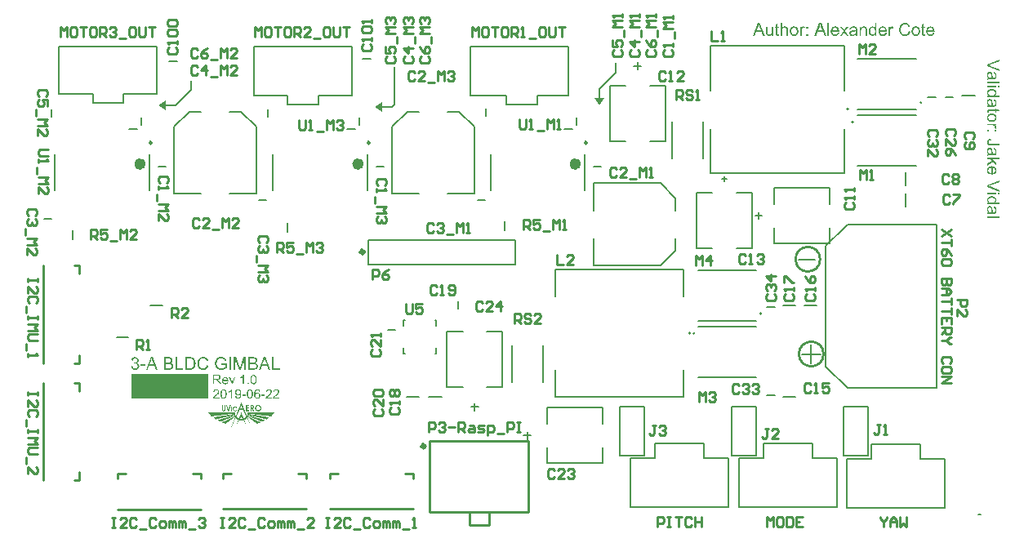
<source format=gto>
G04*
G04 #@! TF.GenerationSoftware,Altium Limited,Altium Designer,19.0.15 (446)*
G04*
G04 Layer_Color=65535*
%FSLAX44Y44*%
%MOMM*%
G71*
G01*
G75*
%ADD10C,0.6000*%
%ADD11C,0.2500*%
%ADD12C,0.1524*%
%ADD13C,0.5080*%
%ADD14C,0.1000*%
%ADD15C,0.2540*%
%ADD16C,0.2000*%
%ADD17C,0.2286*%
%ADD18R,8.0000X2.5000*%
G36*
X619250Y459250D02*
X614250Y466750D01*
X624750D01*
X619250Y459250D01*
D02*
G37*
G36*
X170000Y454000D02*
X162500Y459500D01*
X170000Y464500D01*
Y454000D01*
D02*
G37*
G36*
X394000Y452250D02*
X386500Y457750D01*
X394000Y462750D01*
Y452250D01*
D02*
G37*
G36*
X242082Y146894D02*
X242281D01*
Y146854D01*
X242441D01*
Y146814D01*
X242561D01*
Y146774D01*
X242680D01*
Y146734D01*
X242760D01*
Y146694D01*
X242840D01*
Y146655D01*
X242920D01*
Y146615D01*
X242999D01*
Y146575D01*
X243079D01*
Y146535D01*
X243119D01*
Y146495D01*
X243199D01*
Y146455D01*
X243239D01*
Y146415D01*
X243279D01*
Y146375D01*
X243358D01*
Y146335D01*
X243398D01*
Y146295D01*
X243438D01*
Y146256D01*
X243478D01*
Y146216D01*
X243518D01*
Y146176D01*
X243558D01*
Y146136D01*
X243598D01*
Y146096D01*
X243638D01*
Y146056D01*
X243678D01*
Y146016D01*
X243638D01*
Y145976D01*
X243598D01*
Y145936D01*
X243558D01*
Y145897D01*
X243518D01*
Y145857D01*
X243478D01*
Y145817D01*
X243438D01*
Y145777D01*
X243398D01*
Y145737D01*
X243358D01*
Y145697D01*
X243319D01*
Y145657D01*
X243279D01*
Y145617D01*
X243239D01*
Y145577D01*
X243199D01*
Y145538D01*
X243159D01*
Y145498D01*
X243079D01*
Y145538D01*
X243039D01*
Y145577D01*
X242999D01*
Y145617D01*
X242959D01*
Y145657D01*
X242920D01*
Y145697D01*
X242880D01*
Y145737D01*
X242840D01*
Y145777D01*
X242760D01*
Y145817D01*
X242720D01*
Y145857D01*
X242680D01*
Y145897D01*
X242600D01*
Y145936D01*
X242521D01*
Y145976D01*
X242441D01*
Y146016D01*
X242361D01*
Y146056D01*
X242241D01*
Y146096D01*
X242082D01*
Y146136D01*
X241842D01*
Y146176D01*
X241523D01*
Y146136D01*
X241284D01*
Y146096D01*
X241124D01*
Y146056D01*
X241045D01*
Y146016D01*
X240965D01*
Y145976D01*
X240885D01*
Y145936D01*
X240805D01*
Y145897D01*
X240765D01*
Y145857D01*
X240685D01*
Y145817D01*
X240646D01*
Y145777D01*
X240606D01*
Y145737D01*
X240566D01*
Y145697D01*
X240526D01*
Y145657D01*
X240486D01*
Y145617D01*
X240446D01*
Y145577D01*
X240406D01*
Y145538D01*
X240366D01*
Y145498D01*
Y145458D01*
X240326D01*
Y145418D01*
Y145378D01*
X240287D01*
Y145338D01*
X240247D01*
Y145298D01*
Y145258D01*
X240207D01*
Y145218D01*
Y145178D01*
X240167D01*
Y145139D01*
Y145099D01*
Y145059D01*
X240127D01*
Y145019D01*
Y144979D01*
Y144939D01*
Y144899D01*
X240087D01*
Y144859D01*
Y144819D01*
Y144780D01*
Y144740D01*
Y144700D01*
X240047D01*
Y144660D01*
Y144620D01*
Y144580D01*
Y144540D01*
Y144500D01*
Y144460D01*
Y144420D01*
Y144381D01*
Y144341D01*
X240087D01*
Y144301D01*
Y144261D01*
Y144221D01*
Y144181D01*
Y144141D01*
Y144101D01*
Y144061D01*
X240127D01*
Y144022D01*
Y143982D01*
Y143942D01*
X240167D01*
Y143902D01*
Y143862D01*
Y143822D01*
X240207D01*
Y143782D01*
Y143742D01*
Y143702D01*
X240247D01*
Y143662D01*
Y143623D01*
X240287D01*
Y143583D01*
X240326D01*
Y143543D01*
Y143503D01*
X240366D01*
Y143463D01*
X240406D01*
Y143423D01*
Y143383D01*
X240446D01*
Y143343D01*
X240486D01*
Y143303D01*
X240526D01*
Y143263D01*
X240566D01*
Y143223D01*
X240606D01*
Y143184D01*
X240646D01*
Y143144D01*
X240725D01*
Y143104D01*
X240765D01*
Y143064D01*
X240845D01*
Y143024D01*
X240885D01*
Y142984D01*
X240965D01*
Y142944D01*
X241084D01*
Y142904D01*
X241204D01*
Y142865D01*
X241364D01*
Y142825D01*
X242042D01*
Y142865D01*
X242201D01*
Y142904D01*
X242321D01*
Y142944D01*
X242441D01*
Y142984D01*
X242481D01*
Y143024D01*
X242561D01*
Y143064D01*
X242640D01*
Y143104D01*
X242680D01*
Y143144D01*
X242760D01*
Y143184D01*
X242800D01*
Y143223D01*
X242840D01*
Y143263D01*
X242880D01*
Y143303D01*
X242920D01*
Y143343D01*
X242999D01*
Y143383D01*
X243039D01*
Y143423D01*
X243079D01*
Y143463D01*
X243159D01*
Y143423D01*
X243199D01*
Y143383D01*
X243239D01*
Y143343D01*
X243279D01*
Y143303D01*
X243319D01*
Y143263D01*
Y143223D01*
X243398D01*
Y143184D01*
Y143144D01*
X243438D01*
Y143104D01*
X243478D01*
Y143064D01*
X243518D01*
Y143024D01*
X243558D01*
Y142984D01*
X243598D01*
Y142944D01*
X243638D01*
Y142904D01*
Y142865D01*
X243598D01*
Y142825D01*
X243558D01*
Y142785D01*
X243518D01*
Y142745D01*
X243478D01*
Y142705D01*
X243398D01*
Y142665D01*
X243358D01*
Y142625D01*
X243319D01*
Y142585D01*
X243279D01*
Y142545D01*
X243199D01*
Y142505D01*
X243159D01*
Y142465D01*
X243119D01*
Y142426D01*
X243039D01*
Y142386D01*
X242959D01*
Y142346D01*
X242920D01*
Y142306D01*
X242840D01*
Y142266D01*
X242760D01*
Y142226D01*
X242640D01*
Y142186D01*
X242521D01*
Y142146D01*
X242401D01*
Y142107D01*
X242201D01*
Y142067D01*
X241723D01*
Y142027D01*
X241683D01*
Y142067D01*
X241244D01*
Y142107D01*
X241005D01*
Y142146D01*
X240885D01*
Y142186D01*
X240765D01*
Y142226D01*
X240685D01*
Y142266D01*
X240606D01*
Y142306D01*
X240526D01*
Y142346D01*
X240446D01*
Y142386D01*
X240366D01*
Y142426D01*
X240326D01*
Y142465D01*
X240247D01*
Y142505D01*
X240207D01*
Y142545D01*
X240167D01*
Y142585D01*
X240127D01*
Y142625D01*
X240047D01*
Y142665D01*
X240007D01*
Y142705D01*
X239967D01*
Y142745D01*
X239927D01*
Y142785D01*
X239888D01*
Y142825D01*
Y142865D01*
X239848D01*
Y142904D01*
X239808D01*
Y142944D01*
X239768D01*
Y142984D01*
X239728D01*
Y143024D01*
Y143064D01*
X239688D01*
Y143104D01*
X239648D01*
Y143144D01*
Y143184D01*
X239608D01*
Y143223D01*
X239568D01*
Y143263D01*
Y143303D01*
X239529D01*
Y143343D01*
Y143383D01*
X239489D01*
Y143423D01*
Y143463D01*
Y143503D01*
X239449D01*
Y143543D01*
Y143583D01*
X239409D01*
Y143623D01*
Y143662D01*
Y143702D01*
X239369D01*
Y143742D01*
Y143782D01*
Y143822D01*
Y143862D01*
Y143902D01*
X239329D01*
Y143942D01*
Y143982D01*
Y144022D01*
Y144061D01*
Y144101D01*
Y144141D01*
X239289D01*
Y144181D01*
Y144221D01*
Y144261D01*
Y144301D01*
Y144341D01*
Y144381D01*
Y144420D01*
Y144460D01*
Y144500D01*
Y144540D01*
Y144580D01*
Y144620D01*
Y144660D01*
Y144700D01*
Y144740D01*
Y144780D01*
Y144819D01*
Y144859D01*
X239329D01*
Y144899D01*
Y144939D01*
Y144979D01*
Y145019D01*
Y145059D01*
Y145099D01*
X239369D01*
Y145139D01*
Y145178D01*
Y145218D01*
Y145258D01*
X239409D01*
Y145298D01*
Y145338D01*
Y145378D01*
X239449D01*
Y145418D01*
Y145458D01*
Y145498D01*
X239489D01*
Y145538D01*
Y145577D01*
X239529D01*
Y145617D01*
Y145657D01*
X239568D01*
Y145697D01*
Y145737D01*
X239608D01*
Y145777D01*
Y145817D01*
X239648D01*
Y145857D01*
X239688D01*
Y145897D01*
Y145936D01*
X239728D01*
Y145976D01*
X239768D01*
Y146016D01*
X239808D01*
Y146056D01*
X239848D01*
Y146096D01*
Y146136D01*
X239888D01*
Y146176D01*
X239927D01*
Y146216D01*
X239967D01*
Y146256D01*
X240047D01*
Y146295D01*
X240087D01*
Y146335D01*
X240127D01*
Y146375D01*
X240167D01*
Y146415D01*
X240207D01*
Y146455D01*
X240247D01*
Y146495D01*
X240326D01*
Y146535D01*
X240366D01*
Y146575D01*
X240446D01*
Y146615D01*
X240526D01*
Y146655D01*
X240606D01*
Y146694D01*
X240685D01*
Y146734D01*
X240765D01*
Y146774D01*
X240885D01*
Y146814D01*
X241005D01*
Y146854D01*
X241164D01*
Y146894D01*
X241364D01*
Y146934D01*
X242082D01*
Y146894D01*
D02*
G37*
G36*
X237175Y148370D02*
X237135D01*
Y148330D01*
Y148290D01*
Y148250D01*
X237095D01*
Y148210D01*
Y148171D01*
Y148131D01*
X237055D01*
Y148091D01*
Y148051D01*
Y148011D01*
Y147971D01*
X237015D01*
Y147931D01*
Y147891D01*
Y147851D01*
X236975D01*
Y147811D01*
Y147772D01*
Y147732D01*
X236935D01*
Y147692D01*
Y147652D01*
Y147612D01*
X236895D01*
Y147572D01*
Y147532D01*
Y147492D01*
Y147452D01*
X236856D01*
Y147413D01*
Y147373D01*
Y147333D01*
X236816D01*
Y147293D01*
Y147253D01*
Y147213D01*
X236776D01*
Y147173D01*
Y147133D01*
Y147093D01*
X236736D01*
Y147053D01*
Y147014D01*
Y146974D01*
X236696D01*
Y146934D01*
Y146894D01*
Y146854D01*
Y146814D01*
X236656D01*
Y146774D01*
Y146734D01*
Y146694D01*
X236616D01*
Y146655D01*
Y146615D01*
Y146575D01*
X236576D01*
Y146535D01*
Y146495D01*
Y146455D01*
X236536D01*
Y146415D01*
Y146375D01*
Y146335D01*
X236496D01*
Y146295D01*
Y146256D01*
Y146216D01*
Y146176D01*
X236457D01*
Y146136D01*
Y146096D01*
Y146056D01*
X236417D01*
Y146016D01*
Y145976D01*
Y145936D01*
X236377D01*
Y145897D01*
Y145857D01*
Y145817D01*
X236337D01*
Y145777D01*
Y145737D01*
Y145697D01*
X236297D01*
Y145657D01*
Y145617D01*
Y145577D01*
Y145538D01*
X236257D01*
Y145498D01*
Y145458D01*
Y145418D01*
X236217D01*
Y145378D01*
Y145338D01*
Y145298D01*
X236177D01*
Y145258D01*
Y145218D01*
Y145178D01*
X236137D01*
Y145139D01*
Y145099D01*
Y145059D01*
X236098D01*
Y145019D01*
Y144979D01*
Y144939D01*
X236058D01*
Y144899D01*
Y144859D01*
Y144819D01*
Y144780D01*
X236018D01*
Y144740D01*
Y144700D01*
Y144660D01*
X235978D01*
Y144620D01*
Y144580D01*
Y144540D01*
X235938D01*
Y144500D01*
Y144460D01*
Y144420D01*
X235898D01*
Y144381D01*
Y144341D01*
Y144301D01*
Y144261D01*
X235858D01*
Y144221D01*
Y144181D01*
X235818D01*
Y144141D01*
Y144101D01*
Y144061D01*
Y144022D01*
X235778D01*
Y143982D01*
Y143942D01*
Y143902D01*
X235738D01*
Y143862D01*
Y143822D01*
Y143782D01*
X235699D01*
Y143742D01*
Y143702D01*
Y143662D01*
Y143623D01*
X235659D01*
Y143583D01*
Y143543D01*
Y143503D01*
X235619D01*
Y143463D01*
Y143423D01*
Y143383D01*
X235579D01*
Y143343D01*
Y143303D01*
Y143263D01*
X235539D01*
Y143223D01*
Y143184D01*
Y143144D01*
X235499D01*
Y143104D01*
Y143064D01*
Y143024D01*
Y142984D01*
X235459D01*
Y142944D01*
Y142904D01*
Y142865D01*
X235419D01*
Y142825D01*
Y142785D01*
Y142745D01*
X235379D01*
Y142705D01*
Y142665D01*
Y142625D01*
X235340D01*
Y142585D01*
Y142545D01*
Y142505D01*
Y142465D01*
X235300D01*
Y142426D01*
Y142386D01*
Y142346D01*
X235260D01*
Y142306D01*
Y142266D01*
Y142226D01*
X235220D01*
Y142186D01*
Y142146D01*
X234182D01*
Y142186D01*
Y142226D01*
X234143D01*
Y142266D01*
Y142306D01*
Y142346D01*
X234103D01*
Y142386D01*
Y142426D01*
Y142465D01*
Y142505D01*
X234063D01*
Y142545D01*
Y142585D01*
Y142625D01*
X234023D01*
Y142665D01*
Y142705D01*
Y142745D01*
X233983D01*
Y142785D01*
Y142825D01*
Y142865D01*
X233943D01*
Y142904D01*
Y142944D01*
Y142984D01*
Y143024D01*
X233903D01*
Y143064D01*
Y143104D01*
Y143144D01*
X233863D01*
Y143184D01*
Y143223D01*
Y143263D01*
X233823D01*
Y143303D01*
Y143343D01*
Y143383D01*
X233784D01*
Y143423D01*
Y143463D01*
Y143503D01*
X233744D01*
Y143543D01*
Y143583D01*
Y143623D01*
Y143662D01*
X233704D01*
Y143702D01*
Y143742D01*
Y143782D01*
X233664D01*
Y143822D01*
Y143862D01*
Y143902D01*
X233624D01*
Y143942D01*
Y143982D01*
Y144022D01*
X233584D01*
Y144061D01*
Y144101D01*
Y144141D01*
X233544D01*
Y144181D01*
Y144221D01*
Y144261D01*
Y144301D01*
X233504D01*
Y144341D01*
Y144381D01*
Y144420D01*
X233464D01*
Y144460D01*
Y144500D01*
Y144540D01*
X233424D01*
Y144580D01*
Y144620D01*
Y144660D01*
X233385D01*
Y144700D01*
Y144740D01*
Y144780D01*
Y144819D01*
X233345D01*
Y144859D01*
Y144899D01*
Y144939D01*
X233305D01*
Y144979D01*
Y145019D01*
Y145059D01*
X233265D01*
Y145099D01*
Y145139D01*
Y145178D01*
X233225D01*
Y145218D01*
Y145258D01*
Y145298D01*
Y145338D01*
X233185D01*
Y145378D01*
Y145418D01*
Y145458D01*
X233145D01*
Y145498D01*
Y145538D01*
Y145577D01*
X233105D01*
Y145617D01*
Y145657D01*
Y145697D01*
X233065D01*
Y145737D01*
Y145777D01*
Y145817D01*
X233025D01*
Y145857D01*
Y145897D01*
Y145936D01*
X232986D01*
Y145976D01*
Y146016D01*
Y146056D01*
Y146096D01*
X232946D01*
Y146136D01*
Y146176D01*
Y146216D01*
X232906D01*
Y146256D01*
Y146295D01*
Y146335D01*
X232866D01*
Y146375D01*
Y146415D01*
Y146455D01*
X232826D01*
Y146495D01*
Y146535D01*
Y146575D01*
Y146615D01*
X232786D01*
Y146655D01*
Y146694D01*
Y146734D01*
Y146774D01*
X232746D01*
Y146814D01*
Y146854D01*
Y146894D01*
X232706D01*
Y146934D01*
Y146974D01*
Y147014D01*
Y147053D01*
X232666D01*
Y147093D01*
Y147133D01*
X232627D01*
Y147173D01*
Y147213D01*
Y147253D01*
X232587D01*
Y147293D01*
Y147333D01*
Y147373D01*
X232547D01*
Y147413D01*
Y147452D01*
Y147492D01*
Y147532D01*
X232507D01*
Y147572D01*
Y147612D01*
X232467D01*
Y147652D01*
Y147692D01*
Y147732D01*
X232427D01*
Y147772D01*
Y147811D01*
Y147851D01*
Y147891D01*
X232387D01*
Y147931D01*
Y147971D01*
Y148011D01*
X232347D01*
Y148051D01*
Y148091D01*
Y148131D01*
X232307D01*
Y148171D01*
Y148210D01*
Y148250D01*
X232267D01*
Y148290D01*
Y148330D01*
Y148370D01*
Y148410D01*
X233265D01*
Y148370D01*
X233305D01*
Y148330D01*
Y148290D01*
Y148250D01*
X233345D01*
Y148210D01*
Y148171D01*
Y148131D01*
X233385D01*
Y148091D01*
Y148051D01*
Y148011D01*
X233424D01*
Y147971D01*
Y147931D01*
Y147891D01*
Y147851D01*
X233464D01*
Y147811D01*
Y147772D01*
Y147732D01*
X233504D01*
Y147692D01*
Y147652D01*
Y147612D01*
X233544D01*
Y147572D01*
Y147532D01*
Y147492D01*
X233584D01*
Y147452D01*
Y147413D01*
Y147373D01*
Y147333D01*
X233624D01*
Y147293D01*
Y147253D01*
Y147213D01*
Y147173D01*
X233664D01*
Y147133D01*
Y147093D01*
Y147053D01*
X233704D01*
Y147014D01*
Y146974D01*
Y146934D01*
X233744D01*
Y146894D01*
Y146854D01*
Y146814D01*
X233784D01*
Y146774D01*
Y146734D01*
Y146694D01*
X233823D01*
Y146655D01*
Y146615D01*
Y146575D01*
X233863D01*
Y146535D01*
Y146495D01*
Y146455D01*
X233903D01*
Y146415D01*
Y146375D01*
Y146335D01*
X233943D01*
Y146295D01*
Y146256D01*
Y146216D01*
X233983D01*
Y146176D01*
Y146136D01*
Y146096D01*
X234023D01*
Y146056D01*
Y146016D01*
Y145976D01*
X234063D01*
Y145936D01*
Y145897D01*
Y145857D01*
Y145817D01*
X234103D01*
Y145777D01*
Y145737D01*
Y145697D01*
X234143D01*
Y145657D01*
Y145617D01*
Y145577D01*
X234182D01*
Y145538D01*
Y145498D01*
Y145458D01*
X234222D01*
Y145418D01*
Y145378D01*
Y145338D01*
Y145298D01*
X234262D01*
Y145258D01*
Y145218D01*
Y145178D01*
X234302D01*
Y145139D01*
Y145099D01*
Y145059D01*
X234342D01*
Y145019D01*
Y144979D01*
Y144939D01*
X234382D01*
Y144899D01*
Y144859D01*
Y144819D01*
X234422D01*
Y144780D01*
Y144740D01*
Y144700D01*
Y144660D01*
X234462D01*
Y144620D01*
Y144580D01*
Y144540D01*
X234502D01*
Y144500D01*
Y144460D01*
Y144420D01*
X234542D01*
Y144381D01*
Y144341D01*
Y144301D01*
X234581D01*
Y144261D01*
Y144221D01*
Y144181D01*
Y144141D01*
X234621D01*
Y144101D01*
Y144061D01*
Y144022D01*
X234661D01*
Y143982D01*
X234741D01*
Y144022D01*
X234781D01*
Y144061D01*
Y144101D01*
Y144141D01*
X234821D01*
Y144181D01*
Y144221D01*
Y144261D01*
Y144301D01*
X234861D01*
Y144341D01*
Y144381D01*
Y144420D01*
X234901D01*
Y144460D01*
Y144500D01*
Y144540D01*
X234940D01*
Y144580D01*
Y144620D01*
Y144660D01*
X234980D01*
Y144700D01*
Y144740D01*
Y144780D01*
Y144819D01*
X235020D01*
Y144859D01*
Y144899D01*
Y144939D01*
X235060D01*
Y144979D01*
Y145019D01*
Y145059D01*
X235100D01*
Y145099D01*
Y145139D01*
Y145178D01*
X235140D01*
Y145218D01*
Y145258D01*
Y145298D01*
X235180D01*
Y145338D01*
Y145378D01*
Y145418D01*
Y145458D01*
X235220D01*
Y145498D01*
Y145538D01*
Y145577D01*
X235260D01*
Y145617D01*
Y145657D01*
Y145697D01*
X235300D01*
Y145737D01*
Y145777D01*
Y145817D01*
X235340D01*
Y145857D01*
Y145897D01*
Y145936D01*
Y145976D01*
X235379D01*
Y146016D01*
Y146056D01*
Y146096D01*
X235419D01*
Y146136D01*
Y146176D01*
Y146216D01*
X235459D01*
Y146256D01*
Y146295D01*
Y146335D01*
X235499D01*
Y146375D01*
Y146415D01*
Y146455D01*
X235539D01*
Y146495D01*
Y146535D01*
Y146575D01*
Y146615D01*
X235579D01*
Y146655D01*
Y146694D01*
Y146734D01*
X235619D01*
Y146774D01*
Y146814D01*
Y146854D01*
X235659D01*
Y146894D01*
Y146934D01*
Y146974D01*
X235699D01*
Y147014D01*
Y147053D01*
Y147093D01*
X235738D01*
Y147133D01*
Y147173D01*
Y147213D01*
X235778D01*
Y147253D01*
Y147293D01*
Y147333D01*
Y147373D01*
X235818D01*
Y147413D01*
Y147452D01*
Y147492D01*
X235858D01*
Y147532D01*
Y147572D01*
Y147612D01*
X235898D01*
Y147652D01*
Y147692D01*
Y147732D01*
X235938D01*
Y147772D01*
Y147811D01*
Y147851D01*
X235978D01*
Y147891D01*
Y147931D01*
Y147971D01*
X236018D01*
Y148011D01*
Y148051D01*
Y148091D01*
Y148131D01*
X236058D01*
Y148171D01*
Y148210D01*
Y148250D01*
X236098D01*
Y148290D01*
Y148330D01*
Y148370D01*
X236137D01*
Y148410D01*
X237175D01*
Y148370D01*
D02*
G37*
G36*
X231310D02*
Y148330D01*
Y148290D01*
Y148250D01*
Y148210D01*
Y148171D01*
Y148131D01*
Y148091D01*
Y148051D01*
Y148011D01*
Y147971D01*
Y147931D01*
Y147891D01*
Y147851D01*
Y147811D01*
Y147772D01*
Y147732D01*
Y147692D01*
Y147652D01*
Y147612D01*
Y147572D01*
Y147532D01*
Y147492D01*
Y147452D01*
Y147413D01*
Y147373D01*
Y147333D01*
Y147293D01*
Y147253D01*
Y147213D01*
Y147173D01*
Y147133D01*
Y147093D01*
Y147053D01*
Y147014D01*
Y146974D01*
Y146934D01*
Y146894D01*
Y146854D01*
Y146814D01*
Y146774D01*
Y146734D01*
Y146694D01*
Y146655D01*
Y146615D01*
Y146575D01*
Y146535D01*
Y146495D01*
Y146455D01*
Y146415D01*
Y146375D01*
Y146335D01*
Y146295D01*
Y146256D01*
Y146216D01*
Y146176D01*
Y146136D01*
Y146096D01*
Y146056D01*
Y146016D01*
Y145976D01*
Y145936D01*
Y145897D01*
Y145857D01*
Y145817D01*
Y145777D01*
Y145737D01*
Y145697D01*
Y145657D01*
Y145617D01*
Y145577D01*
Y145538D01*
Y145498D01*
Y145458D01*
Y145418D01*
Y145378D01*
Y145338D01*
Y145298D01*
Y145258D01*
Y145218D01*
Y145178D01*
Y145139D01*
Y145099D01*
Y145059D01*
Y145019D01*
Y144979D01*
Y144939D01*
Y144899D01*
Y144859D01*
Y144819D01*
Y144780D01*
Y144740D01*
Y144700D01*
Y144660D01*
Y144620D01*
Y144580D01*
Y144540D01*
Y144500D01*
Y144460D01*
Y144420D01*
Y144381D01*
Y144341D01*
Y144301D01*
Y144261D01*
Y144221D01*
Y144181D01*
Y144141D01*
Y144101D01*
Y144061D01*
Y144022D01*
Y143982D01*
Y143942D01*
Y143902D01*
Y143862D01*
Y143822D01*
Y143782D01*
X231270D01*
Y143742D01*
Y143702D01*
Y143662D01*
Y143623D01*
Y143583D01*
Y143543D01*
Y143503D01*
Y143463D01*
X231230D01*
Y143423D01*
Y143383D01*
Y143343D01*
Y143303D01*
X231190D01*
Y143263D01*
Y143223D01*
Y143184D01*
X231150D01*
Y143144D01*
Y143104D01*
Y143064D01*
X231111D01*
Y143024D01*
Y142984D01*
X231071D01*
Y142944D01*
Y142904D01*
X231031D01*
Y142865D01*
X230991D01*
Y142825D01*
Y142785D01*
X230951D01*
Y142745D01*
Y142705D01*
X230911D01*
Y142665D01*
X230871D01*
Y142625D01*
X230831D01*
Y142585D01*
X230791D01*
Y142545D01*
X230751D01*
Y142505D01*
Y142465D01*
X230712D01*
Y142426D01*
X230632D01*
Y142386D01*
X230592D01*
Y142346D01*
X230552D01*
Y142306D01*
X230512D01*
Y142266D01*
X230432D01*
Y142226D01*
X230392D01*
Y142186D01*
X230313D01*
Y142146D01*
X230193D01*
Y142107D01*
X230113D01*
Y142067D01*
X229954D01*
Y142027D01*
X229594D01*
Y141987D01*
X229475D01*
Y142027D01*
X229156D01*
Y142067D01*
X228996D01*
Y142107D01*
X228876D01*
Y142146D01*
X228797D01*
Y142186D01*
X228717D01*
Y142226D01*
X228637D01*
Y142266D01*
X228557D01*
Y142306D01*
X228517D01*
Y142346D01*
X228477D01*
Y142386D01*
X228398D01*
Y142426D01*
X228358D01*
Y142465D01*
X228318D01*
Y142505D01*
X228278D01*
Y142545D01*
X228238D01*
Y142585D01*
Y142625D01*
X228198D01*
Y142665D01*
X228158D01*
Y142705D01*
X228118D01*
Y142745D01*
X228078D01*
Y142785D01*
Y142825D01*
X228039D01*
Y142865D01*
Y142904D01*
X227999D01*
Y142944D01*
Y142984D01*
X227959D01*
Y143024D01*
Y143064D01*
X227919D01*
Y143104D01*
Y143144D01*
Y143184D01*
X227879D01*
Y143223D01*
Y143263D01*
Y143303D01*
X227839D01*
Y143343D01*
Y143383D01*
Y143423D01*
Y143463D01*
Y143503D01*
X227799D01*
Y143543D01*
Y143583D01*
Y143623D01*
Y143662D01*
Y143702D01*
Y143742D01*
Y143782D01*
Y143822D01*
X227759D01*
Y143862D01*
Y143902D01*
Y143942D01*
Y143982D01*
Y144022D01*
Y144061D01*
Y144101D01*
Y144141D01*
Y144181D01*
Y144221D01*
Y144261D01*
Y144301D01*
Y144341D01*
Y144381D01*
Y144420D01*
Y144460D01*
Y144500D01*
Y144540D01*
Y144580D01*
Y144620D01*
Y144660D01*
Y144700D01*
Y144740D01*
Y144780D01*
Y144819D01*
Y144859D01*
Y144899D01*
Y144939D01*
Y144979D01*
Y145019D01*
Y145059D01*
Y145099D01*
Y145139D01*
Y145178D01*
Y145218D01*
Y145258D01*
Y145298D01*
Y145338D01*
Y145378D01*
Y145418D01*
Y145458D01*
Y145498D01*
Y145538D01*
Y145577D01*
Y145617D01*
Y145657D01*
Y145697D01*
Y145737D01*
Y145777D01*
Y145817D01*
Y145857D01*
Y145897D01*
Y145936D01*
Y145976D01*
Y146016D01*
Y146056D01*
Y146096D01*
Y146136D01*
Y146176D01*
Y146216D01*
Y146256D01*
Y146295D01*
Y146335D01*
Y146375D01*
Y146415D01*
Y146455D01*
Y146495D01*
Y146535D01*
Y146575D01*
Y146615D01*
Y146655D01*
Y146694D01*
Y146734D01*
Y146774D01*
Y146814D01*
Y146854D01*
Y146894D01*
Y146934D01*
Y146974D01*
Y147014D01*
Y147053D01*
Y147093D01*
Y147133D01*
Y147173D01*
Y147213D01*
Y147253D01*
Y147293D01*
Y147333D01*
Y147373D01*
Y147413D01*
Y147452D01*
Y147492D01*
Y147532D01*
Y147572D01*
Y147612D01*
Y147652D01*
Y147692D01*
Y147732D01*
Y147772D01*
Y147811D01*
Y147851D01*
Y147891D01*
Y147931D01*
Y147971D01*
Y148011D01*
Y148051D01*
Y148091D01*
Y148131D01*
Y148171D01*
Y148210D01*
Y148250D01*
Y148290D01*
Y148330D01*
Y148370D01*
Y148410D01*
X228757D01*
Y148370D01*
Y148330D01*
Y148290D01*
Y148250D01*
Y148210D01*
Y148171D01*
Y148131D01*
Y148091D01*
Y148051D01*
Y148011D01*
Y147971D01*
Y147931D01*
Y147891D01*
Y147851D01*
Y147811D01*
Y147772D01*
Y147732D01*
Y147692D01*
Y147652D01*
Y147612D01*
Y147572D01*
Y147532D01*
Y147492D01*
Y147452D01*
Y147413D01*
Y147373D01*
Y147333D01*
Y147293D01*
Y147253D01*
Y147213D01*
Y147173D01*
Y147133D01*
Y147093D01*
Y147053D01*
Y147014D01*
Y146974D01*
Y146934D01*
Y146894D01*
Y146854D01*
Y146814D01*
Y146774D01*
Y146734D01*
Y146694D01*
Y146655D01*
Y146615D01*
Y146575D01*
Y146535D01*
Y146495D01*
Y146455D01*
Y146415D01*
Y146375D01*
Y146335D01*
Y146295D01*
Y146256D01*
Y146216D01*
Y146176D01*
Y146136D01*
Y146096D01*
Y146056D01*
Y146016D01*
Y145976D01*
Y145936D01*
Y145897D01*
Y145857D01*
Y145817D01*
Y145777D01*
Y145737D01*
Y145697D01*
Y145657D01*
Y145617D01*
Y145577D01*
Y145538D01*
Y145498D01*
Y145458D01*
Y145418D01*
Y145378D01*
Y145338D01*
Y145298D01*
Y145258D01*
Y145218D01*
Y145178D01*
Y145139D01*
Y145099D01*
Y145059D01*
Y145019D01*
Y144979D01*
Y144939D01*
Y144899D01*
Y144859D01*
Y144819D01*
Y144780D01*
Y144740D01*
Y144700D01*
Y144660D01*
Y144620D01*
Y144580D01*
Y144540D01*
Y144500D01*
Y144460D01*
Y144420D01*
Y144381D01*
Y144341D01*
Y144301D01*
Y144261D01*
Y144221D01*
Y144181D01*
Y144141D01*
Y144101D01*
Y144061D01*
Y144022D01*
Y143982D01*
Y143942D01*
Y143902D01*
Y143862D01*
Y143822D01*
Y143782D01*
Y143742D01*
Y143702D01*
X228797D01*
Y143662D01*
Y143623D01*
Y143583D01*
Y143543D01*
X228836D01*
Y143503D01*
Y143463D01*
X228876D01*
Y143423D01*
Y143383D01*
X228916D01*
Y143343D01*
Y143303D01*
X228956D01*
Y143263D01*
X228996D01*
Y143223D01*
X229076D01*
Y143184D01*
X229116D01*
Y143144D01*
X229196D01*
Y143104D01*
X229275D01*
Y143064D01*
X229714D01*
Y143104D01*
X229834D01*
Y143144D01*
X229914D01*
Y143184D01*
X229954D01*
Y143223D01*
X229993D01*
Y143263D01*
X230033D01*
Y143303D01*
X230073D01*
Y143343D01*
X230113D01*
Y143383D01*
X230153D01*
Y143423D01*
X230193D01*
Y143463D01*
Y143503D01*
X230233D01*
Y143543D01*
Y143583D01*
Y143623D01*
X230273D01*
Y143662D01*
Y143702D01*
Y143742D01*
Y143782D01*
Y143822D01*
X230313D01*
Y143862D01*
Y143902D01*
Y143942D01*
Y143982D01*
Y144022D01*
Y144061D01*
Y144101D01*
Y144141D01*
Y144181D01*
Y144221D01*
Y144261D01*
Y144301D01*
Y144341D01*
Y144381D01*
Y144420D01*
Y144460D01*
Y144500D01*
Y144540D01*
Y144580D01*
Y144620D01*
Y144660D01*
Y144700D01*
Y144740D01*
Y144780D01*
Y144819D01*
Y144859D01*
Y144899D01*
Y144939D01*
Y144979D01*
Y145019D01*
Y145059D01*
Y145099D01*
Y145139D01*
Y145178D01*
Y145218D01*
Y145258D01*
Y145298D01*
Y145338D01*
Y145378D01*
Y145418D01*
Y145458D01*
Y145498D01*
Y145538D01*
Y145577D01*
Y145617D01*
Y145657D01*
Y145697D01*
Y145737D01*
Y145777D01*
Y145817D01*
Y145857D01*
Y145897D01*
Y145936D01*
Y145976D01*
Y146016D01*
Y146056D01*
Y146096D01*
Y146136D01*
Y146176D01*
Y146216D01*
Y146256D01*
Y146295D01*
Y146335D01*
Y146375D01*
Y146415D01*
Y146455D01*
Y146495D01*
Y146535D01*
Y146575D01*
Y146615D01*
Y146655D01*
Y146694D01*
Y146734D01*
Y146774D01*
Y146814D01*
Y146854D01*
Y146894D01*
Y146934D01*
Y146974D01*
Y147014D01*
Y147053D01*
Y147093D01*
Y147133D01*
Y147173D01*
Y147213D01*
Y147253D01*
Y147293D01*
Y147333D01*
Y147373D01*
Y147413D01*
Y147452D01*
Y147492D01*
Y147532D01*
Y147572D01*
Y147612D01*
Y147652D01*
Y147692D01*
Y147732D01*
Y147772D01*
Y147811D01*
Y147851D01*
Y147891D01*
Y147931D01*
Y147971D01*
Y148011D01*
Y148051D01*
Y148091D01*
Y148131D01*
Y148171D01*
Y148210D01*
Y148250D01*
Y148290D01*
Y148330D01*
Y148370D01*
Y148410D01*
X231310D01*
Y148370D01*
D02*
G37*
G36*
X259476D02*
X259716D01*
Y148330D01*
X259955D01*
Y148290D01*
X260154D01*
Y148250D01*
X260274D01*
Y148210D01*
X260354D01*
Y148171D01*
X260434D01*
Y148131D01*
X260513D01*
Y148091D01*
X260593D01*
Y148051D01*
X260633D01*
Y148011D01*
X260713D01*
Y147971D01*
X260753D01*
Y147931D01*
X260793D01*
Y147891D01*
X260833D01*
Y147851D01*
X260872D01*
Y147811D01*
X260912D01*
Y147772D01*
X260952D01*
Y147732D01*
Y147692D01*
X260992D01*
Y147652D01*
X261032D01*
Y147612D01*
Y147572D01*
X261072D01*
Y147532D01*
X261112D01*
Y147492D01*
Y147452D01*
Y147413D01*
X261152D01*
Y147373D01*
Y147333D01*
X261192D01*
Y147293D01*
Y147253D01*
Y147213D01*
X261232D01*
Y147173D01*
Y147133D01*
Y147093D01*
X261271D01*
Y147053D01*
Y147014D01*
Y146974D01*
Y146934D01*
Y146894D01*
Y146854D01*
X261311D01*
Y146814D01*
Y146774D01*
Y146734D01*
Y146694D01*
Y146655D01*
Y146615D01*
Y146575D01*
Y146535D01*
Y146495D01*
Y146455D01*
X261271D01*
Y146415D01*
Y146375D01*
Y146335D01*
Y146295D01*
Y146256D01*
Y146216D01*
X261232D01*
Y146176D01*
Y146136D01*
Y146096D01*
Y146056D01*
X261192D01*
Y146016D01*
Y145976D01*
Y145936D01*
X261152D01*
Y145897D01*
Y145857D01*
X261112D01*
Y145817D01*
Y145777D01*
X261072D01*
Y145737D01*
Y145697D01*
X261032D01*
Y145657D01*
X260992D01*
Y145617D01*
Y145577D01*
X260952D01*
Y145538D01*
X260912D01*
Y145498D01*
X260872D01*
Y145458D01*
X260833D01*
Y145418D01*
X260793D01*
Y145378D01*
X260753D01*
Y145338D01*
X260673D01*
Y145298D01*
X260633D01*
Y145258D01*
X260553D01*
Y145218D01*
X260474D01*
Y145178D01*
X260434D01*
Y145139D01*
X260354D01*
Y145099D01*
X260234D01*
Y145059D01*
X260154D01*
Y145019D01*
Y144979D01*
Y144939D01*
Y144899D01*
X260194D01*
Y144859D01*
Y144819D01*
X260234D01*
Y144780D01*
Y144740D01*
X260274D01*
Y144700D01*
Y144660D01*
X260314D01*
Y144620D01*
Y144580D01*
X260354D01*
Y144540D01*
Y144500D01*
X260394D01*
Y144460D01*
Y144420D01*
X260434D01*
Y144381D01*
Y144341D01*
X260474D01*
Y144301D01*
Y144261D01*
X260513D01*
Y144221D01*
Y144181D01*
X260553D01*
Y144141D01*
X260593D01*
Y144101D01*
Y144061D01*
Y144022D01*
X260633D01*
Y143982D01*
X260673D01*
Y143942D01*
Y143902D01*
X260713D01*
Y143862D01*
Y143822D01*
X260753D01*
Y143782D01*
Y143742D01*
X260793D01*
Y143702D01*
Y143662D01*
X260833D01*
Y143623D01*
Y143583D01*
X260872D01*
Y143543D01*
Y143503D01*
X260912D01*
Y143463D01*
Y143423D01*
X260952D01*
Y143383D01*
Y143343D01*
X260992D01*
Y143303D01*
Y143263D01*
X261032D01*
Y143223D01*
Y143184D01*
X261072D01*
Y143144D01*
Y143104D01*
X261112D01*
Y143064D01*
Y143024D01*
X261152D01*
Y142984D01*
Y142944D01*
X261192D01*
Y142904D01*
Y142865D01*
X261232D01*
Y142825D01*
Y142785D01*
X261271D01*
Y142745D01*
Y142705D01*
X261311D01*
Y142665D01*
Y142625D01*
X261351D01*
Y142585D01*
Y142545D01*
X261391D01*
Y142505D01*
Y142465D01*
X261431D01*
Y142426D01*
Y142386D01*
X261471D01*
Y142346D01*
Y142306D01*
X261511D01*
Y142266D01*
Y142226D01*
X261551D01*
Y142186D01*
Y142146D01*
X260394D01*
Y142186D01*
X260354D01*
Y142226D01*
Y142266D01*
X260314D01*
Y142306D01*
Y142346D01*
X260274D01*
Y142386D01*
Y142426D01*
X260234D01*
Y142465D01*
Y142505D01*
X260194D01*
Y142545D01*
Y142585D01*
X260154D01*
Y142625D01*
Y142665D01*
X260114D01*
Y142705D01*
Y142745D01*
X260075D01*
Y142785D01*
Y142825D01*
X260035D01*
Y142865D01*
X259995D01*
Y142904D01*
Y142944D01*
X259955D01*
Y142984D01*
Y143024D01*
X259915D01*
Y143064D01*
Y143104D01*
X259875D01*
Y143144D01*
Y143184D01*
X259835D01*
Y143223D01*
Y143263D01*
X259795D01*
Y143303D01*
Y143343D01*
X259755D01*
Y143383D01*
Y143423D01*
X259716D01*
Y143463D01*
Y143503D01*
X259676D01*
Y143543D01*
Y143583D01*
X259636D01*
Y143623D01*
Y143662D01*
X259596D01*
Y143702D01*
Y143742D01*
X259556D01*
Y143782D01*
Y143822D01*
X259516D01*
Y143862D01*
Y143902D01*
X259476D01*
Y143942D01*
Y143982D01*
X259436D01*
Y144022D01*
Y144061D01*
X259396D01*
Y144101D01*
Y144141D01*
X259356D01*
Y144181D01*
Y144221D01*
X259317D01*
Y144261D01*
Y144301D01*
X259277D01*
Y144341D01*
Y144381D01*
X259237D01*
Y144420D01*
Y144460D01*
X259197D01*
Y144500D01*
Y144540D01*
X259157D01*
Y144580D01*
Y144620D01*
X259117D01*
Y144660D01*
Y144700D01*
X259077D01*
Y144740D01*
Y144780D01*
X259037D01*
Y144819D01*
Y144859D01*
X258997D01*
Y144899D01*
X258559D01*
Y144859D01*
Y144819D01*
Y144780D01*
Y144740D01*
Y144700D01*
Y144660D01*
Y144620D01*
Y144580D01*
Y144540D01*
Y144500D01*
Y144460D01*
Y144420D01*
Y144381D01*
Y144341D01*
Y144301D01*
Y144261D01*
Y144221D01*
Y144181D01*
Y144141D01*
Y144101D01*
Y144061D01*
Y144022D01*
Y143982D01*
Y143942D01*
Y143902D01*
Y143862D01*
Y143822D01*
Y143782D01*
Y143742D01*
Y143702D01*
Y143662D01*
Y143623D01*
Y143583D01*
Y143543D01*
Y143503D01*
Y143463D01*
Y143423D01*
Y143383D01*
Y143343D01*
Y143303D01*
Y143263D01*
Y143223D01*
Y143184D01*
Y143144D01*
Y143104D01*
Y143064D01*
Y143024D01*
Y142984D01*
Y142944D01*
Y142904D01*
Y142865D01*
Y142825D01*
Y142785D01*
Y142745D01*
Y142705D01*
Y142665D01*
Y142625D01*
Y142585D01*
Y142545D01*
Y142505D01*
Y142465D01*
Y142426D01*
Y142386D01*
Y142346D01*
Y142306D01*
Y142266D01*
Y142226D01*
Y142186D01*
Y142146D01*
X257481D01*
Y142186D01*
Y142226D01*
Y142266D01*
Y142306D01*
Y142346D01*
Y142386D01*
Y142426D01*
Y142465D01*
Y142505D01*
Y142545D01*
Y142585D01*
Y142625D01*
Y142665D01*
Y142705D01*
Y142745D01*
Y142785D01*
Y142825D01*
Y142865D01*
Y142904D01*
Y142944D01*
Y142984D01*
Y143024D01*
Y143064D01*
Y143104D01*
Y143144D01*
Y143184D01*
Y143223D01*
Y143263D01*
Y143303D01*
Y143343D01*
Y143383D01*
Y143423D01*
Y143463D01*
Y143503D01*
Y143543D01*
Y143583D01*
Y143623D01*
Y143662D01*
Y143702D01*
Y143742D01*
Y143782D01*
Y143822D01*
Y143862D01*
Y143902D01*
Y143942D01*
Y143982D01*
Y144022D01*
Y144061D01*
Y144101D01*
Y144141D01*
Y144181D01*
Y144221D01*
Y144261D01*
Y144301D01*
Y144341D01*
Y144381D01*
Y144420D01*
Y144460D01*
Y144500D01*
Y144540D01*
Y144580D01*
Y144620D01*
Y144660D01*
Y144700D01*
Y144740D01*
Y144780D01*
Y144819D01*
Y144859D01*
Y144899D01*
Y144939D01*
Y144979D01*
Y145019D01*
Y145059D01*
Y145099D01*
Y145139D01*
Y145178D01*
Y145218D01*
Y145258D01*
Y145298D01*
Y145338D01*
Y145378D01*
Y145418D01*
Y145458D01*
Y145498D01*
Y145538D01*
Y145577D01*
Y145617D01*
Y145657D01*
Y145697D01*
Y145737D01*
Y145777D01*
Y145817D01*
Y145857D01*
Y145897D01*
Y145936D01*
Y145976D01*
Y146016D01*
Y146056D01*
Y146096D01*
Y146136D01*
Y146176D01*
Y146216D01*
Y146256D01*
Y146295D01*
Y146335D01*
Y146375D01*
Y146415D01*
Y146455D01*
Y146495D01*
Y146535D01*
Y146575D01*
Y146615D01*
Y146655D01*
Y146694D01*
Y146734D01*
Y146774D01*
Y146814D01*
Y146854D01*
Y146894D01*
Y146934D01*
Y146974D01*
Y147014D01*
Y147053D01*
Y147093D01*
Y147133D01*
Y147173D01*
Y147213D01*
Y147253D01*
Y147293D01*
Y147333D01*
Y147373D01*
Y147413D01*
Y147452D01*
Y147492D01*
Y147532D01*
Y147572D01*
Y147612D01*
Y147652D01*
Y147692D01*
Y147732D01*
Y147772D01*
Y147811D01*
Y147851D01*
Y147891D01*
Y147931D01*
Y147971D01*
Y148011D01*
Y148051D01*
Y148091D01*
Y148131D01*
Y148171D01*
Y148210D01*
Y148250D01*
Y148290D01*
Y148330D01*
Y148370D01*
Y148410D01*
X259476D01*
Y148370D01*
D02*
G37*
G36*
X256285D02*
Y148330D01*
Y148290D01*
Y148250D01*
Y148210D01*
Y148171D01*
Y148131D01*
Y148091D01*
Y148051D01*
Y148011D01*
Y147971D01*
Y147931D01*
Y147891D01*
Y147851D01*
Y147811D01*
Y147772D01*
Y147732D01*
Y147692D01*
Y147652D01*
Y147612D01*
Y147572D01*
Y147532D01*
Y147492D01*
Y147452D01*
Y147413D01*
Y147373D01*
Y147333D01*
X254050D01*
Y147293D01*
X254011D01*
Y147253D01*
Y147213D01*
Y147173D01*
Y147133D01*
Y147093D01*
Y147053D01*
Y147014D01*
Y146974D01*
Y146934D01*
Y146894D01*
Y146854D01*
Y146814D01*
Y146774D01*
Y146734D01*
Y146694D01*
Y146655D01*
Y146615D01*
Y146575D01*
Y146535D01*
Y146495D01*
Y146455D01*
Y146415D01*
Y146375D01*
Y146335D01*
Y146295D01*
Y146256D01*
Y146216D01*
Y146176D01*
Y146136D01*
Y146096D01*
X254050D01*
Y146056D01*
X256285D01*
Y146016D01*
Y145976D01*
Y145936D01*
Y145897D01*
Y145857D01*
Y145817D01*
Y145777D01*
Y145737D01*
Y145697D01*
Y145657D01*
Y145617D01*
Y145577D01*
Y145538D01*
Y145498D01*
Y145458D01*
Y145418D01*
Y145378D01*
Y145338D01*
Y145298D01*
Y145258D01*
Y145218D01*
Y145178D01*
Y145139D01*
Y145099D01*
Y145059D01*
Y145019D01*
Y144979D01*
X254011D01*
Y144939D01*
Y144899D01*
Y144859D01*
Y144819D01*
Y144780D01*
Y144740D01*
Y144700D01*
Y144660D01*
Y144620D01*
Y144580D01*
Y144540D01*
Y144500D01*
Y144460D01*
Y144420D01*
Y144381D01*
Y144341D01*
Y144301D01*
Y144261D01*
Y144221D01*
Y144181D01*
Y144141D01*
Y144101D01*
Y144061D01*
Y144022D01*
Y143982D01*
Y143942D01*
Y143902D01*
Y143862D01*
Y143822D01*
Y143782D01*
Y143742D01*
Y143702D01*
Y143662D01*
Y143623D01*
Y143583D01*
Y143543D01*
Y143503D01*
Y143463D01*
Y143423D01*
Y143383D01*
Y143343D01*
Y143303D01*
Y143263D01*
X254050D01*
Y143223D01*
X256285D01*
Y143184D01*
Y143144D01*
Y143104D01*
Y143064D01*
Y143024D01*
Y142984D01*
Y142944D01*
Y142904D01*
Y142865D01*
Y142825D01*
Y142785D01*
Y142745D01*
Y142705D01*
Y142665D01*
Y142625D01*
Y142585D01*
Y142545D01*
Y142505D01*
Y142465D01*
Y142426D01*
Y142386D01*
Y142346D01*
Y142306D01*
Y142266D01*
Y142226D01*
Y142186D01*
Y142146D01*
X252973D01*
Y142186D01*
Y142226D01*
Y142266D01*
Y142306D01*
Y142346D01*
Y142386D01*
Y142426D01*
Y142465D01*
Y142505D01*
Y142545D01*
Y142585D01*
Y142625D01*
Y142665D01*
Y142705D01*
Y142745D01*
Y142785D01*
Y142825D01*
Y142865D01*
Y142904D01*
Y142944D01*
Y142984D01*
Y143024D01*
Y143064D01*
Y143104D01*
Y143144D01*
Y143184D01*
Y143223D01*
Y143263D01*
Y143303D01*
Y143343D01*
Y143383D01*
Y143423D01*
Y143463D01*
Y143503D01*
Y143543D01*
Y143583D01*
Y143623D01*
Y143662D01*
Y143702D01*
Y143742D01*
Y143782D01*
Y143822D01*
Y143862D01*
Y143902D01*
Y143942D01*
Y143982D01*
Y144022D01*
Y144061D01*
Y144101D01*
Y144141D01*
Y144181D01*
Y144221D01*
Y144261D01*
Y144301D01*
Y144341D01*
Y144381D01*
Y144420D01*
Y144460D01*
Y144500D01*
Y144540D01*
Y144580D01*
Y144620D01*
Y144660D01*
Y144700D01*
Y144740D01*
Y144780D01*
Y144819D01*
Y144859D01*
Y144899D01*
Y144939D01*
Y144979D01*
Y145019D01*
Y145059D01*
Y145099D01*
Y145139D01*
Y145178D01*
Y145218D01*
Y145258D01*
Y145298D01*
Y145338D01*
Y145378D01*
Y145418D01*
Y145458D01*
Y145498D01*
Y145538D01*
Y145577D01*
Y145617D01*
Y145657D01*
Y145697D01*
Y145737D01*
Y145777D01*
Y145817D01*
Y145857D01*
Y145897D01*
Y145936D01*
Y145976D01*
Y146016D01*
Y146056D01*
Y146096D01*
Y146136D01*
Y146176D01*
Y146216D01*
Y146256D01*
Y146295D01*
Y146335D01*
Y146375D01*
Y146415D01*
Y146455D01*
Y146495D01*
Y146535D01*
Y146575D01*
Y146615D01*
Y146655D01*
Y146694D01*
Y146734D01*
Y146774D01*
Y146814D01*
Y146854D01*
Y146894D01*
Y146934D01*
Y146974D01*
Y147014D01*
Y147053D01*
Y147093D01*
Y147133D01*
Y147173D01*
Y147213D01*
Y147253D01*
Y147293D01*
Y147333D01*
Y147373D01*
Y147413D01*
Y147452D01*
Y147492D01*
Y147532D01*
Y147572D01*
Y147612D01*
Y147652D01*
Y147692D01*
Y147732D01*
Y147772D01*
Y147811D01*
Y147851D01*
Y147891D01*
Y147931D01*
Y147971D01*
Y148011D01*
Y148051D01*
Y148091D01*
Y148131D01*
Y148171D01*
Y148210D01*
Y148250D01*
Y148290D01*
Y148330D01*
Y148370D01*
Y148410D01*
X256285D01*
Y148370D01*
D02*
G37*
G36*
X238372Y146774D02*
Y146734D01*
Y146694D01*
Y146655D01*
Y146615D01*
Y146575D01*
Y146535D01*
Y146495D01*
Y146455D01*
Y146415D01*
Y146375D01*
Y146335D01*
Y146295D01*
Y146256D01*
Y146216D01*
Y146176D01*
Y146136D01*
Y146096D01*
Y146056D01*
Y146016D01*
Y145976D01*
Y145936D01*
Y145897D01*
Y145857D01*
Y145817D01*
Y145777D01*
Y145737D01*
Y145697D01*
Y145657D01*
Y145617D01*
Y145577D01*
Y145538D01*
Y145498D01*
Y145458D01*
Y145418D01*
Y145378D01*
Y145338D01*
Y145298D01*
Y145258D01*
Y145218D01*
Y145178D01*
Y145139D01*
Y145099D01*
Y145059D01*
Y145019D01*
Y144979D01*
Y144939D01*
Y144899D01*
Y144859D01*
Y144819D01*
Y144780D01*
Y144740D01*
Y144700D01*
Y144660D01*
Y144620D01*
Y144580D01*
Y144540D01*
Y144500D01*
Y144460D01*
Y144420D01*
Y144381D01*
Y144341D01*
Y144301D01*
Y144261D01*
Y144221D01*
Y144181D01*
Y144141D01*
Y144101D01*
Y144061D01*
Y144022D01*
Y143982D01*
Y143942D01*
Y143902D01*
Y143862D01*
Y143822D01*
Y143782D01*
Y143742D01*
Y143702D01*
Y143662D01*
Y143623D01*
Y143583D01*
Y143543D01*
Y143503D01*
Y143463D01*
Y143423D01*
Y143383D01*
Y143343D01*
Y143303D01*
Y143263D01*
Y143223D01*
Y143184D01*
Y143144D01*
Y143104D01*
Y143064D01*
Y143024D01*
Y142984D01*
Y142944D01*
Y142904D01*
Y142865D01*
Y142825D01*
Y142785D01*
Y142745D01*
Y142705D01*
Y142665D01*
Y142625D01*
Y142585D01*
Y142545D01*
Y142505D01*
Y142465D01*
Y142426D01*
Y142386D01*
Y142346D01*
Y142306D01*
Y142266D01*
Y142226D01*
Y142186D01*
Y142146D01*
X237574D01*
Y142186D01*
Y142226D01*
Y142266D01*
Y142306D01*
Y142346D01*
Y142386D01*
Y142426D01*
Y142465D01*
Y142505D01*
Y142545D01*
Y142585D01*
Y142625D01*
Y142665D01*
Y142705D01*
Y142745D01*
Y142785D01*
Y142825D01*
Y142865D01*
Y142904D01*
Y142944D01*
Y142984D01*
Y143024D01*
Y143064D01*
Y143104D01*
Y143144D01*
Y143184D01*
Y143223D01*
Y143263D01*
Y143303D01*
Y143343D01*
Y143383D01*
Y143423D01*
Y143463D01*
Y143503D01*
Y143543D01*
Y143583D01*
Y143623D01*
Y143662D01*
Y143702D01*
Y143742D01*
Y143782D01*
Y143822D01*
Y143862D01*
Y143902D01*
Y143942D01*
Y143982D01*
Y144022D01*
Y144061D01*
Y144101D01*
Y144141D01*
Y144181D01*
Y144221D01*
Y144261D01*
Y144301D01*
Y144341D01*
Y144381D01*
Y144420D01*
Y144460D01*
Y144500D01*
Y144540D01*
Y144580D01*
Y144620D01*
Y144660D01*
Y144700D01*
Y144740D01*
Y144780D01*
Y144819D01*
Y144859D01*
Y144899D01*
Y144939D01*
Y144979D01*
Y145019D01*
Y145059D01*
Y145099D01*
Y145139D01*
Y145178D01*
Y145218D01*
Y145258D01*
Y145298D01*
Y145338D01*
Y145378D01*
Y145418D01*
Y145458D01*
Y145498D01*
Y145538D01*
Y145577D01*
Y145617D01*
Y145657D01*
Y145697D01*
Y145737D01*
Y145777D01*
Y145817D01*
Y145857D01*
Y145897D01*
Y145936D01*
Y145976D01*
Y146016D01*
Y146056D01*
Y146096D01*
Y146136D01*
Y146176D01*
Y146216D01*
Y146256D01*
Y146295D01*
Y146335D01*
Y146375D01*
Y146415D01*
Y146455D01*
Y146495D01*
Y146535D01*
Y146575D01*
Y146615D01*
Y146655D01*
Y146694D01*
Y146734D01*
Y146774D01*
Y146814D01*
X238372D01*
Y146774D01*
D02*
G37*
G36*
X265660Y148530D02*
X266059D01*
Y148490D01*
X266258D01*
Y148450D01*
X266418D01*
Y148410D01*
X266538D01*
Y148370D01*
X266657D01*
Y148330D01*
X266777D01*
Y148290D01*
X266857D01*
Y148250D01*
X266937D01*
Y148210D01*
X267016D01*
Y148171D01*
X267096D01*
Y148131D01*
X267136D01*
Y148091D01*
X267216D01*
Y148051D01*
X267256D01*
Y148011D01*
X267336D01*
Y147971D01*
X267376D01*
Y147931D01*
X267455D01*
Y147891D01*
X267495D01*
Y147851D01*
X267535D01*
Y147811D01*
X267575D01*
Y147772D01*
X267615D01*
Y147732D01*
X267655D01*
Y147692D01*
X267695D01*
Y147652D01*
X267735D01*
Y147612D01*
X267774D01*
Y147572D01*
X267814D01*
Y147532D01*
X267854D01*
Y147492D01*
X267894D01*
Y147452D01*
X267934D01*
Y147413D01*
X267974D01*
Y147373D01*
X268014D01*
Y147333D01*
X268054D01*
Y147293D01*
Y147253D01*
X268094D01*
Y147213D01*
X268134D01*
Y147173D01*
X268173D01*
Y147133D01*
Y147093D01*
X268213D01*
Y147053D01*
X268253D01*
Y147014D01*
Y146974D01*
X268293D01*
Y146934D01*
X268333D01*
Y146894D01*
Y146854D01*
X268373D01*
Y146814D01*
Y146774D01*
X268413D01*
Y146734D01*
Y146694D01*
X268453D01*
Y146655D01*
Y146615D01*
X268493D01*
Y146575D01*
Y146535D01*
Y146495D01*
X268533D01*
Y146455D01*
Y146415D01*
X268572D01*
Y146375D01*
Y146335D01*
Y146295D01*
X268612D01*
Y146256D01*
Y146216D01*
Y146176D01*
Y146136D01*
X268652D01*
Y146096D01*
Y146056D01*
Y146016D01*
Y145976D01*
Y145936D01*
X268692D01*
Y145897D01*
Y145857D01*
Y145817D01*
Y145777D01*
Y145737D01*
Y145697D01*
X268732D01*
Y145657D01*
Y145617D01*
Y145577D01*
Y145538D01*
Y145498D01*
Y145458D01*
Y145418D01*
Y145378D01*
Y145338D01*
Y145298D01*
Y145258D01*
Y145218D01*
Y145178D01*
Y145139D01*
Y145099D01*
Y145059D01*
Y145019D01*
Y144979D01*
Y144939D01*
Y144899D01*
Y144859D01*
Y144819D01*
X268692D01*
Y144780D01*
Y144740D01*
Y144700D01*
Y144660D01*
Y144620D01*
Y144580D01*
X268652D01*
Y144540D01*
Y144500D01*
Y144460D01*
Y144420D01*
Y144381D01*
X268612D01*
Y144341D01*
Y144301D01*
Y144261D01*
X268572D01*
Y144221D01*
Y144181D01*
Y144141D01*
X268533D01*
Y144101D01*
Y144061D01*
Y144022D01*
X268493D01*
Y143982D01*
Y143942D01*
X268453D01*
Y143902D01*
Y143862D01*
X268413D01*
Y143822D01*
Y143782D01*
Y143742D01*
X268373D01*
Y143702D01*
X268333D01*
Y143662D01*
Y143623D01*
X268293D01*
Y143583D01*
Y143543D01*
X268253D01*
Y143503D01*
X268213D01*
Y143463D01*
Y143423D01*
X268173D01*
Y143383D01*
X268134D01*
Y143343D01*
Y143303D01*
X268094D01*
Y143263D01*
X268054D01*
Y143223D01*
X268014D01*
Y143184D01*
X267974D01*
Y143144D01*
Y143104D01*
X267934D01*
Y143064D01*
X267894D01*
Y143024D01*
X267854D01*
Y142984D01*
X267814D01*
Y142944D01*
X267774D01*
Y142904D01*
X267735D01*
Y142865D01*
X267695D01*
Y142825D01*
X267655D01*
Y142785D01*
X267575D01*
Y142745D01*
X267535D01*
Y142705D01*
X267495D01*
Y142665D01*
X267455D01*
Y142625D01*
X267415D01*
Y142585D01*
X267336D01*
Y142545D01*
X267296D01*
Y142505D01*
X267216D01*
Y142465D01*
X267176D01*
Y142426D01*
X267096D01*
Y142386D01*
X267016D01*
Y142346D01*
X266937D01*
Y142306D01*
X266857D01*
Y142266D01*
X266777D01*
Y142226D01*
X266657D01*
Y142186D01*
X266538D01*
Y142146D01*
X266418D01*
Y142107D01*
X266258D01*
Y142067D01*
X266019D01*
Y142027D01*
X265620D01*
Y141987D01*
X265460D01*
Y142027D01*
X264942D01*
Y142067D01*
X264742D01*
Y142107D01*
X264583D01*
Y142146D01*
X264463D01*
Y142186D01*
X264343D01*
Y142226D01*
X264224D01*
Y142266D01*
X264144D01*
Y142306D01*
X264064D01*
Y142346D01*
X263984D01*
Y142386D01*
X263905D01*
Y142426D01*
X263825D01*
Y142465D01*
X263785D01*
Y142505D01*
X263705D01*
Y142545D01*
X263665D01*
Y142585D01*
X263585D01*
Y142625D01*
X263545D01*
Y142665D01*
X263506D01*
Y142705D01*
X263466D01*
Y142745D01*
X263386D01*
Y142785D01*
X263346D01*
Y142825D01*
X263306D01*
Y142865D01*
X263266D01*
Y142904D01*
X263226D01*
Y142944D01*
Y142984D01*
X263147D01*
Y143024D01*
X263107D01*
Y143064D01*
X263067D01*
Y143104D01*
Y143144D01*
X263027D01*
Y143184D01*
X262987D01*
Y143223D01*
X262947D01*
Y143263D01*
X262907D01*
Y143303D01*
X262867D01*
Y143343D01*
Y143383D01*
X262827D01*
Y143423D01*
Y143463D01*
X262787D01*
Y143503D01*
X262748D01*
Y143543D01*
X262708D01*
Y143583D01*
Y143623D01*
X262668D01*
Y143662D01*
Y143702D01*
X262628D01*
Y143742D01*
Y143782D01*
X262588D01*
Y143822D01*
Y143862D01*
X262548D01*
Y143902D01*
Y143942D01*
X262508D01*
Y143982D01*
Y144022D01*
Y144061D01*
X262468D01*
Y144101D01*
Y144141D01*
X262428D01*
Y144181D01*
Y144221D01*
Y144261D01*
X262389D01*
Y144301D01*
Y144341D01*
Y144381D01*
X262349D01*
Y144420D01*
Y144460D01*
Y144500D01*
Y144540D01*
Y144580D01*
X262309D01*
Y144620D01*
Y144660D01*
Y144700D01*
Y144740D01*
Y144780D01*
Y144819D01*
X262269D01*
Y144859D01*
Y144899D01*
Y144939D01*
Y144979D01*
Y145019D01*
Y145059D01*
Y145099D01*
Y145139D01*
Y145178D01*
Y145218D01*
Y145258D01*
Y145298D01*
Y145338D01*
Y145378D01*
Y145418D01*
Y145458D01*
Y145498D01*
Y145538D01*
Y145577D01*
Y145617D01*
Y145657D01*
Y145697D01*
Y145737D01*
X262309D01*
Y145777D01*
Y145817D01*
Y145857D01*
Y145897D01*
Y145936D01*
Y145976D01*
X262349D01*
Y146016D01*
Y146056D01*
Y146096D01*
Y146136D01*
X262389D01*
Y146176D01*
Y146216D01*
Y146256D01*
X262428D01*
Y146295D01*
Y146335D01*
Y146375D01*
X262468D01*
Y146415D01*
Y146455D01*
Y146495D01*
X262508D01*
Y146535D01*
Y146575D01*
X262548D01*
Y146615D01*
Y146655D01*
X262588D01*
Y146694D01*
Y146734D01*
X262628D01*
Y146774D01*
Y146814D01*
Y146854D01*
X262668D01*
Y146894D01*
X262708D01*
Y146934D01*
Y146974D01*
X262748D01*
Y147014D01*
Y147053D01*
X262787D01*
Y147093D01*
X262827D01*
Y147133D01*
Y147173D01*
X262867D01*
Y147213D01*
X262907D01*
Y147253D01*
X262947D01*
Y147293D01*
Y147333D01*
X262987D01*
Y147373D01*
X263027D01*
Y147413D01*
X263067D01*
Y147452D01*
X263107D01*
Y147492D01*
X263147D01*
Y147532D01*
Y147572D01*
X263226D01*
Y147612D01*
X263266D01*
Y147652D01*
X263306D01*
Y147692D01*
X263346D01*
Y147732D01*
X263386D01*
Y147772D01*
X263426D01*
Y147811D01*
X263466D01*
Y147851D01*
X263545D01*
Y147891D01*
X263585D01*
Y147931D01*
X263625D01*
Y147971D01*
X263705D01*
Y148011D01*
X263745D01*
Y148051D01*
X263825D01*
Y148091D01*
X263865D01*
Y148131D01*
X263944D01*
Y148171D01*
X264024D01*
Y148210D01*
X264104D01*
Y148250D01*
X264184D01*
Y148290D01*
X264303D01*
Y148330D01*
X264383D01*
Y148370D01*
X264503D01*
Y148410D01*
X264623D01*
Y148450D01*
X264782D01*
Y148490D01*
X264942D01*
Y148530D01*
X265261D01*
Y148569D01*
X265660D01*
Y148530D01*
D02*
G37*
G36*
X248146Y151442D02*
Y151402D01*
X248186D01*
Y151362D01*
Y151322D01*
Y151282D01*
X248226D01*
Y151243D01*
Y151203D01*
X248266D01*
Y151163D01*
Y151123D01*
Y151083D01*
X248305D01*
Y151043D01*
Y151003D01*
X248345D01*
Y150963D01*
Y150923D01*
Y150884D01*
X248385D01*
Y150844D01*
Y150804D01*
X248425D01*
Y150764D01*
Y150724D01*
Y150684D01*
X248465D01*
Y150644D01*
Y150604D01*
X248505D01*
Y150564D01*
Y150524D01*
Y150485D01*
X248545D01*
Y150445D01*
Y150405D01*
X248585D01*
Y150365D01*
Y150325D01*
X248625D01*
Y150285D01*
Y150245D01*
Y150205D01*
X248664D01*
Y150165D01*
Y150126D01*
X248704D01*
Y150086D01*
Y150046D01*
Y150006D01*
X248744D01*
Y149966D01*
Y149926D01*
X248784D01*
Y149886D01*
Y149846D01*
Y149806D01*
X248824D01*
Y149766D01*
Y149726D01*
X248864D01*
Y149687D01*
Y149647D01*
Y149607D01*
X248904D01*
Y149567D01*
Y149527D01*
X248944D01*
Y149487D01*
Y149447D01*
Y149407D01*
X248984D01*
Y149367D01*
Y149327D01*
X249024D01*
Y149288D01*
Y149248D01*
Y149208D01*
X249063D01*
Y149168D01*
Y149128D01*
X249103D01*
Y149088D01*
Y149048D01*
Y149008D01*
X249143D01*
Y148968D01*
Y148929D01*
X249183D01*
Y148889D01*
Y148849D01*
Y148809D01*
X249223D01*
Y148769D01*
Y148729D01*
X249263D01*
Y148689D01*
Y148649D01*
Y148609D01*
X249303D01*
Y148569D01*
Y148530D01*
X249343D01*
Y148490D01*
Y148450D01*
Y148410D01*
X249383D01*
Y148370D01*
Y148330D01*
X249422D01*
Y148290D01*
Y148250D01*
Y148210D01*
X249462D01*
Y148171D01*
Y148131D01*
X249502D01*
Y148091D01*
Y148051D01*
X249542D01*
Y148011D01*
Y147971D01*
Y147931D01*
X249582D01*
Y147891D01*
Y147851D01*
Y147811D01*
X249622D01*
Y147772D01*
Y147732D01*
Y147692D01*
X249662D01*
Y147652D01*
Y147612D01*
X249702D01*
Y147572D01*
Y147532D01*
X249742D01*
Y147492D01*
Y147452D01*
Y147413D01*
X249782D01*
Y147373D01*
Y147333D01*
X249821D01*
Y147293D01*
Y147253D01*
Y147213D01*
X249861D01*
Y147173D01*
Y147133D01*
X249901D01*
Y147093D01*
Y147053D01*
X249941D01*
Y147014D01*
Y146974D01*
Y146934D01*
X249981D01*
Y146894D01*
Y146854D01*
X250021D01*
Y146814D01*
Y146774D01*
Y146734D01*
X250061D01*
Y146694D01*
Y146655D01*
X250101D01*
Y146615D01*
Y146575D01*
Y146535D01*
X250141D01*
Y146495D01*
Y146455D01*
X250181D01*
Y146415D01*
Y146375D01*
Y146335D01*
X250221D01*
Y146295D01*
Y146256D01*
X250260D01*
Y146216D01*
Y146176D01*
X250300D01*
Y146136D01*
Y146096D01*
Y146056D01*
X250340D01*
Y146016D01*
Y145976D01*
X250380D01*
Y145936D01*
Y145897D01*
Y145857D01*
X250420D01*
Y145817D01*
Y145777D01*
X250460D01*
Y145737D01*
Y145697D01*
Y145657D01*
X250500D01*
Y145617D01*
Y145577D01*
X250540D01*
Y145538D01*
Y145498D01*
Y145458D01*
X250579D01*
Y145418D01*
Y145378D01*
X250619D01*
Y145338D01*
Y145298D01*
Y145258D01*
X250659D01*
Y145218D01*
Y145178D01*
X250699D01*
Y145139D01*
Y145099D01*
Y145059D01*
X250739D01*
Y145019D01*
Y144979D01*
Y144939D01*
X250779D01*
Y144899D01*
Y144859D01*
X250819D01*
Y144819D01*
Y144780D01*
X250859D01*
Y144740D01*
Y144700D01*
Y144660D01*
X250899D01*
Y144620D01*
Y144580D01*
X250939D01*
Y144540D01*
Y144500D01*
Y144460D01*
X250979D01*
Y144420D01*
Y144381D01*
X251018D01*
Y144341D01*
Y144301D01*
Y144261D01*
X251058D01*
Y144221D01*
Y144181D01*
X251098D01*
Y144141D01*
Y144101D01*
Y144061D01*
X251138D01*
Y144022D01*
Y143982D01*
Y143942D01*
X251178D01*
Y143902D01*
Y143862D01*
X251218D01*
Y143822D01*
Y143782D01*
Y143742D01*
X251258D01*
Y143702D01*
Y143662D01*
X251298D01*
Y143623D01*
Y143583D01*
X251338D01*
Y143543D01*
Y143503D01*
X251377D01*
Y143463D01*
Y143423D01*
Y143383D01*
X251417D01*
Y143343D01*
Y143303D01*
X251457D01*
Y143263D01*
Y143223D01*
Y143184D01*
X251497D01*
Y143144D01*
Y143104D01*
X251537D01*
Y143064D01*
Y143024D01*
Y142984D01*
X251577D01*
Y142944D01*
Y142904D01*
X251617D01*
Y142865D01*
Y142825D01*
Y142785D01*
X251657D01*
Y142745D01*
Y142705D01*
X251697D01*
Y142665D01*
Y142625D01*
Y142585D01*
X251737D01*
Y142545D01*
Y142505D01*
X251776D01*
Y142465D01*
Y142426D01*
Y142386D01*
X251816D01*
Y142346D01*
Y142306D01*
X251856D01*
Y142266D01*
Y142226D01*
Y142186D01*
X251896D01*
Y142146D01*
Y142107D01*
X251936D01*
Y142067D01*
Y142027D01*
X251976D01*
Y141987D01*
Y141947D01*
Y141907D01*
X252016D01*
Y141867D01*
Y141827D01*
X252056D01*
Y141787D01*
Y141747D01*
Y141707D01*
X252096D01*
Y141668D01*
Y141628D01*
X252135D01*
Y141588D01*
Y141548D01*
Y141508D01*
X252175D01*
Y141468D01*
Y141428D01*
X252215D01*
Y141388D01*
Y141348D01*
Y141309D01*
X252255D01*
Y141269D01*
Y141229D01*
X252295D01*
Y141189D01*
Y141149D01*
Y141109D01*
X252335D01*
Y141069D01*
Y141029D01*
X252375D01*
Y140989D01*
Y140949D01*
Y140910D01*
X252415D01*
Y140870D01*
Y140830D01*
X252455D01*
Y140790D01*
Y140750D01*
Y140710D01*
X252495D01*
Y140670D01*
Y140630D01*
X252534D01*
Y140590D01*
Y140550D01*
Y140511D01*
X252574D01*
Y140471D01*
Y140431D01*
X252614D01*
Y140391D01*
Y140351D01*
Y140311D01*
X252654D01*
Y140271D01*
Y140231D01*
X252694D01*
Y140191D01*
Y140152D01*
Y140112D01*
X252734D01*
Y140072D01*
Y140032D01*
X252774D01*
Y139992D01*
Y139952D01*
Y139912D01*
X252814D01*
Y139872D01*
Y139832D01*
X252854D01*
Y139792D01*
Y139753D01*
X252893D01*
Y139713D01*
Y139673D01*
Y139633D01*
X252933D01*
Y139593D01*
Y139553D01*
X252973D01*
Y139513D01*
Y139473D01*
Y139433D01*
X253013D01*
Y139394D01*
Y139354D01*
X253053D01*
Y139314D01*
Y139274D01*
Y139234D01*
X253093D01*
Y139194D01*
Y139154D01*
X253133D01*
Y139114D01*
Y139074D01*
Y139035D01*
X253173D01*
Y138995D01*
Y138955D01*
X253213D01*
Y138915D01*
Y138875D01*
Y138835D01*
X253253D01*
Y138795D01*
Y138755D01*
X253292D01*
Y138715D01*
Y138675D01*
Y138636D01*
X253332D01*
Y138596D01*
Y138556D01*
X253372D01*
Y138516D01*
Y138476D01*
Y138436D01*
X253412D01*
Y138396D01*
Y138356D01*
X253452D01*
Y138316D01*
Y138277D01*
Y138237D01*
X253492D01*
Y138197D01*
Y138157D01*
X253532D01*
Y138117D01*
Y138077D01*
Y138037D01*
X253572D01*
Y137997D01*
Y137957D01*
X253612D01*
Y137917D01*
Y137878D01*
X253652D01*
Y137838D01*
Y137798D01*
Y137758D01*
X253691D01*
Y137718D01*
Y137678D01*
X253731D01*
Y137638D01*
Y137598D01*
X253811D01*
Y137638D01*
X253851D01*
Y137678D01*
Y137718D01*
X253891D01*
Y137758D01*
Y137798D01*
X253931D01*
Y137838D01*
Y137878D01*
X253971D01*
Y137917D01*
Y137957D01*
Y137997D01*
X254011D01*
Y138037D01*
Y138077D01*
X254050D01*
Y138117D01*
Y138157D01*
X254090D01*
Y138197D01*
Y138237D01*
X254130D01*
Y138277D01*
Y138316D01*
Y138356D01*
X254170D01*
Y138396D01*
Y138436D01*
X254210D01*
Y138476D01*
Y138516D01*
X254250D01*
Y138556D01*
Y138596D01*
Y138636D01*
X254290D01*
Y138675D01*
Y138715D01*
Y138755D01*
X254330D01*
Y138795D01*
Y138835D01*
Y138875D01*
Y138915D01*
X254370D01*
Y138955D01*
Y138995D01*
Y139035D01*
Y139074D01*
X254410D01*
Y139114D01*
Y139154D01*
Y139194D01*
Y139234D01*
X254449D01*
Y139274D01*
Y139314D01*
Y139354D01*
Y139394D01*
X254489D01*
Y139433D01*
Y139473D01*
Y139513D01*
Y139553D01*
X254529D01*
Y139593D01*
Y139633D01*
Y139673D01*
Y139713D01*
Y139753D01*
Y139792D01*
X254569D01*
Y139832D01*
Y139872D01*
Y139912D01*
Y139952D01*
Y139992D01*
Y140032D01*
Y140072D01*
Y140112D01*
Y140152D01*
Y140191D01*
Y140231D01*
X254609D01*
Y140271D01*
Y140311D01*
Y140351D01*
Y140391D01*
Y140431D01*
Y140471D01*
Y140511D01*
Y140550D01*
Y140590D01*
Y140630D01*
Y140670D01*
Y140710D01*
X254649D01*
Y140750D01*
X282576D01*
Y140710D01*
X282536D01*
Y140670D01*
X282496D01*
Y140630D01*
X282456D01*
Y140590D01*
Y140550D01*
X282416D01*
Y140511D01*
X282376D01*
Y140471D01*
X282336D01*
Y140431D01*
X282296D01*
Y140391D01*
X282257D01*
Y140351D01*
X282217D01*
Y140311D01*
X282177D01*
Y140271D01*
X282137D01*
Y140231D01*
Y140191D01*
X282097D01*
Y140152D01*
X282057D01*
Y140112D01*
X282017D01*
Y140072D01*
X281977D01*
Y140032D01*
X281937D01*
Y139992D01*
X281897D01*
Y139952D01*
X281857D01*
Y139912D01*
X281818D01*
Y139872D01*
Y139832D01*
X281778D01*
Y139792D01*
X281738D01*
Y139753D01*
X281698D01*
Y139713D01*
X281658D01*
Y139673D01*
X281618D01*
Y139633D01*
X281578D01*
Y139593D01*
X281538D01*
Y139553D01*
Y139513D01*
X281499D01*
Y139473D01*
X281459D01*
Y139433D01*
X281419D01*
Y139394D01*
X281379D01*
Y139354D01*
X281339D01*
Y139314D01*
X281299D01*
Y139274D01*
X281259D01*
Y139234D01*
X281219D01*
Y139194D01*
Y139154D01*
X281179D01*
Y139114D01*
X281139D01*
Y139074D01*
X281099D01*
Y139035D01*
X281060D01*
Y138995D01*
X281020D01*
Y138955D01*
X280980D01*
Y138915D01*
X280940D01*
Y138875D01*
Y138835D01*
X280900D01*
Y138795D01*
X280860D01*
Y138755D01*
X280820D01*
Y138715D01*
X280780D01*
Y138675D01*
X280741D01*
Y138636D01*
X280701D01*
Y138596D01*
X280661D01*
Y138556D01*
X280621D01*
Y138516D01*
Y138476D01*
X280581D01*
Y138436D01*
X280541D01*
Y138396D01*
X280501D01*
Y138356D01*
X280461D01*
Y138316D01*
X280421D01*
Y138277D01*
X280381D01*
Y138237D01*
X280341D01*
Y138197D01*
Y138157D01*
X280302D01*
Y138117D01*
X280262D01*
Y138077D01*
X280222D01*
Y138037D01*
X280182D01*
Y137997D01*
X280142D01*
Y137957D01*
X280102D01*
Y137917D01*
X280062D01*
Y137878D01*
X280022D01*
Y137838D01*
Y137798D01*
X279982D01*
Y137758D01*
X279942D01*
Y137718D01*
X279903D01*
Y137678D01*
X279863D01*
Y137638D01*
X279823D01*
Y137598D01*
X279783D01*
Y137558D01*
X279743D01*
Y137519D01*
X279703D01*
Y137479D01*
Y137439D01*
X279663D01*
Y137399D01*
X279623D01*
Y137359D01*
X279583D01*
Y137319D01*
X279544D01*
Y137279D01*
X279504D01*
Y137239D01*
X279464D01*
Y137199D01*
X279424D01*
Y137159D01*
Y137120D01*
X279384D01*
Y137080D01*
X279344D01*
Y137040D01*
X279304D01*
Y137000D01*
X279264D01*
Y136960D01*
X279224D01*
Y136920D01*
X279184D01*
Y136880D01*
X278825D01*
Y136920D01*
X278466D01*
Y136960D01*
X278147D01*
Y137000D01*
X277788D01*
Y137040D01*
X277509D01*
Y137080D01*
X277110D01*
Y137120D01*
X276831D01*
Y137159D01*
X276472D01*
Y137199D01*
X276152D01*
Y137239D01*
X275714D01*
Y137279D01*
X275355D01*
Y137319D01*
X275035D01*
Y137359D01*
X274676D01*
Y137399D01*
X274317D01*
Y137439D01*
X273998D01*
Y137479D01*
X273639D01*
Y137519D01*
X273320D01*
Y137558D01*
X272961D01*
Y137598D01*
X272602D01*
Y137638D01*
X272283D01*
Y137678D01*
X271924D01*
Y137718D01*
X271565D01*
Y137758D01*
X271206D01*
Y137798D01*
X270886D01*
Y137838D01*
X270527D01*
Y137878D01*
X270168D01*
Y137917D01*
X269849D01*
Y137957D01*
X269490D01*
Y137997D01*
X269171D01*
Y138037D01*
X268812D01*
Y138077D01*
X268453D01*
Y138117D01*
X268134D01*
Y138157D01*
X267774D01*
Y138197D01*
X267415D01*
Y138237D01*
X267096D01*
Y138277D01*
X266737D01*
Y138316D01*
X266418D01*
Y138356D01*
X266059D01*
Y138396D01*
X265740D01*
Y138436D01*
X265421D01*
Y138476D01*
X265061D01*
Y138516D01*
X264742D01*
Y138556D01*
X264702D01*
Y138596D01*
X264663D01*
Y138556D01*
X264383D01*
Y138596D01*
X263984D01*
Y138636D01*
X263625D01*
Y138675D01*
X263266D01*
Y138715D01*
X262947D01*
Y138755D01*
X262588D01*
Y138795D01*
X262269D01*
Y138835D01*
X261910D01*
Y138875D01*
X261591D01*
Y138915D01*
X261192D01*
Y138955D01*
X260872D01*
Y138995D01*
X260513D01*
Y139035D01*
X260194D01*
Y139074D01*
X259835D01*
Y139114D01*
X259476D01*
Y139154D01*
X259157D01*
Y139194D01*
X258798D01*
Y139234D01*
X258439D01*
Y139274D01*
X258120D01*
Y139314D01*
X257761D01*
Y139354D01*
X257402D01*
Y139394D01*
X257083D01*
Y139433D01*
X256723D01*
Y139473D01*
X256444D01*
Y139513D01*
X256205D01*
Y139473D01*
Y139433D01*
X256165D01*
Y139394D01*
Y139354D01*
Y139314D01*
Y139274D01*
X256125D01*
Y139234D01*
Y139194D01*
Y139154D01*
Y139114D01*
X256085D01*
Y139074D01*
Y139035D01*
Y138995D01*
Y138955D01*
X256045D01*
Y138915D01*
Y138875D01*
Y138835D01*
Y138795D01*
X256005D01*
Y138755D01*
Y138715D01*
Y138675D01*
Y138636D01*
X255965D01*
Y138596D01*
Y138556D01*
Y138516D01*
Y138476D01*
X255926D01*
Y138436D01*
Y138396D01*
Y138356D01*
Y138316D01*
X255886D01*
Y138277D01*
Y138237D01*
Y138197D01*
Y138157D01*
X255846D01*
Y138117D01*
Y138077D01*
Y138037D01*
X255806D01*
Y137997D01*
Y137957D01*
X255766D01*
Y137917D01*
Y137878D01*
X255726D01*
Y137838D01*
Y137798D01*
X255686D01*
Y137758D01*
Y137718D01*
Y137678D01*
X255646D01*
Y137638D01*
Y137598D01*
X255606D01*
Y137558D01*
Y137519D01*
X255566D01*
Y137479D01*
Y137439D01*
Y137399D01*
X255527D01*
Y137359D01*
Y137319D01*
X255487D01*
Y137279D01*
Y137239D01*
X255447D01*
Y137199D01*
Y137159D01*
X255407D01*
Y137120D01*
Y137080D01*
Y137040D01*
X255367D01*
Y137000D01*
Y136960D01*
X255327D01*
Y136920D01*
Y136880D01*
X255287D01*
Y136840D01*
Y136800D01*
X255247D01*
Y136761D01*
Y136721D01*
X255207D01*
Y136681D01*
X255168D01*
Y136641D01*
Y136601D01*
X255128D01*
Y136561D01*
X255088D01*
Y136521D01*
Y136481D01*
X255048D01*
Y136441D01*
X255008D01*
Y136401D01*
Y136362D01*
X254968D01*
Y136322D01*
X254928D01*
Y136282D01*
Y136242D01*
X254888D01*
Y136202D01*
X254848D01*
Y136162D01*
Y136122D01*
X254808D01*
Y136082D01*
X254769D01*
Y136042D01*
Y136003D01*
X254729D01*
Y135963D01*
X254689D01*
Y135923D01*
Y135883D01*
X254649D01*
Y135843D01*
X254609D01*
Y135803D01*
Y135763D01*
X254569D01*
Y135723D01*
X254529D01*
Y135683D01*
Y135643D01*
Y135604D01*
X254569D01*
Y135564D01*
Y135524D01*
Y135484D01*
X254609D01*
Y135444D01*
Y135404D01*
X254649D01*
Y135364D01*
Y135324D01*
Y135284D01*
X254689D01*
Y135245D01*
Y135205D01*
X254729D01*
Y135165D01*
Y135125D01*
Y135085D01*
X254769D01*
Y135045D01*
Y135005D01*
X254808D01*
Y134965D01*
Y134925D01*
Y134885D01*
X254848D01*
Y134846D01*
Y134806D01*
X254888D01*
Y134766D01*
Y134726D01*
Y134686D01*
X254928D01*
Y134646D01*
Y134606D01*
X254968D01*
Y134566D01*
Y134526D01*
Y134486D01*
X255008D01*
Y134446D01*
Y134407D01*
X255048D01*
Y134367D01*
Y134327D01*
Y134287D01*
X255088D01*
Y134247D01*
Y134207D01*
X255128D01*
Y134167D01*
Y134127D01*
Y134087D01*
X255168D01*
Y134048D01*
Y134008D01*
X255207D01*
Y133968D01*
Y133928D01*
Y133888D01*
X255247D01*
Y133848D01*
Y133808D01*
X255287D01*
Y133768D01*
Y133728D01*
X255327D01*
Y133688D01*
Y133649D01*
Y133609D01*
X255367D01*
Y133569D01*
Y133529D01*
X255407D01*
Y133489D01*
Y133449D01*
Y133409D01*
X255447D01*
Y133369D01*
Y133329D01*
X255487D01*
Y133290D01*
Y133250D01*
Y133210D01*
X255527D01*
Y133170D01*
Y133130D01*
X255566D01*
Y133090D01*
Y133050D01*
Y133010D01*
X255606D01*
Y132970D01*
Y132930D01*
X255646D01*
Y132891D01*
Y132851D01*
Y132811D01*
X255686D01*
Y132771D01*
Y132731D01*
X255726D01*
Y132691D01*
Y132651D01*
Y132611D01*
X255766D01*
Y132571D01*
Y132532D01*
X255806D01*
Y132492D01*
Y132452D01*
Y132412D01*
X255846D01*
Y132372D01*
Y132332D01*
X255886D01*
Y132292D01*
Y132252D01*
Y132212D01*
X255926D01*
Y132172D01*
Y132133D01*
X255965D01*
Y132093D01*
Y132053D01*
Y132013D01*
X256005D01*
Y131973D01*
Y131933D01*
X256045D01*
Y131893D01*
Y131853D01*
Y131813D01*
X256085D01*
Y131774D01*
Y131734D01*
X256125D01*
Y131694D01*
Y131654D01*
X256165D01*
Y131614D01*
Y131574D01*
Y131534D01*
X256205D01*
Y131494D01*
Y131454D01*
X256245D01*
Y131414D01*
Y131375D01*
Y131335D01*
X256285D01*
Y131295D01*
Y131255D01*
X256325D01*
Y131215D01*
Y131175D01*
Y131135D01*
X256364D01*
Y131095D01*
Y131055D01*
X256404D01*
Y131016D01*
Y130976D01*
Y130936D01*
X256444D01*
Y130896D01*
Y130856D01*
X256484D01*
Y130816D01*
Y130776D01*
Y130736D01*
X256524D01*
Y130696D01*
Y130656D01*
X256564D01*
Y130617D01*
Y130577D01*
Y130537D01*
X256604D01*
Y130497D01*
Y130457D01*
X256644D01*
Y130417D01*
Y130377D01*
Y130337D01*
X256684D01*
Y130297D01*
Y130258D01*
X256723D01*
Y130218D01*
Y130178D01*
Y130138D01*
X256763D01*
Y130098D01*
Y130058D01*
X256803D01*
Y130018D01*
Y129978D01*
Y129938D01*
X256843D01*
Y129899D01*
Y129859D01*
X256883D01*
Y129819D01*
Y129779D01*
Y129739D01*
X256923D01*
Y129699D01*
Y129659D01*
X256963D01*
Y129619D01*
Y129579D01*
X257003D01*
Y129539D01*
Y129500D01*
Y129460D01*
X257043D01*
Y129420D01*
Y129380D01*
X257083D01*
Y129340D01*
Y129300D01*
Y129260D01*
X257122D01*
Y129220D01*
Y129180D01*
X257162D01*
Y129141D01*
Y129101D01*
Y129061D01*
X257202D01*
Y129021D01*
Y128981D01*
X257242D01*
Y128941D01*
Y128901D01*
Y128861D01*
X257282D01*
Y128821D01*
Y128781D01*
X257322D01*
Y128742D01*
Y128702D01*
Y128662D01*
X257362D01*
Y128622D01*
Y128582D01*
X257402D01*
Y128542D01*
Y128502D01*
Y128462D01*
X257442D01*
Y128422D01*
Y128382D01*
X257481D01*
Y128343D01*
Y128303D01*
Y128263D01*
X257521D01*
Y128223D01*
Y128183D01*
X257561D01*
Y128143D01*
Y128103D01*
Y128063D01*
X257601D01*
Y128023D01*
Y127984D01*
X257641D01*
Y127944D01*
Y127904D01*
X257681D01*
Y127864D01*
Y127824D01*
Y127784D01*
X257721D01*
Y127744D01*
Y127704D01*
Y127664D01*
X257761D01*
Y127624D01*
Y127584D01*
X257801D01*
Y127545D01*
Y127505D01*
X257840D01*
Y127465D01*
Y127425D01*
Y127385D01*
X257880D01*
Y127345D01*
Y127305D01*
X257920D01*
Y127265D01*
Y127226D01*
Y127186D01*
X257960D01*
Y127146D01*
Y127106D01*
X258000D01*
Y127066D01*
Y127026D01*
Y126986D01*
X258040D01*
Y126946D01*
Y126906D01*
X258080D01*
Y126866D01*
Y126826D01*
Y126787D01*
X258120D01*
Y126747D01*
Y126707D01*
X258160D01*
Y126667D01*
Y126627D01*
Y126587D01*
X258200D01*
Y126547D01*
Y126507D01*
X258239D01*
Y126468D01*
Y126428D01*
Y126388D01*
X258279D01*
Y126348D01*
Y126308D01*
X258319D01*
Y126268D01*
Y126228D01*
Y126188D01*
X258359D01*
Y126148D01*
Y126108D01*
X258399D01*
Y126068D01*
Y126029D01*
Y125989D01*
X258439D01*
Y125949D01*
Y125909D01*
X258479D01*
Y125869D01*
Y125829D01*
Y125789D01*
X258519D01*
Y125749D01*
Y125709D01*
X258559D01*
Y125669D01*
Y125630D01*
X258519D01*
Y125669D01*
Y125709D01*
X258479D01*
Y125749D01*
Y125789D01*
X258439D01*
Y125829D01*
Y125869D01*
X258399D01*
Y125909D01*
Y125949D01*
X258359D01*
Y125989D01*
Y126029D01*
X258319D01*
Y126068D01*
Y126108D01*
X258279D01*
Y126148D01*
Y126188D01*
X258239D01*
Y126228D01*
Y126268D01*
X258200D01*
Y126308D01*
Y126348D01*
X258160D01*
Y126388D01*
Y126428D01*
X258120D01*
Y126468D01*
Y126507D01*
X258080D01*
Y126547D01*
Y126587D01*
X258040D01*
Y126627D01*
Y126667D01*
X258000D01*
Y126707D01*
Y126747D01*
X257960D01*
Y126787D01*
Y126826D01*
X257920D01*
Y126866D01*
Y126906D01*
X257880D01*
Y126946D01*
Y126986D01*
Y127026D01*
X257840D01*
Y127066D01*
Y127106D01*
X257801D01*
Y127146D01*
Y127186D01*
X257761D01*
Y127226D01*
Y127265D01*
X257721D01*
Y127305D01*
Y127345D01*
X257681D01*
Y127385D01*
Y127425D01*
X257641D01*
Y127465D01*
Y127505D01*
X257601D01*
Y127545D01*
Y127584D01*
X257561D01*
Y127624D01*
Y127664D01*
X257521D01*
Y127704D01*
Y127744D01*
X257481D01*
Y127784D01*
Y127824D01*
X257442D01*
Y127864D01*
Y127904D01*
X257402D01*
Y127944D01*
Y127984D01*
X257362D01*
Y128023D01*
Y128063D01*
X257322D01*
Y128103D01*
Y128143D01*
X257282D01*
Y128183D01*
Y128223D01*
X257242D01*
Y128263D01*
Y128303D01*
X257202D01*
Y128343D01*
Y128382D01*
X257162D01*
Y128422D01*
Y128462D01*
X257122D01*
Y128502D01*
Y128542D01*
X257083D01*
Y128582D01*
Y128622D01*
X257043D01*
Y128662D01*
Y128702D01*
Y128742D01*
X257003D01*
Y128781D01*
Y128821D01*
X256963D01*
Y128861D01*
Y128901D01*
X256923D01*
Y128941D01*
Y128981D01*
X256883D01*
Y129021D01*
Y129061D01*
X256843D01*
Y129101D01*
Y129141D01*
X256803D01*
Y129180D01*
Y129220D01*
X256763D01*
Y129260D01*
Y129300D01*
X256723D01*
Y129340D01*
Y129380D01*
X256684D01*
Y129420D01*
Y129460D01*
X256644D01*
Y129500D01*
Y129539D01*
X256604D01*
Y129579D01*
Y129619D01*
X256564D01*
Y129659D01*
Y129699D01*
X256524D01*
Y129739D01*
Y129779D01*
X256484D01*
Y129819D01*
Y129859D01*
X256444D01*
Y129899D01*
Y129938D01*
X256404D01*
Y129978D01*
Y130018D01*
X256364D01*
Y130058D01*
Y130098D01*
X256325D01*
Y130138D01*
Y130178D01*
X256285D01*
Y130218D01*
Y130258D01*
X256245D01*
Y130297D01*
Y130337D01*
Y130377D01*
X256205D01*
Y130417D01*
Y130457D01*
X256165D01*
Y130497D01*
Y130537D01*
X256125D01*
Y130577D01*
Y130617D01*
X256085D01*
Y130656D01*
Y130696D01*
X256045D01*
Y130736D01*
Y130776D01*
X256005D01*
Y130816D01*
Y130856D01*
X255965D01*
Y130896D01*
Y130936D01*
X255926D01*
Y130976D01*
Y131016D01*
X255886D01*
Y131055D01*
Y131095D01*
X255846D01*
Y131135D01*
Y131175D01*
X255806D01*
Y131215D01*
Y131255D01*
X255766D01*
Y131295D01*
Y131335D01*
X255726D01*
Y131375D01*
Y131414D01*
X255686D01*
Y131454D01*
Y131494D01*
X255646D01*
Y131534D01*
Y131574D01*
X255606D01*
Y131614D01*
Y131654D01*
X255566D01*
Y131694D01*
Y131734D01*
X255527D01*
Y131774D01*
Y131813D01*
X255487D01*
Y131853D01*
Y131893D01*
X255447D01*
Y131933D01*
Y131973D01*
X255407D01*
Y132013D01*
Y132053D01*
X255367D01*
Y132093D01*
Y132133D01*
Y132172D01*
X255327D01*
Y132212D01*
Y132252D01*
X255287D01*
Y132292D01*
Y132332D01*
X255247D01*
Y132372D01*
Y132412D01*
X255207D01*
Y132452D01*
Y132492D01*
X255168D01*
Y132532D01*
Y132571D01*
X255128D01*
Y132611D01*
Y132651D01*
X255088D01*
Y132691D01*
Y132731D01*
X255048D01*
Y132771D01*
Y132811D01*
X255008D01*
Y132851D01*
Y132891D01*
X254968D01*
Y132930D01*
Y132970D01*
X254928D01*
Y133010D01*
Y133050D01*
X254888D01*
Y133090D01*
Y133130D01*
X254848D01*
Y133170D01*
Y133210D01*
X254808D01*
Y133250D01*
Y133290D01*
X254769D01*
Y133329D01*
Y133369D01*
X254729D01*
Y133409D01*
Y133449D01*
X254689D01*
Y133489D01*
Y133529D01*
X254649D01*
Y133569D01*
Y133609D01*
X254609D01*
Y133649D01*
Y133688D01*
Y133728D01*
X254569D01*
Y133768D01*
Y133808D01*
X254529D01*
Y133848D01*
Y133888D01*
X254489D01*
Y133928D01*
Y133968D01*
X254449D01*
Y134008D01*
Y134048D01*
X254410D01*
Y134087D01*
Y134127D01*
X254370D01*
Y134167D01*
Y134207D01*
X254330D01*
Y134247D01*
Y134287D01*
X254290D01*
Y134327D01*
Y134367D01*
X254250D01*
Y134407D01*
Y134446D01*
X254210D01*
Y134486D01*
Y134526D01*
X254170D01*
Y134566D01*
Y134606D01*
X254130D01*
Y134646D01*
Y134686D01*
X254090D01*
Y134726D01*
Y134766D01*
X254050D01*
Y134806D01*
Y134846D01*
X254011D01*
Y134885D01*
Y134925D01*
X253971D01*
Y134965D01*
X253851D01*
Y134925D01*
X253811D01*
Y134885D01*
X253771D01*
Y134846D01*
X253731D01*
Y134806D01*
X253691D01*
Y134766D01*
X253612D01*
Y134726D01*
X253572D01*
Y134686D01*
X253532D01*
Y134646D01*
X253492D01*
Y134606D01*
X253452D01*
Y134566D01*
X253372D01*
Y134526D01*
X253332D01*
Y134486D01*
X253292D01*
Y134446D01*
X253253D01*
Y134407D01*
X253213D01*
Y134367D01*
X253133D01*
Y134327D01*
X253093D01*
Y134287D01*
X253053D01*
Y134247D01*
X253013D01*
Y134207D01*
X252933D01*
Y134167D01*
X252893D01*
Y134127D01*
X252854D01*
Y134087D01*
X252814D01*
Y134048D01*
X252774D01*
Y134008D01*
X252694D01*
Y133968D01*
X252654D01*
Y133928D01*
X252614D01*
Y133888D01*
X252534D01*
Y133848D01*
X252455D01*
Y133808D01*
X252375D01*
Y133768D01*
X252295D01*
Y133728D01*
X252215D01*
Y133688D01*
X252135D01*
Y133649D01*
X252056D01*
Y133609D01*
X252016D01*
Y133569D01*
X251936D01*
Y133529D01*
X251856D01*
Y133489D01*
X251776D01*
Y133449D01*
X251697D01*
Y133409D01*
X251617D01*
Y133369D01*
X251577D01*
Y133329D01*
X251497D01*
Y133290D01*
X251417D01*
Y133250D01*
X251338D01*
Y133210D01*
X251258D01*
Y133170D01*
X251218D01*
Y133130D01*
Y133090D01*
Y133050D01*
X251258D01*
Y133010D01*
Y132970D01*
Y132930D01*
X251298D01*
Y132891D01*
Y132851D01*
X251338D01*
Y132811D01*
Y132771D01*
Y132731D01*
X251377D01*
Y132691D01*
Y132651D01*
X251417D01*
Y132611D01*
Y132571D01*
Y132532D01*
X251457D01*
Y132492D01*
Y132452D01*
X251497D01*
Y132412D01*
Y132372D01*
Y132332D01*
X251537D01*
Y132292D01*
Y132252D01*
X251577D01*
Y132212D01*
Y132172D01*
Y132133D01*
X251617D01*
Y132093D01*
Y132053D01*
X251657D01*
Y132013D01*
Y131973D01*
Y131933D01*
X251697D01*
Y131893D01*
Y131853D01*
X251737D01*
Y131813D01*
Y131774D01*
Y131734D01*
X251776D01*
Y131694D01*
Y131654D01*
X251816D01*
Y131614D01*
Y131574D01*
X251856D01*
Y131534D01*
Y131494D01*
Y131454D01*
X251896D01*
Y131414D01*
Y131375D01*
X251936D01*
Y131335D01*
Y131295D01*
Y131255D01*
X251976D01*
Y131215D01*
Y131175D01*
X252016D01*
Y131135D01*
Y131095D01*
Y131055D01*
X252056D01*
Y131016D01*
Y130976D01*
X252096D01*
Y130936D01*
Y130896D01*
Y130856D01*
X252135D01*
Y130816D01*
Y130776D01*
X252175D01*
Y130736D01*
Y130696D01*
Y130656D01*
X252215D01*
Y130617D01*
Y130577D01*
X252255D01*
Y130537D01*
Y130497D01*
Y130457D01*
X252295D01*
Y130417D01*
Y130377D01*
X252335D01*
Y130337D01*
Y130297D01*
Y130258D01*
X252375D01*
Y130218D01*
Y130178D01*
X252415D01*
Y130138D01*
Y130098D01*
Y130058D01*
X252455D01*
Y130018D01*
Y129978D01*
X252495D01*
Y129938D01*
Y129899D01*
Y129859D01*
X252534D01*
Y129819D01*
Y129779D01*
X252574D01*
Y129739D01*
Y129699D01*
X252614D01*
Y129659D01*
Y129619D01*
Y129579D01*
X252654D01*
Y129539D01*
Y129500D01*
X252694D01*
Y129460D01*
Y129420D01*
Y129380D01*
X252734D01*
Y129340D01*
Y129300D01*
X252774D01*
Y129260D01*
Y129220D01*
Y129180D01*
X252814D01*
Y129141D01*
Y129101D01*
X252854D01*
Y129061D01*
Y129021D01*
Y128981D01*
X252893D01*
Y128941D01*
Y128901D01*
X252933D01*
Y128861D01*
Y128821D01*
Y128781D01*
X252973D01*
Y128742D01*
Y128702D01*
X253013D01*
Y128662D01*
Y128622D01*
Y128582D01*
X253053D01*
Y128542D01*
Y128502D01*
X253093D01*
Y128462D01*
Y128422D01*
Y128382D01*
X253133D01*
Y128343D01*
Y128303D01*
X253173D01*
Y128263D01*
Y128223D01*
Y128183D01*
X253213D01*
Y128143D01*
Y128103D01*
X253253D01*
Y128063D01*
Y128023D01*
X253213D01*
Y128063D01*
Y128103D01*
X253173D01*
Y128143D01*
Y128183D01*
X253133D01*
Y128223D01*
X253093D01*
Y128263D01*
Y128303D01*
X253053D01*
Y128343D01*
Y128382D01*
X253013D01*
Y128422D01*
X252973D01*
Y128462D01*
Y128502D01*
X252933D01*
Y128542D01*
X252893D01*
Y128582D01*
Y128622D01*
X252854D01*
Y128662D01*
Y128702D01*
X252814D01*
Y128742D01*
X252774D01*
Y128781D01*
Y128821D01*
X252734D01*
Y128861D01*
Y128901D01*
X252694D01*
Y128941D01*
X252654D01*
Y128981D01*
Y129021D01*
X252614D01*
Y129061D01*
X252574D01*
Y129101D01*
Y129141D01*
X252534D01*
Y129180D01*
Y129220D01*
X252495D01*
Y129260D01*
X252455D01*
Y129300D01*
Y129340D01*
X252415D01*
Y129380D01*
Y129420D01*
X252375D01*
Y129460D01*
X252335D01*
Y129500D01*
Y129539D01*
X252295D01*
Y129579D01*
Y129619D01*
X252255D01*
Y129659D01*
X252215D01*
Y129699D01*
Y129739D01*
X252175D01*
Y129779D01*
X252135D01*
Y129819D01*
Y129859D01*
X252096D01*
Y129899D01*
Y129938D01*
X252056D01*
Y129978D01*
X252016D01*
Y130018D01*
Y130058D01*
X251976D01*
Y130098D01*
Y130138D01*
X251936D01*
Y130178D01*
X251896D01*
Y130218D01*
Y130258D01*
X251856D01*
Y130297D01*
X251816D01*
Y130337D01*
Y130377D01*
X251776D01*
Y130417D01*
Y130457D01*
X251737D01*
Y130497D01*
X251697D01*
Y130537D01*
Y130577D01*
X251657D01*
Y130617D01*
Y130656D01*
X251617D01*
Y130696D01*
X251577D01*
Y130736D01*
Y130776D01*
X251537D01*
Y130816D01*
X251497D01*
Y130856D01*
Y130896D01*
X251457D01*
Y130936D01*
Y130976D01*
X251417D01*
Y131016D01*
X251377D01*
Y131055D01*
Y131095D01*
X251338D01*
Y131135D01*
Y131175D01*
X251298D01*
Y131215D01*
X251258D01*
Y131255D01*
Y131295D01*
X251218D01*
Y131335D01*
Y131375D01*
X251178D01*
Y131414D01*
X251138D01*
Y131454D01*
Y131494D01*
X251098D01*
Y131534D01*
X251058D01*
Y131574D01*
Y131614D01*
X251018D01*
Y131654D01*
Y131694D01*
X250979D01*
Y131734D01*
X250939D01*
Y131774D01*
Y131813D01*
X250899D01*
Y131853D01*
Y131893D01*
X250859D01*
Y131933D01*
X250819D01*
Y131973D01*
Y132013D01*
X250779D01*
Y132053D01*
X250739D01*
Y132093D01*
Y132133D01*
X250699D01*
Y132172D01*
Y132212D01*
X250659D01*
Y132252D01*
X250619D01*
Y132292D01*
Y132332D01*
X250579D01*
Y132372D01*
X250540D01*
Y132412D01*
Y132452D01*
X250500D01*
Y132492D01*
Y132532D01*
X250460D01*
Y132571D01*
X250420D01*
Y132611D01*
Y132651D01*
X250380D01*
Y132691D01*
Y132731D01*
X250340D01*
Y132771D01*
X250300D01*
Y132811D01*
X250021D01*
Y132771D01*
X249782D01*
Y132731D01*
X249582D01*
Y132691D01*
X249343D01*
Y132651D01*
X249143D01*
Y132611D01*
X248864D01*
Y132571D01*
X247188D01*
Y132611D01*
X246989D01*
Y132651D01*
X246749D01*
Y132691D01*
X246510D01*
Y132731D01*
X246271D01*
Y132771D01*
X246031D01*
Y132811D01*
X245912D01*
Y132771D01*
X245872D01*
Y132731D01*
X245832D01*
Y132691D01*
Y132651D01*
X245792D01*
Y132611D01*
X245752D01*
Y132571D01*
Y132532D01*
X245712D01*
Y132492D01*
Y132452D01*
X245672D01*
Y132412D01*
X245632D01*
Y132372D01*
Y132332D01*
X245593D01*
Y132292D01*
Y132252D01*
X245553D01*
Y132212D01*
X245513D01*
Y132172D01*
Y132133D01*
X245473D01*
Y132093D01*
Y132053D01*
X245433D01*
Y132013D01*
X245393D01*
Y131973D01*
Y131933D01*
X245353D01*
Y131893D01*
X245313D01*
Y131853D01*
Y131813D01*
X245273D01*
Y131774D01*
X245233D01*
Y131734D01*
Y131694D01*
X245194D01*
Y131654D01*
Y131614D01*
X245154D01*
Y131574D01*
X245114D01*
Y131534D01*
Y131494D01*
X245074D01*
Y131454D01*
X245034D01*
Y131414D01*
Y131375D01*
X244994D01*
Y131335D01*
Y131295D01*
X244954D01*
Y131255D01*
X244914D01*
Y131215D01*
Y131175D01*
X244874D01*
Y131135D01*
Y131095D01*
X244835D01*
Y131055D01*
Y131016D01*
X244795D01*
Y130976D01*
X244755D01*
Y130936D01*
Y130896D01*
X244715D01*
Y130856D01*
Y130816D01*
X244675D01*
Y130776D01*
X244635D01*
Y130736D01*
Y130696D01*
X244595D01*
Y130656D01*
X244555D01*
Y130617D01*
Y130577D01*
X244515D01*
Y130537D01*
Y130497D01*
X244475D01*
Y130457D01*
X244436D01*
Y130417D01*
Y130377D01*
X244396D01*
Y130337D01*
Y130297D01*
X244356D01*
Y130258D01*
X244316D01*
Y130218D01*
Y130178D01*
X244276D01*
Y130138D01*
Y130098D01*
X244236D01*
Y130058D01*
X244196D01*
Y130018D01*
Y129978D01*
X244156D01*
Y129938D01*
X244116D01*
Y129899D01*
Y129859D01*
X244077D01*
Y129819D01*
Y129779D01*
X244037D01*
Y129739D01*
X243997D01*
Y129699D01*
Y129659D01*
X243957D01*
Y129619D01*
Y129579D01*
X243917D01*
Y129539D01*
X243877D01*
Y129500D01*
Y129460D01*
X243837D01*
Y129420D01*
X243797D01*
Y129380D01*
Y129340D01*
X243757D01*
Y129300D01*
Y129260D01*
X243717D01*
Y129220D01*
X243678D01*
Y129180D01*
Y129141D01*
X243638D01*
Y129101D01*
Y129061D01*
X243598D01*
Y129021D01*
X243558D01*
Y128981D01*
Y128941D01*
X243518D01*
Y128901D01*
X243478D01*
Y128861D01*
Y128821D01*
X243438D01*
Y128781D01*
Y128742D01*
X243398D01*
Y128702D01*
X243358D01*
Y128662D01*
Y128622D01*
X243319D01*
Y128582D01*
Y128542D01*
X243279D01*
Y128502D01*
X243239D01*
Y128462D01*
Y128422D01*
X243199D01*
Y128382D01*
X243159D01*
Y128343D01*
Y128303D01*
X243119D01*
Y128263D01*
Y128223D01*
X243079D01*
Y128183D01*
X243039D01*
Y128223D01*
Y128263D01*
Y128303D01*
X243079D01*
Y128343D01*
Y128382D01*
X243119D01*
Y128422D01*
Y128462D01*
Y128502D01*
X243159D01*
Y128542D01*
Y128582D01*
X243199D01*
Y128622D01*
Y128662D01*
Y128702D01*
X243239D01*
Y128742D01*
Y128781D01*
X243279D01*
Y128821D01*
Y128861D01*
Y128901D01*
X243319D01*
Y128941D01*
Y128981D01*
X243358D01*
Y129021D01*
Y129061D01*
Y129101D01*
X243398D01*
Y129141D01*
Y129180D01*
X243438D01*
Y129220D01*
Y129260D01*
Y129300D01*
X243478D01*
Y129340D01*
Y129380D01*
X243518D01*
Y129420D01*
Y129460D01*
Y129500D01*
X243558D01*
Y129539D01*
Y129579D01*
X243598D01*
Y129619D01*
Y129659D01*
Y129699D01*
X243638D01*
Y129739D01*
Y129779D01*
X243678D01*
Y129819D01*
Y129859D01*
Y129899D01*
X243717D01*
Y129938D01*
Y129978D01*
X243757D01*
Y130018D01*
Y130058D01*
Y130098D01*
X243797D01*
Y130138D01*
Y130178D01*
X243837D01*
Y130218D01*
Y130258D01*
X243877D01*
Y130297D01*
Y130337D01*
Y130377D01*
X243917D01*
Y130417D01*
Y130457D01*
X243957D01*
Y130497D01*
Y130537D01*
Y130577D01*
X243997D01*
Y130617D01*
Y130656D01*
X244037D01*
Y130696D01*
Y130736D01*
Y130776D01*
X244077D01*
Y130816D01*
Y130856D01*
X244116D01*
Y130896D01*
Y130936D01*
Y130976D01*
X244156D01*
Y131016D01*
Y131055D01*
X244196D01*
Y131095D01*
Y131135D01*
Y131175D01*
X244236D01*
Y131215D01*
Y131255D01*
X244276D01*
Y131295D01*
Y131335D01*
Y131375D01*
X244316D01*
Y131414D01*
Y131454D01*
X244356D01*
Y131494D01*
Y131534D01*
Y131574D01*
X244396D01*
Y131614D01*
Y131654D01*
X244436D01*
Y131694D01*
Y131734D01*
Y131774D01*
X244475D01*
Y131813D01*
Y131853D01*
X244515D01*
Y131893D01*
Y131933D01*
X244555D01*
Y131973D01*
Y132013D01*
Y132053D01*
X244595D01*
Y132093D01*
Y132133D01*
Y132172D01*
X244635D01*
Y132212D01*
Y132252D01*
X244675D01*
Y132292D01*
Y132332D01*
Y132372D01*
X244715D01*
Y132412D01*
Y132452D01*
X244755D01*
Y132492D01*
Y132532D01*
X244795D01*
Y132571D01*
Y132611D01*
Y132651D01*
X244835D01*
Y132691D01*
Y132731D01*
X244874D01*
Y132771D01*
Y132811D01*
Y132851D01*
X244914D01*
Y132891D01*
Y132930D01*
X244954D01*
Y132970D01*
Y133010D01*
Y133050D01*
X244994D01*
Y133090D01*
Y133130D01*
X244914D01*
Y133170D01*
X244874D01*
Y133210D01*
X244795D01*
Y133250D01*
X244715D01*
Y133290D01*
X244635D01*
Y133329D01*
X244555D01*
Y133369D01*
X244475D01*
Y133409D01*
X244396D01*
Y133449D01*
X244316D01*
Y133489D01*
X244236D01*
Y133529D01*
X244196D01*
Y133569D01*
X244116D01*
Y133609D01*
X244037D01*
Y133649D01*
X243957D01*
Y133688D01*
X243877D01*
Y133728D01*
X243797D01*
Y133768D01*
X243717D01*
Y133808D01*
X243638D01*
Y133848D01*
X243558D01*
Y133888D01*
X243518D01*
Y133928D01*
X243438D01*
Y133968D01*
X243398D01*
Y134008D01*
X243358D01*
Y134048D01*
X243319D01*
Y134087D01*
X243239D01*
Y134127D01*
X243199D01*
Y134167D01*
X243159D01*
Y134207D01*
X243119D01*
Y134247D01*
X243079D01*
Y134287D01*
X242999D01*
Y134327D01*
X242959D01*
Y134367D01*
X242920D01*
Y134407D01*
X242880D01*
Y134446D01*
X242800D01*
Y134486D01*
X242760D01*
Y134526D01*
X242720D01*
Y134566D01*
X242680D01*
Y134606D01*
X242640D01*
Y134646D01*
X242561D01*
Y134686D01*
X242521D01*
Y134726D01*
X242481D01*
Y134766D01*
X242441D01*
Y134806D01*
X242361D01*
Y134846D01*
X242321D01*
Y134885D01*
X242281D01*
Y134925D01*
X242201D01*
Y134885D01*
Y134846D01*
X242162D01*
Y134806D01*
Y134766D01*
X242122D01*
Y134726D01*
Y134686D01*
X242082D01*
Y134646D01*
Y134606D01*
X242042D01*
Y134566D01*
Y134526D01*
X242002D01*
Y134486D01*
Y134446D01*
X241962D01*
Y134407D01*
Y134367D01*
X241922D01*
Y134327D01*
Y134287D01*
X241882D01*
Y134247D01*
Y134207D01*
X241842D01*
Y134167D01*
Y134127D01*
X241803D01*
Y134087D01*
Y134048D01*
X241763D01*
Y134008D01*
Y133968D01*
X241723D01*
Y133928D01*
Y133888D01*
Y133848D01*
X241683D01*
Y133808D01*
X241643D01*
Y133768D01*
Y133728D01*
X241603D01*
Y133688D01*
Y133649D01*
Y133609D01*
X241563D01*
Y133569D01*
Y133529D01*
X241523D01*
Y133489D01*
Y133449D01*
X241483D01*
Y133409D01*
Y133369D01*
X241444D01*
Y133329D01*
Y133290D01*
X241404D01*
Y133250D01*
Y133210D01*
X241364D01*
Y133170D01*
Y133130D01*
X241324D01*
Y133090D01*
Y133050D01*
X241284D01*
Y133010D01*
Y132970D01*
X241244D01*
Y132930D01*
Y132891D01*
X241204D01*
Y132851D01*
Y132811D01*
X241164D01*
Y132771D01*
Y132731D01*
X241124D01*
Y132691D01*
Y132651D01*
X241084D01*
Y132611D01*
Y132571D01*
X241045D01*
Y132532D01*
Y132492D01*
X241005D01*
Y132452D01*
Y132412D01*
X240965D01*
Y132372D01*
Y132332D01*
X240925D01*
Y132292D01*
Y132252D01*
X240885D01*
Y132212D01*
Y132172D01*
X240845D01*
Y132133D01*
Y132093D01*
X240805D01*
Y132053D01*
Y132013D01*
X240765D01*
Y131973D01*
Y131933D01*
X240725D01*
Y131893D01*
Y131853D01*
X240685D01*
Y131813D01*
Y131774D01*
X240646D01*
Y131734D01*
Y131694D01*
X240606D01*
Y131654D01*
Y131614D01*
Y131574D01*
X240566D01*
Y131534D01*
Y131494D01*
X240526D01*
Y131454D01*
Y131414D01*
X240486D01*
Y131375D01*
Y131335D01*
X240446D01*
Y131295D01*
Y131255D01*
X240406D01*
Y131215D01*
Y131175D01*
X240366D01*
Y131135D01*
Y131095D01*
X240326D01*
Y131055D01*
Y131016D01*
X240287D01*
Y130976D01*
Y130936D01*
X240247D01*
Y130896D01*
Y130856D01*
X240207D01*
Y130816D01*
Y130776D01*
X240167D01*
Y130736D01*
Y130696D01*
X240127D01*
Y130656D01*
Y130617D01*
X240087D01*
Y130577D01*
Y130537D01*
X240047D01*
Y130497D01*
Y130457D01*
X240007D01*
Y130417D01*
Y130377D01*
X239967D01*
Y130337D01*
Y130297D01*
X239927D01*
Y130258D01*
Y130218D01*
Y130178D01*
X239888D01*
Y130138D01*
Y130098D01*
X239848D01*
Y130058D01*
Y130018D01*
X239808D01*
Y129978D01*
Y129938D01*
X239768D01*
Y129899D01*
Y129859D01*
X239728D01*
Y129819D01*
Y129779D01*
X239688D01*
Y129739D01*
Y129699D01*
X239648D01*
Y129659D01*
Y129619D01*
X239608D01*
Y129579D01*
Y129539D01*
X239568D01*
Y129500D01*
Y129460D01*
X239529D01*
Y129420D01*
Y129380D01*
X239489D01*
Y129340D01*
Y129300D01*
X239449D01*
Y129260D01*
Y129220D01*
X239409D01*
Y129180D01*
Y129141D01*
X239369D01*
Y129101D01*
Y129061D01*
X239329D01*
Y129021D01*
Y128981D01*
X239289D01*
Y128941D01*
Y128901D01*
X239249D01*
Y128861D01*
Y128821D01*
X239209D01*
Y128781D01*
Y128742D01*
X239169D01*
Y128702D01*
Y128662D01*
X239130D01*
Y128622D01*
Y128582D01*
X239090D01*
Y128542D01*
Y128502D01*
Y128462D01*
X239050D01*
Y128422D01*
Y128382D01*
X239010D01*
Y128343D01*
Y128303D01*
X238970D01*
Y128263D01*
Y128223D01*
X238930D01*
Y128183D01*
Y128143D01*
X238890D01*
Y128103D01*
Y128063D01*
X238850D01*
Y128023D01*
Y127984D01*
X238810D01*
Y127944D01*
Y127904D01*
X238771D01*
Y127864D01*
Y127824D01*
X238731D01*
Y127784D01*
Y127744D01*
X238691D01*
Y127704D01*
Y127664D01*
X238651D01*
Y127624D01*
Y127584D01*
X238611D01*
Y127545D01*
Y127505D01*
X238571D01*
Y127465D01*
Y127425D01*
X238531D01*
Y127385D01*
Y127345D01*
X238491D01*
Y127305D01*
Y127265D01*
X238451D01*
Y127226D01*
Y127186D01*
X238411D01*
Y127146D01*
Y127106D01*
X238372D01*
Y127066D01*
Y127026D01*
X238332D01*
Y126986D01*
Y126946D01*
X238292D01*
Y126906D01*
Y126866D01*
X238252D01*
Y126826D01*
Y126787D01*
Y126747D01*
X238212D01*
Y126707D01*
Y126667D01*
X238172D01*
Y126627D01*
Y126587D01*
X238132D01*
Y126547D01*
Y126507D01*
X238092D01*
Y126468D01*
Y126428D01*
X238052D01*
Y126388D01*
Y126348D01*
X238013D01*
Y126308D01*
Y126268D01*
X237973D01*
Y126228D01*
Y126188D01*
X237933D01*
Y126148D01*
Y126108D01*
X237893D01*
Y126068D01*
Y126029D01*
X237853D01*
Y125989D01*
Y125949D01*
X237813D01*
Y125909D01*
Y125869D01*
X237773D01*
Y125829D01*
Y125789D01*
X237733D01*
Y125749D01*
Y125709D01*
X237693D01*
Y125749D01*
Y125789D01*
Y125829D01*
X237733D01*
Y125869D01*
Y125909D01*
X237773D01*
Y125949D01*
Y125989D01*
Y126029D01*
X237813D01*
Y126068D01*
Y126108D01*
X237853D01*
Y126148D01*
Y126188D01*
Y126228D01*
X237893D01*
Y126268D01*
Y126308D01*
X237933D01*
Y126348D01*
Y126388D01*
X237973D01*
Y126428D01*
Y126468D01*
Y126507D01*
X238013D01*
Y126547D01*
Y126587D01*
X238052D01*
Y126627D01*
Y126667D01*
Y126707D01*
X238092D01*
Y126747D01*
Y126787D01*
X238132D01*
Y126826D01*
Y126866D01*
Y126906D01*
X238172D01*
Y126946D01*
Y126986D01*
X238212D01*
Y127026D01*
Y127066D01*
Y127106D01*
X238252D01*
Y127146D01*
Y127186D01*
X238292D01*
Y127226D01*
Y127265D01*
Y127305D01*
X238332D01*
Y127345D01*
Y127385D01*
X238372D01*
Y127425D01*
Y127465D01*
Y127505D01*
X238411D01*
Y127545D01*
Y127584D01*
X238451D01*
Y127624D01*
Y127664D01*
Y127704D01*
X238491D01*
Y127744D01*
Y127784D01*
X238531D01*
Y127824D01*
Y127864D01*
Y127904D01*
X238571D01*
Y127944D01*
Y127984D01*
X238611D01*
Y128023D01*
Y128063D01*
Y128103D01*
X238651D01*
Y128143D01*
Y128183D01*
X238691D01*
Y128223D01*
Y128263D01*
Y128303D01*
X238731D01*
Y128343D01*
Y128382D01*
X238771D01*
Y128422D01*
Y128462D01*
X238810D01*
Y128502D01*
Y128542D01*
Y128582D01*
X238850D01*
Y128622D01*
Y128662D01*
X238890D01*
Y128702D01*
Y128742D01*
Y128781D01*
X238930D01*
Y128821D01*
Y128861D01*
X238970D01*
Y128901D01*
Y128941D01*
Y128981D01*
X239010D01*
Y129021D01*
Y129061D01*
X239050D01*
Y129101D01*
Y129141D01*
Y129180D01*
X239090D01*
Y129220D01*
Y129260D01*
X239130D01*
Y129300D01*
Y129340D01*
Y129380D01*
X239169D01*
Y129420D01*
Y129460D01*
X239209D01*
Y129500D01*
Y129539D01*
X239249D01*
Y129579D01*
Y129619D01*
Y129659D01*
X239289D01*
Y129699D01*
Y129739D01*
X239329D01*
Y129779D01*
Y129819D01*
Y129859D01*
X239369D01*
Y129899D01*
Y129938D01*
X239409D01*
Y129978D01*
Y130018D01*
Y130058D01*
X239449D01*
Y130098D01*
Y130138D01*
X239489D01*
Y130178D01*
Y130218D01*
Y130258D01*
X239529D01*
Y130297D01*
Y130337D01*
X239568D01*
Y130377D01*
Y130417D01*
Y130457D01*
X239608D01*
Y130497D01*
Y130537D01*
X239648D01*
Y130577D01*
Y130617D01*
Y130656D01*
X239688D01*
Y130696D01*
Y130736D01*
X239728D01*
Y130776D01*
Y130816D01*
Y130856D01*
X239768D01*
Y130896D01*
Y130936D01*
X239808D01*
Y130976D01*
Y131016D01*
Y131055D01*
X239848D01*
Y131095D01*
Y131135D01*
X239888D01*
Y131175D01*
Y131215D01*
Y131255D01*
X239927D01*
Y131295D01*
Y131335D01*
X239967D01*
Y131375D01*
Y131414D01*
X240007D01*
Y131454D01*
Y131494D01*
Y131534D01*
X240047D01*
Y131574D01*
Y131614D01*
X240087D01*
Y131654D01*
Y131694D01*
Y131734D01*
X240127D01*
Y131774D01*
Y131813D01*
X240167D01*
Y131853D01*
Y131893D01*
X240207D01*
Y131933D01*
Y131973D01*
X240247D01*
Y132013D01*
Y132053D01*
Y132093D01*
X240287D01*
Y132133D01*
Y132172D01*
Y132212D01*
X240326D01*
Y132252D01*
Y132292D01*
Y132332D01*
X240366D01*
Y132372D01*
Y132412D01*
X240406D01*
Y132452D01*
Y132492D01*
Y132532D01*
X240446D01*
Y132571D01*
Y132611D01*
X240486D01*
Y132651D01*
Y132691D01*
Y132731D01*
X240526D01*
Y132771D01*
Y132811D01*
X240566D01*
Y132851D01*
Y132891D01*
Y132930D01*
X240606D01*
Y132970D01*
Y133010D01*
X240646D01*
Y133050D01*
Y133090D01*
Y133130D01*
X240685D01*
Y133170D01*
Y133210D01*
X240725D01*
Y133250D01*
Y133290D01*
Y133329D01*
X240765D01*
Y133369D01*
Y133409D01*
X240805D01*
Y133449D01*
Y133489D01*
Y133529D01*
X240845D01*
Y133569D01*
Y133609D01*
X240885D01*
Y133649D01*
Y133688D01*
Y133728D01*
X240925D01*
Y133768D01*
Y133808D01*
X240965D01*
Y133848D01*
Y133888D01*
X241005D01*
Y133928D01*
Y133968D01*
Y134008D01*
X241045D01*
Y134048D01*
Y134087D01*
X241084D01*
Y134127D01*
Y134167D01*
Y134207D01*
X241124D01*
Y134247D01*
Y134287D01*
X241164D01*
Y134327D01*
Y134367D01*
Y134407D01*
X241204D01*
Y134446D01*
Y134486D01*
X241244D01*
Y134526D01*
Y134566D01*
Y134606D01*
X241284D01*
Y134646D01*
Y134686D01*
X241324D01*
Y134726D01*
Y134766D01*
Y134806D01*
X241364D01*
Y134846D01*
Y134885D01*
X241404D01*
Y134925D01*
Y134965D01*
Y135005D01*
X241444D01*
Y135045D01*
Y135085D01*
X241483D01*
Y135125D01*
Y135165D01*
Y135205D01*
X241523D01*
Y135245D01*
Y135284D01*
X241563D01*
Y135324D01*
Y135364D01*
Y135404D01*
X241603D01*
Y135444D01*
Y135484D01*
X241643D01*
Y135524D01*
Y135564D01*
Y135604D01*
Y135643D01*
X241603D01*
Y135683D01*
X241563D01*
Y135723D01*
Y135763D01*
X241523D01*
Y135803D01*
X241483D01*
Y135843D01*
Y135883D01*
X241444D01*
Y135923D01*
X241404D01*
Y135963D01*
Y136003D01*
X241364D01*
Y136042D01*
X241324D01*
Y136082D01*
Y136122D01*
X241284D01*
Y136162D01*
X241244D01*
Y136202D01*
X241204D01*
Y136242D01*
Y136282D01*
X241164D01*
Y136322D01*
Y136362D01*
X241124D01*
Y136401D01*
X241084D01*
Y136441D01*
Y136481D01*
X241045D01*
Y136521D01*
X241005D01*
Y136561D01*
X240965D01*
Y136601D01*
Y136641D01*
X240925D01*
Y136681D01*
X240885D01*
Y136721D01*
Y136761D01*
X240845D01*
Y136800D01*
Y136840D01*
X240805D01*
Y136880D01*
Y136920D01*
X240765D01*
Y136960D01*
Y137000D01*
X240725D01*
Y137040D01*
Y137080D01*
Y137120D01*
X240685D01*
Y137159D01*
Y137199D01*
X240646D01*
Y137239D01*
Y137279D01*
X240606D01*
Y137319D01*
Y137359D01*
X240566D01*
Y137399D01*
Y137439D01*
Y137479D01*
X240526D01*
Y137519D01*
Y137558D01*
X240486D01*
Y137598D01*
Y137638D01*
X240446D01*
Y137678D01*
Y137718D01*
X240406D01*
Y137758D01*
Y137798D01*
Y137838D01*
X240366D01*
Y137878D01*
Y137917D01*
X240326D01*
Y137957D01*
Y137997D01*
X240287D01*
Y138037D01*
Y138077D01*
X240247D01*
Y138117D01*
Y138157D01*
Y138197D01*
Y138237D01*
X240207D01*
Y138277D01*
Y138316D01*
Y138356D01*
Y138396D01*
X240167D01*
Y138436D01*
Y138476D01*
Y138516D01*
Y138556D01*
X240127D01*
Y138596D01*
Y138636D01*
Y138675D01*
Y138715D01*
X240087D01*
Y138755D01*
Y138795D01*
Y138835D01*
Y138875D01*
X240047D01*
Y138915D01*
Y138955D01*
Y138995D01*
Y139035D01*
X240007D01*
Y139074D01*
Y139114D01*
Y139154D01*
Y139194D01*
X239967D01*
Y139234D01*
Y139274D01*
Y139314D01*
Y139354D01*
X239927D01*
Y139394D01*
Y139433D01*
Y139473D01*
X239888D01*
Y139513D01*
X239728D01*
Y139473D01*
X239409D01*
Y139433D01*
X239050D01*
Y139394D01*
X238691D01*
Y139354D01*
X238372D01*
Y139314D01*
X237973D01*
Y139274D01*
X237653D01*
Y139234D01*
X237254D01*
Y139194D01*
X236895D01*
Y139154D01*
X236496D01*
Y139114D01*
X236217D01*
Y139074D01*
X235898D01*
Y139035D01*
X235499D01*
Y138995D01*
X235220D01*
Y138955D01*
X234861D01*
Y138915D01*
X234542D01*
Y138875D01*
X234182D01*
Y138835D01*
X233823D01*
Y138795D01*
X233504D01*
Y138755D01*
X233145D01*
Y138715D01*
X232826D01*
Y138675D01*
X232467D01*
Y138636D01*
X232108D01*
Y138596D01*
X231789D01*
Y138556D01*
X231430D01*
Y138516D01*
X231111D01*
Y138476D01*
X230751D01*
Y138436D01*
X230352D01*
Y138396D01*
X230033D01*
Y138356D01*
X229714D01*
Y138316D01*
X229355D01*
Y138277D01*
X228996D01*
Y138237D01*
X228637D01*
Y138197D01*
X228278D01*
Y138157D01*
X227959D01*
Y138117D01*
X227560D01*
Y138077D01*
X227241D01*
Y138037D01*
X226922D01*
Y137997D01*
X226562D01*
Y137957D01*
X226243D01*
Y137917D01*
X225884D01*
Y137878D01*
X225565D01*
Y137838D01*
X225206D01*
Y137798D01*
X224887D01*
Y137758D01*
X224568D01*
Y137718D01*
X224209D01*
Y137678D01*
X223850D01*
Y137638D01*
X223491D01*
Y137598D01*
X223092D01*
Y137558D01*
X222812D01*
Y137519D01*
X222453D01*
Y137479D01*
X222094D01*
Y137439D01*
X221775D01*
Y137399D01*
X221416D01*
Y137359D01*
X221057D01*
Y137319D01*
X220738D01*
Y137279D01*
X220379D01*
Y137239D01*
X220020D01*
Y137199D01*
X219661D01*
Y137159D01*
X219341D01*
Y137120D01*
X218982D01*
Y137080D01*
X218623D01*
Y137040D01*
X218264D01*
Y137000D01*
X217905D01*
Y136960D01*
X217546D01*
Y136920D01*
X217227D01*
Y136880D01*
X216908D01*
Y136920D01*
Y136960D01*
X216868D01*
Y137000D01*
X216828D01*
Y137040D01*
X216788D01*
Y137080D01*
X216748D01*
Y137120D01*
X216708D01*
Y137159D01*
X216668D01*
Y137199D01*
X216628D01*
Y137239D01*
X216589D01*
Y137279D01*
Y137319D01*
X216549D01*
Y137359D01*
X216509D01*
Y137399D01*
X216469D01*
Y137439D01*
X216429D01*
Y137479D01*
X216389D01*
Y137519D01*
Y137558D01*
X216309D01*
Y137598D01*
Y137638D01*
X216269D01*
Y137678D01*
X216230D01*
Y137718D01*
X216190D01*
Y137758D01*
Y137798D01*
X216150D01*
Y137838D01*
X216070D01*
Y137878D01*
X216030D01*
Y137917D01*
X215990D01*
Y137957D01*
Y137997D01*
X215950D01*
Y138037D01*
X215910D01*
Y138077D01*
X215870D01*
Y138117D01*
X215831D01*
Y138157D01*
X215791D01*
Y138197D01*
X215751D01*
Y138237D01*
X215711D01*
Y138277D01*
X215671D01*
Y138316D01*
Y138356D01*
X215631D01*
Y138396D01*
X215591D01*
Y138436D01*
X215551D01*
Y138476D01*
X215511D01*
Y138516D01*
X215472D01*
Y138556D01*
X215432D01*
Y138596D01*
X215392D01*
Y138636D01*
X215352D01*
Y138675D01*
Y138715D01*
X215312D01*
Y138755D01*
X215272D01*
Y138795D01*
X215232D01*
Y138835D01*
X215192D01*
Y138875D01*
X215152D01*
Y138915D01*
X215112D01*
Y138955D01*
X215073D01*
Y138995D01*
Y139035D01*
X215033D01*
Y139074D01*
X214993D01*
Y139114D01*
X214953D01*
Y139154D01*
X214913D01*
Y139194D01*
X214873D01*
Y139234D01*
X214833D01*
Y139274D01*
X214793D01*
Y139314D01*
X214753D01*
Y139354D01*
Y139394D01*
X214713D01*
Y139433D01*
X214674D01*
Y139473D01*
X214634D01*
Y139513D01*
X214594D01*
Y139553D01*
X214554D01*
Y139593D01*
X214514D01*
Y139633D01*
X214474D01*
Y139673D01*
Y139713D01*
X214434D01*
Y139753D01*
X214394D01*
Y139792D01*
X214354D01*
Y139832D01*
X214315D01*
Y139872D01*
X214275D01*
Y139912D01*
X214235D01*
Y139952D01*
X214195D01*
Y139992D01*
X214155D01*
Y140032D01*
Y140072D01*
X214115D01*
Y140112D01*
X214075D01*
Y140152D01*
X214035D01*
Y140191D01*
X213995D01*
Y140231D01*
X213955D01*
Y140271D01*
X213916D01*
Y140311D01*
X213876D01*
Y140351D01*
X213836D01*
Y140391D01*
Y140431D01*
X213796D01*
Y140471D01*
X213756D01*
Y140511D01*
X213716D01*
Y140550D01*
X213676D01*
Y140590D01*
X213636D01*
Y140630D01*
X213596D01*
Y140670D01*
X213557D01*
Y140710D01*
X213517D01*
Y140750D01*
X241483D01*
Y140710D01*
Y140670D01*
Y140630D01*
Y140590D01*
Y140550D01*
Y140511D01*
Y140471D01*
X241523D01*
Y140431D01*
Y140391D01*
Y140351D01*
Y140311D01*
Y140271D01*
Y140231D01*
Y140191D01*
Y140152D01*
Y140112D01*
Y140072D01*
Y140032D01*
Y139992D01*
X241563D01*
Y139952D01*
Y139912D01*
Y139872D01*
Y139832D01*
Y139792D01*
Y139753D01*
Y139713D01*
Y139673D01*
Y139633D01*
Y139593D01*
X241603D01*
Y139553D01*
Y139513D01*
Y139473D01*
Y139433D01*
X241643D01*
Y139394D01*
Y139354D01*
Y139314D01*
X241683D01*
Y139274D01*
Y139234D01*
Y139194D01*
Y139154D01*
X241723D01*
Y139114D01*
Y139074D01*
Y139035D01*
Y138995D01*
X241763D01*
Y138955D01*
Y138915D01*
Y138875D01*
Y138835D01*
X241803D01*
Y138795D01*
Y138755D01*
Y138715D01*
X241842D01*
Y138675D01*
Y138636D01*
Y138596D01*
Y138556D01*
X241882D01*
Y138516D01*
Y138476D01*
Y138436D01*
X241922D01*
Y138396D01*
Y138356D01*
X241962D01*
Y138316D01*
Y138277D01*
X242002D01*
Y138237D01*
Y138197D01*
Y138157D01*
X242042D01*
Y138117D01*
Y138077D01*
X242082D01*
Y138037D01*
Y137997D01*
X242122D01*
Y137957D01*
Y137917D01*
X242162D01*
Y137878D01*
Y137838D01*
X242201D01*
Y137798D01*
Y137758D01*
X242241D01*
Y137718D01*
Y137678D01*
X242281D01*
Y137638D01*
Y137598D01*
X242321D01*
Y137558D01*
Y137519D01*
X242361D01*
Y137479D01*
X242441D01*
Y137519D01*
Y137558D01*
X242481D01*
Y137598D01*
Y137638D01*
X242521D01*
Y137678D01*
Y137718D01*
Y137758D01*
X242561D01*
Y137798D01*
Y137838D01*
X242600D01*
Y137878D01*
Y137917D01*
Y137957D01*
X242640D01*
Y137997D01*
Y138037D01*
X242680D01*
Y138077D01*
Y138117D01*
X242720D01*
Y138157D01*
Y138197D01*
Y138237D01*
X242760D01*
Y138277D01*
Y138316D01*
Y138356D01*
X242800D01*
Y138396D01*
Y138436D01*
X242840D01*
Y138476D01*
Y138516D01*
Y138556D01*
X242880D01*
Y138596D01*
Y138636D01*
X242920D01*
Y138675D01*
Y138715D01*
Y138755D01*
X242959D01*
Y138795D01*
Y138835D01*
X242999D01*
Y138875D01*
Y138915D01*
X243039D01*
Y138955D01*
Y138995D01*
Y139035D01*
X243079D01*
Y139074D01*
Y139114D01*
Y139154D01*
X243119D01*
Y139194D01*
Y139234D01*
X243159D01*
Y139274D01*
Y139314D01*
X243199D01*
Y139354D01*
Y139394D01*
Y139433D01*
X243239D01*
Y139473D01*
Y139513D01*
Y139553D01*
X243279D01*
Y139593D01*
Y139633D01*
X243319D01*
Y139673D01*
Y139713D01*
Y139753D01*
X243358D01*
Y139792D01*
Y139832D01*
X243398D01*
Y139872D01*
Y139912D01*
Y139952D01*
X243438D01*
Y139992D01*
Y140032D01*
X243478D01*
Y140072D01*
Y140112D01*
Y140152D01*
X243518D01*
Y140191D01*
Y140231D01*
X243558D01*
Y140271D01*
Y140311D01*
X243598D01*
Y140351D01*
Y140391D01*
Y140431D01*
X243638D01*
Y140471D01*
Y140511D01*
X243678D01*
Y140550D01*
Y140590D01*
Y140630D01*
X243717D01*
Y140670D01*
Y140710D01*
X243757D01*
Y140750D01*
Y140790D01*
Y140830D01*
X243797D01*
Y140870D01*
Y140910D01*
X243837D01*
Y140949D01*
Y140989D01*
Y141029D01*
X243877D01*
Y141069D01*
Y141109D01*
X243917D01*
Y141149D01*
Y141189D01*
Y141229D01*
X243957D01*
Y141269D01*
Y141309D01*
X243997D01*
Y141348D01*
Y141388D01*
Y141428D01*
X244037D01*
Y141468D01*
Y141508D01*
X244077D01*
Y141548D01*
Y141588D01*
Y141628D01*
X244116D01*
Y141668D01*
Y141707D01*
X244156D01*
Y141747D01*
Y141787D01*
X244196D01*
Y141827D01*
Y141867D01*
Y141907D01*
X244236D01*
Y141947D01*
Y141987D01*
Y142027D01*
X244276D01*
Y142067D01*
Y142107D01*
X244316D01*
Y142146D01*
Y142186D01*
X244356D01*
Y142226D01*
Y142266D01*
Y142306D01*
X244396D01*
Y142346D01*
Y142386D01*
X244436D01*
Y142426D01*
Y142465D01*
Y142505D01*
X244475D01*
Y142545D01*
Y142585D01*
X244515D01*
Y142625D01*
Y142665D01*
Y142705D01*
X244555D01*
Y142745D01*
Y142785D01*
X244595D01*
Y142825D01*
Y142865D01*
Y142904D01*
X244635D01*
Y142944D01*
Y142984D01*
X244675D01*
Y143024D01*
Y143064D01*
Y143104D01*
X244715D01*
Y143144D01*
Y143184D01*
X244755D01*
Y143223D01*
Y143263D01*
X244795D01*
Y143303D01*
Y143343D01*
Y143383D01*
X244835D01*
Y143423D01*
Y143463D01*
X244874D01*
Y143503D01*
Y143543D01*
Y143583D01*
X244914D01*
Y143623D01*
Y143662D01*
Y143702D01*
X244954D01*
Y143742D01*
Y143782D01*
X244994D01*
Y143822D01*
Y143862D01*
Y143902D01*
X245034D01*
Y143942D01*
Y143982D01*
X245074D01*
Y144022D01*
Y144061D01*
X245114D01*
Y144101D01*
Y144141D01*
Y144181D01*
X245154D01*
Y144221D01*
Y144261D01*
X245194D01*
Y144301D01*
Y144341D01*
Y144381D01*
X245233D01*
Y144420D01*
Y144460D01*
X245273D01*
Y144500D01*
Y144540D01*
X245313D01*
Y144580D01*
Y144620D01*
Y144660D01*
X245353D01*
Y144700D01*
Y144740D01*
Y144780D01*
X245393D01*
Y144819D01*
Y144859D01*
X245433D01*
Y144899D01*
Y144939D01*
Y144979D01*
X245473D01*
Y145019D01*
Y145059D01*
X245513D01*
Y145099D01*
Y145139D01*
Y145178D01*
X245553D01*
Y145218D01*
Y145258D01*
X245593D01*
Y145298D01*
Y145338D01*
Y145378D01*
X245632D01*
Y145418D01*
Y145458D01*
X245672D01*
Y145498D01*
Y145538D01*
Y145577D01*
X245712D01*
Y145617D01*
Y145657D01*
X245752D01*
Y145697D01*
Y145737D01*
Y145777D01*
X245792D01*
Y145817D01*
Y145857D01*
X245832D01*
Y145897D01*
Y145936D01*
Y145976D01*
X245872D01*
Y146016D01*
Y146056D01*
X245912D01*
Y146096D01*
Y146136D01*
X245952D01*
Y146176D01*
Y146216D01*
Y146256D01*
X245991D01*
Y146295D01*
Y146335D01*
X246031D01*
Y146375D01*
Y146415D01*
Y146455D01*
X246071D01*
Y146495D01*
Y146535D01*
X246111D01*
Y146575D01*
Y146615D01*
Y146655D01*
X246151D01*
Y146694D01*
Y146734D01*
X246191D01*
Y146774D01*
Y146814D01*
Y146854D01*
X246231D01*
Y146894D01*
Y146934D01*
X246271D01*
Y146974D01*
Y147014D01*
Y147053D01*
X246311D01*
Y147093D01*
Y147133D01*
X246351D01*
Y147173D01*
Y147213D01*
X246390D01*
Y147253D01*
Y147293D01*
Y147333D01*
X246430D01*
Y147373D01*
Y147413D01*
X246470D01*
Y147452D01*
Y147492D01*
Y147532D01*
X246510D01*
Y147572D01*
Y147612D01*
X246550D01*
Y147652D01*
Y147692D01*
Y147732D01*
X246590D01*
Y147772D01*
Y147811D01*
Y147851D01*
X246630D01*
Y147891D01*
Y147931D01*
X246670D01*
Y147971D01*
Y148011D01*
Y148051D01*
X246710D01*
Y148091D01*
Y148131D01*
X246749D01*
Y148171D01*
Y148210D01*
X246789D01*
Y148250D01*
Y148290D01*
Y148330D01*
X246829D01*
Y148370D01*
Y148410D01*
X246869D01*
Y148450D01*
Y148490D01*
Y148530D01*
X246909D01*
Y148569D01*
Y148609D01*
X246949D01*
Y148649D01*
Y148689D01*
Y148729D01*
X246989D01*
Y148769D01*
Y148809D01*
X247029D01*
Y148849D01*
Y148889D01*
Y148929D01*
X247069D01*
Y148968D01*
Y149008D01*
X247109D01*
Y149048D01*
Y149088D01*
Y149128D01*
X247148D01*
Y149168D01*
Y149208D01*
X247188D01*
Y149248D01*
Y149288D01*
X247228D01*
Y149327D01*
Y149367D01*
Y149407D01*
X247268D01*
Y149447D01*
Y149487D01*
Y149527D01*
X247308D01*
Y149567D01*
Y149607D01*
X247348D01*
Y149647D01*
Y149687D01*
Y149726D01*
X247388D01*
Y149766D01*
Y149806D01*
X247428D01*
Y149846D01*
Y149886D01*
Y149926D01*
X247468D01*
Y149966D01*
Y150006D01*
X247508D01*
Y150046D01*
Y150086D01*
X247547D01*
Y150126D01*
Y150165D01*
Y150205D01*
X247587D01*
Y150245D01*
Y150285D01*
X247627D01*
Y150325D01*
Y150365D01*
Y150405D01*
X247667D01*
Y150445D01*
Y150485D01*
X247707D01*
Y150524D01*
Y150564D01*
Y150604D01*
X247747D01*
Y150644D01*
Y150684D01*
X247787D01*
Y150724D01*
Y150764D01*
Y150804D01*
X247827D01*
Y150844D01*
Y150884D01*
X247867D01*
Y150923D01*
Y150963D01*
Y151003D01*
X247906D01*
Y151043D01*
Y151083D01*
X247946D01*
Y151123D01*
Y151163D01*
Y151203D01*
X247986D01*
Y151243D01*
Y151282D01*
X248026D01*
Y151322D01*
Y151362D01*
Y151402D01*
X248066D01*
Y151442D01*
Y151482D01*
X248146D01*
Y151442D01*
D02*
G37*
G36*
X256564Y139074D02*
X256803D01*
Y139035D01*
X257043D01*
Y138995D01*
X257322D01*
Y138955D01*
X257561D01*
Y138915D01*
X257801D01*
Y138875D01*
X258040D01*
Y138835D01*
X258319D01*
Y138795D01*
X258559D01*
Y138755D01*
X258798D01*
Y138715D01*
X259077D01*
Y138675D01*
X259317D01*
Y138636D01*
X259556D01*
Y138596D01*
X259795D01*
Y138556D01*
X260075D01*
Y138516D01*
X260314D01*
Y138476D01*
X260553D01*
Y138436D01*
X260793D01*
Y138396D01*
X261072D01*
Y138356D01*
X261311D01*
Y138316D01*
X261551D01*
Y138277D01*
X261830D01*
Y138237D01*
X262069D01*
Y138197D01*
X262309D01*
Y138157D01*
X262548D01*
Y138117D01*
X262827D01*
Y138077D01*
X263067D01*
Y138037D01*
X263306D01*
Y137997D01*
X263545D01*
Y137957D01*
X263825D01*
Y137917D01*
X264064D01*
Y137878D01*
X264303D01*
Y137838D01*
X264583D01*
Y137798D01*
X264822D01*
Y137758D01*
X265061D01*
Y137718D01*
X265341D01*
Y137678D01*
X265580D01*
Y137638D01*
X265820D01*
Y137598D01*
X266059D01*
Y137558D01*
X266338D01*
Y137519D01*
X266578D01*
Y137479D01*
X266817D01*
Y137439D01*
X267056D01*
Y137399D01*
X267336D01*
Y137359D01*
X267575D01*
Y137319D01*
X267814D01*
Y137279D01*
X268054D01*
Y137239D01*
X268333D01*
Y137199D01*
X268572D01*
Y137159D01*
X268812D01*
Y137120D01*
X269091D01*
Y137080D01*
X269330D01*
Y137040D01*
X269570D01*
Y137000D01*
X269809D01*
Y136960D01*
X270088D01*
Y136920D01*
X270328D01*
Y136880D01*
X270567D01*
Y136840D01*
X270807D01*
Y136800D01*
X271086D01*
Y136761D01*
X271285D01*
Y136721D01*
X271525D01*
Y136681D01*
X271804D01*
Y136641D01*
X272083D01*
Y136601D01*
X272323D01*
Y136561D01*
X272562D01*
Y136521D01*
X272841D01*
Y136481D01*
X273081D01*
Y136441D01*
X273320D01*
Y136401D01*
X273599D01*
Y136362D01*
X273839D01*
Y136322D01*
X274078D01*
Y136282D01*
X274317D01*
Y136242D01*
X274597D01*
Y136202D01*
X274836D01*
Y136162D01*
X275075D01*
Y136122D01*
X275315D01*
Y136082D01*
X275594D01*
Y136042D01*
X275833D01*
Y136003D01*
X276073D01*
Y135963D01*
X276352D01*
Y135923D01*
X276591D01*
Y135883D01*
X276831D01*
Y135843D01*
X277070D01*
Y135803D01*
X277230D01*
Y135763D01*
X277190D01*
Y135723D01*
X277150D01*
Y135683D01*
X277070D01*
Y135643D01*
X277030D01*
Y135604D01*
X276950D01*
Y135564D01*
X276910D01*
Y135524D01*
X276871D01*
Y135484D01*
X276791D01*
Y135444D01*
X276751D01*
Y135404D01*
X276711D01*
Y135364D01*
X276631D01*
Y135324D01*
X276591D01*
Y135284D01*
X276551D01*
Y135245D01*
X276472D01*
Y135205D01*
X276432D01*
Y135165D01*
X276392D01*
Y135125D01*
X276312D01*
Y135085D01*
X276272D01*
Y135045D01*
X276232D01*
Y135005D01*
X276152D01*
Y134965D01*
X276113D01*
Y134925D01*
X276033D01*
Y134885D01*
X275993D01*
Y134846D01*
X275953D01*
Y134806D01*
X275873D01*
Y134766D01*
X275833D01*
Y134726D01*
X275793D01*
Y134686D01*
X275753D01*
Y134646D01*
X275674D01*
Y134606D01*
X275634D01*
Y134566D01*
X275594D01*
Y134526D01*
X275514D01*
Y134486D01*
X275474D01*
Y134446D01*
X275394D01*
Y134407D01*
X275355D01*
Y134367D01*
X275315D01*
Y134327D01*
X275235D01*
Y134287D01*
X275195D01*
Y134247D01*
X275155D01*
Y134207D01*
X275075D01*
Y134167D01*
X275035D01*
Y134127D01*
X274995D01*
Y134087D01*
X274916D01*
Y134048D01*
X274876D01*
Y134008D01*
X274836D01*
Y133968D01*
X274756D01*
Y133928D01*
X274716D01*
Y133888D01*
X274676D01*
Y133848D01*
X274597D01*
Y133808D01*
X274557D01*
Y133768D01*
X274517D01*
Y133728D01*
X274437D01*
Y133688D01*
X274397D01*
Y133649D01*
X274357D01*
Y133609D01*
X274158D01*
Y133649D01*
X274038D01*
Y133688D01*
X273878D01*
Y133728D01*
X273719D01*
Y133768D01*
X273559D01*
Y133808D01*
X273400D01*
Y133848D01*
X273240D01*
Y133888D01*
X273081D01*
Y133928D01*
X272961D01*
Y133968D01*
X272801D01*
Y134008D01*
X272642D01*
Y134048D01*
X272482D01*
Y134087D01*
X272323D01*
Y134127D01*
X272163D01*
Y134167D01*
X272003D01*
Y134207D01*
X271884D01*
Y134247D01*
X271724D01*
Y134287D01*
X271565D01*
Y134327D01*
X271405D01*
Y134367D01*
X271245D01*
Y134407D01*
X271086D01*
Y134446D01*
X270966D01*
Y134486D01*
X270807D01*
Y134526D01*
X270647D01*
Y134566D01*
X270487D01*
Y134606D01*
X270328D01*
Y134646D01*
X270168D01*
Y134686D01*
X270009D01*
Y134726D01*
X269889D01*
Y134766D01*
X269729D01*
Y134806D01*
X269570D01*
Y134846D01*
X269410D01*
Y134885D01*
X269251D01*
Y134925D01*
X269091D01*
Y134965D01*
X268971D01*
Y135005D01*
X268812D01*
Y135045D01*
X268652D01*
Y135085D01*
X268493D01*
Y135125D01*
X268333D01*
Y135165D01*
X268173D01*
Y135205D01*
X268054D01*
Y135245D01*
X267894D01*
Y135284D01*
X267735D01*
Y135324D01*
X267575D01*
Y135364D01*
X267415D01*
Y135404D01*
X267256D01*
Y135444D01*
X267136D01*
Y135484D01*
X267016D01*
Y135524D01*
X266857D01*
Y135564D01*
X266697D01*
Y135604D01*
X266538D01*
Y135643D01*
X266338D01*
Y135683D01*
X266179D01*
Y135723D01*
X266059D01*
Y135763D01*
X265899D01*
Y135803D01*
X265740D01*
Y135843D01*
X265580D01*
Y135883D01*
X265421D01*
Y135923D01*
X265261D01*
Y135963D01*
X265102D01*
Y136003D01*
X264982D01*
Y136042D01*
X264822D01*
Y136082D01*
X264702D01*
Y136122D01*
X264503D01*
Y136162D01*
X264383D01*
Y136202D01*
X264224D01*
Y136242D01*
X264064D01*
Y136282D01*
X263905D01*
Y136322D01*
X263745D01*
Y136362D01*
X263585D01*
Y136401D01*
X263426D01*
Y136441D01*
X263266D01*
Y136481D01*
X263107D01*
Y136521D01*
X262987D01*
Y136561D01*
X262867D01*
Y136601D01*
X262668D01*
Y136641D01*
X262548D01*
Y136681D01*
X262389D01*
Y136721D01*
X262229D01*
Y136761D01*
X262069D01*
Y136800D01*
X261910D01*
Y136840D01*
X261790D01*
Y136880D01*
X261630D01*
Y136920D01*
X261471D01*
Y136960D01*
X261311D01*
Y137000D01*
X261112D01*
Y137040D01*
X260992D01*
Y137080D01*
X260833D01*
Y137120D01*
X260673D01*
Y137159D01*
X260513D01*
Y137199D01*
X260354D01*
Y137239D01*
X260194D01*
Y137279D01*
X260075D01*
Y137319D01*
X259915D01*
Y137359D01*
X259755D01*
Y137399D01*
X259596D01*
Y137439D01*
X259436D01*
Y137479D01*
X259277D01*
Y137519D01*
X259117D01*
Y137558D01*
X258997D01*
Y137598D01*
X258838D01*
Y137638D01*
X258678D01*
Y137678D01*
X258519D01*
Y137718D01*
X258359D01*
Y137758D01*
X258200D01*
Y137798D01*
X258080D01*
Y137838D01*
X257920D01*
Y137878D01*
X257801D01*
Y137917D01*
X257641D01*
Y137957D01*
X257442D01*
Y137997D01*
X257282D01*
Y138037D01*
X257122D01*
Y138077D01*
X257003D01*
Y138117D01*
X256843D01*
Y138157D01*
X256684D01*
Y138197D01*
X256524D01*
Y138237D01*
X256364D01*
Y138277D01*
X256245D01*
Y138316D01*
X256285D01*
Y138356D01*
Y138396D01*
Y138436D01*
Y138476D01*
X256325D01*
Y138516D01*
Y138556D01*
Y138596D01*
Y138636D01*
X256364D01*
Y138675D01*
Y138715D01*
Y138755D01*
Y138795D01*
X256404D01*
Y138835D01*
Y138875D01*
Y138915D01*
Y138955D01*
X256444D01*
Y138995D01*
Y139035D01*
Y139074D01*
Y139114D01*
X256564D01*
Y139074D01*
D02*
G37*
G36*
X239648D02*
Y139035D01*
X239688D01*
Y138995D01*
Y138955D01*
Y138915D01*
Y138875D01*
X239728D01*
Y138835D01*
Y138795D01*
Y138755D01*
Y138715D01*
X239768D01*
Y138675D01*
Y138636D01*
Y138596D01*
Y138556D01*
X239808D01*
Y138516D01*
Y138476D01*
Y138436D01*
Y138396D01*
X239848D01*
Y138356D01*
Y138316D01*
Y138277D01*
X239728D01*
Y138237D01*
X239568D01*
Y138197D01*
X239409D01*
Y138157D01*
X239289D01*
Y138117D01*
X239130D01*
Y138077D01*
X238970D01*
Y138037D01*
X238810D01*
Y137997D01*
X238651D01*
Y137957D01*
X238491D01*
Y137917D01*
X238332D01*
Y137878D01*
X238212D01*
Y137838D01*
X238052D01*
Y137798D01*
X237853D01*
Y137758D01*
X237733D01*
Y137718D01*
X237574D01*
Y137678D01*
X237414D01*
Y137638D01*
X237294D01*
Y137598D01*
X237135D01*
Y137558D01*
X236975D01*
Y137519D01*
X236816D01*
Y137479D01*
X236696D01*
Y137439D01*
X236536D01*
Y137399D01*
X236377D01*
Y137359D01*
X236217D01*
Y137319D01*
X236058D01*
Y137279D01*
X235898D01*
Y137239D01*
X235738D01*
Y137199D01*
X235579D01*
Y137159D01*
X235419D01*
Y137120D01*
X235300D01*
Y137080D01*
X235140D01*
Y137040D01*
X234980D01*
Y137000D01*
X234821D01*
Y136960D01*
X234661D01*
Y136920D01*
X234502D01*
Y136880D01*
X234342D01*
Y136840D01*
X234222D01*
Y136800D01*
X234063D01*
Y136761D01*
X233903D01*
Y136721D01*
X233744D01*
Y136681D01*
X233584D01*
Y136641D01*
X233424D01*
Y136601D01*
X233305D01*
Y136561D01*
X233145D01*
Y136521D01*
X232986D01*
Y136481D01*
X232826D01*
Y136441D01*
X232666D01*
Y136401D01*
X232507D01*
Y136362D01*
X232347D01*
Y136322D01*
X232228D01*
Y136282D01*
X232068D01*
Y136242D01*
X231908D01*
Y136202D01*
X231749D01*
Y136162D01*
X231589D01*
Y136122D01*
X231430D01*
Y136082D01*
X231310D01*
Y136042D01*
X231150D01*
Y136003D01*
X230991D01*
Y135963D01*
X230831D01*
Y135923D01*
X230672D01*
Y135883D01*
X230512D01*
Y135843D01*
X230352D01*
Y135803D01*
X230233D01*
Y135763D01*
X230073D01*
Y135723D01*
X229914D01*
Y135683D01*
X229754D01*
Y135643D01*
X229594D01*
Y135604D01*
X229435D01*
Y135564D01*
X229315D01*
Y135524D01*
X229156D01*
Y135484D01*
X228996D01*
Y135444D01*
X228836D01*
Y135404D01*
X228677D01*
Y135364D01*
X228517D01*
Y135324D01*
X228358D01*
Y135284D01*
X228238D01*
Y135245D01*
X228078D01*
Y135205D01*
X227879D01*
Y135165D01*
X227759D01*
Y135125D01*
X227600D01*
Y135085D01*
X227440D01*
Y135045D01*
X227281D01*
Y135005D01*
X227121D01*
Y134965D01*
X227001D01*
Y134925D01*
X226842D01*
Y134885D01*
X226682D01*
Y134846D01*
X226523D01*
Y134806D01*
X226363D01*
Y134766D01*
X226243D01*
Y134726D01*
X226044D01*
Y134686D01*
X225884D01*
Y134646D01*
X225765D01*
Y134606D01*
X225605D01*
Y134566D01*
X225445D01*
Y134526D01*
X225286D01*
Y134486D01*
X225166D01*
Y134446D01*
X225007D01*
Y134407D01*
X224847D01*
Y134367D01*
X224687D01*
Y134327D01*
X224528D01*
Y134287D01*
X224368D01*
Y134247D01*
X224249D01*
Y134207D01*
X224089D01*
Y134167D01*
X223929D01*
Y134127D01*
X223770D01*
Y134087D01*
X223610D01*
Y134048D01*
X223491D01*
Y134008D01*
X223331D01*
Y133968D01*
X223171D01*
Y133928D01*
X223012D01*
Y133888D01*
X222852D01*
Y133848D01*
X222693D01*
Y133808D01*
X222533D01*
Y133768D01*
X222373D01*
Y133728D01*
X222254D01*
Y133688D01*
X222094D01*
Y133649D01*
X221935D01*
Y133609D01*
X221775D01*
Y133649D01*
X221695D01*
Y133688D01*
X221655D01*
Y133728D01*
X221615D01*
Y133768D01*
X221576D01*
Y133808D01*
X221496D01*
Y133848D01*
X221456D01*
Y133888D01*
X221376D01*
Y133928D01*
X221336D01*
Y133968D01*
X221296D01*
Y134008D01*
X221217D01*
Y134048D01*
X221177D01*
Y134087D01*
X221137D01*
Y134127D01*
X221097D01*
Y134167D01*
X221017D01*
Y134207D01*
X220977D01*
Y134247D01*
X220897D01*
Y134287D01*
X220857D01*
Y134327D01*
X220818D01*
Y134367D01*
X220738D01*
Y134407D01*
X220698D01*
Y134446D01*
X220658D01*
Y134486D01*
X220578D01*
Y134526D01*
X220538D01*
Y134566D01*
X220498D01*
Y134606D01*
X220419D01*
Y134646D01*
X220379D01*
Y134686D01*
X220339D01*
Y134726D01*
X220259D01*
Y134766D01*
X220219D01*
Y134806D01*
X220179D01*
Y134846D01*
X220099D01*
Y134885D01*
X220060D01*
Y134925D01*
X220020D01*
Y134965D01*
X219940D01*
Y135005D01*
X219900D01*
Y135045D01*
X219860D01*
Y135085D01*
X219780D01*
Y135125D01*
X219740D01*
Y135165D01*
X219661D01*
Y135205D01*
X219621D01*
Y135245D01*
X219581D01*
Y135284D01*
X219501D01*
Y135324D01*
X219461D01*
Y135364D01*
X219421D01*
Y135404D01*
X219341D01*
Y135444D01*
X219301D01*
Y135484D01*
X219262D01*
Y135524D01*
X219182D01*
Y135564D01*
X219142D01*
Y135604D01*
X219102D01*
Y135643D01*
X219022D01*
Y135683D01*
X218982D01*
Y135723D01*
X218942D01*
Y135763D01*
X218903D01*
Y135803D01*
X219062D01*
Y135843D01*
X219301D01*
Y135883D01*
X219541D01*
Y135923D01*
X219860D01*
Y135963D01*
X220060D01*
Y136003D01*
X220339D01*
Y136042D01*
X220578D01*
Y136082D01*
X220818D01*
Y136122D01*
X221057D01*
Y136162D01*
X221296D01*
Y136202D01*
X221536D01*
Y136242D01*
X221775D01*
Y136282D01*
X222054D01*
Y136322D01*
X222294D01*
Y136362D01*
X222533D01*
Y136401D01*
X222772D01*
Y136441D01*
X223052D01*
Y136481D01*
X223291D01*
Y136521D01*
X223570D01*
Y136561D01*
X223810D01*
Y136601D01*
X224049D01*
Y136641D01*
X224288D01*
Y136681D01*
X224568D01*
Y136721D01*
X224807D01*
Y136761D01*
X225046D01*
Y136800D01*
X225326D01*
Y136840D01*
X225565D01*
Y136880D01*
X225805D01*
Y136920D01*
X226044D01*
Y136960D01*
X226283D01*
Y137000D01*
X226562D01*
Y137040D01*
X226802D01*
Y137080D01*
X227041D01*
Y137120D01*
X227281D01*
Y137159D01*
X227560D01*
Y137199D01*
X227799D01*
Y137239D01*
X228039D01*
Y137279D01*
X228278D01*
Y137319D01*
X228517D01*
Y137359D01*
X228797D01*
Y137399D01*
X229036D01*
Y137439D01*
X229275D01*
Y137479D01*
X229555D01*
Y137519D01*
X229794D01*
Y137558D01*
X230033D01*
Y137598D01*
X230313D01*
Y137638D01*
X230552D01*
Y137678D01*
X230791D01*
Y137718D01*
X231071D01*
Y137758D01*
X231310D01*
Y137798D01*
X231549D01*
Y137838D01*
X231789D01*
Y137878D01*
X232068D01*
Y137917D01*
X232307D01*
Y137957D01*
X232547D01*
Y137997D01*
X232826D01*
Y138037D01*
X233105D01*
Y138077D01*
X233345D01*
Y138117D01*
X233584D01*
Y138157D01*
X233903D01*
Y138197D01*
X234182D01*
Y138237D01*
X234382D01*
Y138277D01*
X234621D01*
Y138316D01*
X234861D01*
Y138356D01*
X235100D01*
Y138396D01*
X235340D01*
Y138436D01*
X235619D01*
Y138476D01*
X235858D01*
Y138516D01*
X236137D01*
Y138556D01*
X236377D01*
Y138596D01*
X236576D01*
Y138636D01*
X236816D01*
Y138675D01*
X237055D01*
Y138715D01*
X237294D01*
Y138755D01*
X237534D01*
Y138795D01*
X237813D01*
Y138835D01*
X238052D01*
Y138875D01*
X238292D01*
Y138915D01*
X238531D01*
Y138955D01*
X238810D01*
Y138995D01*
X239050D01*
Y139035D01*
X239289D01*
Y139074D01*
X239568D01*
Y139114D01*
X239648D01*
Y139074D01*
D02*
G37*
G36*
X256245Y137758D02*
X256364D01*
Y137718D01*
X256524D01*
Y137678D01*
X256644D01*
Y137638D01*
X256763D01*
Y137598D01*
X256923D01*
Y137558D01*
X257043D01*
Y137519D01*
X257162D01*
Y137479D01*
X257322D01*
Y137439D01*
X257442D01*
Y137399D01*
X257561D01*
Y137359D01*
X257721D01*
Y137319D01*
X257840D01*
Y137279D01*
X258000D01*
Y137239D01*
X258120D01*
Y137199D01*
X258239D01*
Y137159D01*
X258399D01*
Y137120D01*
X258519D01*
Y137080D01*
X258638D01*
Y137040D01*
X258798D01*
Y137000D01*
X258918D01*
Y136960D01*
X259037D01*
Y136920D01*
X259197D01*
Y136880D01*
X259317D01*
Y136840D01*
X259476D01*
Y136800D01*
X259596D01*
Y136761D01*
X259716D01*
Y136721D01*
X259875D01*
Y136681D01*
X259995D01*
Y136641D01*
X260114D01*
Y136601D01*
X260274D01*
Y136561D01*
X260394D01*
Y136521D01*
X260513D01*
Y136481D01*
X260673D01*
Y136441D01*
X260793D01*
Y136401D01*
X260952D01*
Y136362D01*
X261072D01*
Y136322D01*
X261192D01*
Y136282D01*
X261351D01*
Y136242D01*
X261471D01*
Y136202D01*
X261591D01*
Y136162D01*
X261750D01*
Y136122D01*
X261870D01*
Y136082D01*
X261990D01*
Y136042D01*
X262149D01*
Y136003D01*
X262269D01*
Y135963D01*
X262428D01*
Y135923D01*
X262548D01*
Y135883D01*
X262668D01*
Y135843D01*
X262827D01*
Y135803D01*
X262907D01*
Y135763D01*
X263067D01*
Y135723D01*
X263186D01*
Y135683D01*
X263346D01*
Y135643D01*
X263466D01*
Y135604D01*
X263625D01*
Y135564D01*
X263745D01*
Y135524D01*
X263905D01*
Y135484D01*
X264024D01*
Y135444D01*
X264144D01*
Y135404D01*
X264303D01*
Y135364D01*
X264423D01*
Y135324D01*
X264543D01*
Y135284D01*
X264702D01*
Y135245D01*
X264822D01*
Y135205D01*
X264942D01*
Y135165D01*
X265102D01*
Y135125D01*
X265221D01*
Y135085D01*
X265341D01*
Y135045D01*
X265500D01*
Y135005D01*
X265620D01*
Y134965D01*
X265780D01*
Y134925D01*
X265899D01*
Y134885D01*
X266019D01*
Y134846D01*
X266179D01*
Y134806D01*
X266298D01*
Y134766D01*
X266458D01*
Y134726D01*
X266578D01*
Y134686D01*
X266697D01*
Y134646D01*
X266857D01*
Y134606D01*
X266977D01*
Y134566D01*
X267096D01*
Y134526D01*
X267256D01*
Y134486D01*
X267376D01*
Y134446D01*
X267495D01*
Y134407D01*
X267655D01*
Y134367D01*
X267774D01*
Y134327D01*
X267894D01*
Y134287D01*
X268054D01*
Y134247D01*
X268173D01*
Y134207D01*
X268333D01*
Y134167D01*
X268453D01*
Y134127D01*
X268572D01*
Y134087D01*
X268732D01*
Y134048D01*
X268852D01*
Y134008D01*
X268971D01*
Y133968D01*
X269131D01*
Y133928D01*
X269251D01*
Y133888D01*
X269370D01*
Y133848D01*
X269530D01*
Y133808D01*
X269650D01*
Y133768D01*
X269809D01*
Y133728D01*
X269929D01*
Y133688D01*
X270049D01*
Y133649D01*
X270208D01*
Y133609D01*
X270328D01*
Y133569D01*
X270447D01*
Y133529D01*
X270607D01*
Y133489D01*
X270727D01*
Y133449D01*
X270846D01*
Y133409D01*
X271006D01*
Y133369D01*
X271126D01*
Y133329D01*
X271245D01*
Y133290D01*
X271405D01*
Y133250D01*
X271525D01*
Y133210D01*
X271684D01*
Y133170D01*
X271804D01*
Y133130D01*
X271924D01*
Y133090D01*
X272083D01*
Y133050D01*
X272203D01*
Y133010D01*
X272323D01*
Y132970D01*
X272482D01*
Y132930D01*
X272602D01*
Y132891D01*
Y132851D01*
X272522D01*
Y132811D01*
X272482D01*
Y132771D01*
X272402D01*
Y132731D01*
X272323D01*
Y132691D01*
X272243D01*
Y132651D01*
X272203D01*
Y132611D01*
X272123D01*
Y132571D01*
X272043D01*
Y132532D01*
X272003D01*
Y132492D01*
X271924D01*
Y132452D01*
X271844D01*
Y132412D01*
X271804D01*
Y132372D01*
X271724D01*
Y132332D01*
X271644D01*
Y132292D01*
X271565D01*
Y132252D01*
X271525D01*
Y132212D01*
X271445D01*
Y132172D01*
X271365D01*
Y132133D01*
X271325D01*
Y132093D01*
X271245D01*
Y132053D01*
X271166D01*
Y132013D01*
X271126D01*
Y131973D01*
X271046D01*
Y131933D01*
X270966D01*
Y131893D01*
X270886D01*
Y131853D01*
X270846D01*
Y131813D01*
X270767D01*
Y131774D01*
X270687D01*
Y131734D01*
X270647D01*
Y131694D01*
X270567D01*
Y131654D01*
X270487D01*
Y131614D01*
X270447D01*
Y131574D01*
X270368D01*
Y131534D01*
X270288D01*
Y131494D01*
X270208D01*
Y131454D01*
X270168D01*
Y131414D01*
X270088D01*
Y131375D01*
X270009D01*
Y131335D01*
X269969D01*
Y131295D01*
X269889D01*
Y131255D01*
X269809D01*
Y131215D01*
X269769D01*
Y131175D01*
X269689D01*
Y131135D01*
X269610D01*
Y131175D01*
X269490D01*
Y131215D01*
X269410D01*
Y131255D01*
X269291D01*
Y131295D01*
X269211D01*
Y131335D01*
X269131D01*
Y131375D01*
X269011D01*
Y131414D01*
X268931D01*
Y131454D01*
X268812D01*
Y131494D01*
X268732D01*
Y131534D01*
X268652D01*
Y131574D01*
X268572D01*
Y131614D01*
X268453D01*
Y131654D01*
X268373D01*
Y131694D01*
X268253D01*
Y131734D01*
X268173D01*
Y131774D01*
X268094D01*
Y131813D01*
X267974D01*
Y131853D01*
X267894D01*
Y131893D01*
X267814D01*
Y131933D01*
X267695D01*
Y131973D01*
X267615D01*
Y132013D01*
X267535D01*
Y132053D01*
X267455D01*
Y132093D01*
X267336D01*
Y132133D01*
X267256D01*
Y132172D01*
X267176D01*
Y132212D01*
X267056D01*
Y132252D01*
X266977D01*
Y132292D01*
X266857D01*
Y132332D01*
X266777D01*
Y132372D01*
X266697D01*
Y132412D01*
X266578D01*
Y132452D01*
X266498D01*
Y132492D01*
X266418D01*
Y132532D01*
X266298D01*
Y132571D01*
X266218D01*
Y132611D01*
X266139D01*
Y132651D01*
X266019D01*
Y132691D01*
X265939D01*
Y132731D01*
X265860D01*
Y132771D01*
X265740D01*
Y132811D01*
X265660D01*
Y132851D01*
X265580D01*
Y132891D01*
X265460D01*
Y132930D01*
X265381D01*
Y132970D01*
X265301D01*
Y133010D01*
X265181D01*
Y133050D01*
X265102D01*
Y133090D01*
X264982D01*
Y133130D01*
X264902D01*
Y133170D01*
X264822D01*
Y133210D01*
X264702D01*
Y133250D01*
X264623D01*
Y133290D01*
X264543D01*
Y133329D01*
X264423D01*
Y133369D01*
X264343D01*
Y133409D01*
X264264D01*
Y133449D01*
X264144D01*
Y133489D01*
X264064D01*
Y133529D01*
X263984D01*
Y133569D01*
X263865D01*
Y133609D01*
X263785D01*
Y133649D01*
X263705D01*
Y133688D01*
X263585D01*
Y133728D01*
X263506D01*
Y133768D01*
X263426D01*
Y133808D01*
X263306D01*
Y133848D01*
X263226D01*
Y133888D01*
X263107D01*
Y133928D01*
X263027D01*
Y133968D01*
X262947D01*
Y134008D01*
X262827D01*
Y134048D01*
X262748D01*
Y134087D01*
X262668D01*
Y134127D01*
X262588D01*
Y134167D01*
X262468D01*
Y134207D01*
X262389D01*
Y134247D01*
X262269D01*
Y134287D01*
X262189D01*
Y134327D01*
X262109D01*
Y134367D01*
X261990D01*
Y134407D01*
X261910D01*
Y134446D01*
X261830D01*
Y134486D01*
X261710D01*
Y134526D01*
X261630D01*
Y134566D01*
X261551D01*
Y134606D01*
X261431D01*
Y134646D01*
X261351D01*
Y134686D01*
X261271D01*
Y134726D01*
X261192D01*
Y134766D01*
X261072D01*
Y134806D01*
X260992D01*
Y134846D01*
X260872D01*
Y134885D01*
X260793D01*
Y134925D01*
X260713D01*
Y134965D01*
X260593D01*
Y135005D01*
X260513D01*
Y135045D01*
X260394D01*
Y135085D01*
X260314D01*
Y135125D01*
X260234D01*
Y135165D01*
X260114D01*
Y135205D01*
X260035D01*
Y135245D01*
X259955D01*
Y135284D01*
X259835D01*
Y135324D01*
X259755D01*
Y135364D01*
X259676D01*
Y135404D01*
X259556D01*
Y135444D01*
X259476D01*
Y135484D01*
X259396D01*
Y135524D01*
X259277D01*
Y135564D01*
X259197D01*
Y135604D01*
X259117D01*
Y135643D01*
X258997D01*
Y135683D01*
X258918D01*
Y135723D01*
X258838D01*
Y135763D01*
X258718D01*
Y135803D01*
X258638D01*
Y135843D01*
X258519D01*
Y135883D01*
X258439D01*
Y135923D01*
X258359D01*
Y135963D01*
X258239D01*
Y136003D01*
X258160D01*
Y136042D01*
X258080D01*
Y136082D01*
X257960D01*
Y136122D01*
X257880D01*
Y136162D01*
X257801D01*
Y136202D01*
X257681D01*
Y136242D01*
X257601D01*
Y136282D01*
X257521D01*
Y136322D01*
X257402D01*
Y136362D01*
X257322D01*
Y136401D01*
X257242D01*
Y136441D01*
X257122D01*
Y136481D01*
X257043D01*
Y136521D01*
X256923D01*
Y136561D01*
X256843D01*
Y136601D01*
X256763D01*
Y136641D01*
X256644D01*
Y136681D01*
X256564D01*
Y136721D01*
X256484D01*
Y136761D01*
X256364D01*
Y136800D01*
X256285D01*
Y136840D01*
X256205D01*
Y136880D01*
X256085D01*
Y136920D01*
X256005D01*
Y136960D01*
X255926D01*
Y137000D01*
X255806D01*
Y137040D01*
X255766D01*
Y137080D01*
X255806D01*
Y137120D01*
Y137159D01*
X255846D01*
Y137199D01*
Y137239D01*
X255886D01*
Y137279D01*
Y137319D01*
Y137359D01*
X255926D01*
Y137399D01*
Y137439D01*
X255965D01*
Y137479D01*
Y137519D01*
X256005D01*
Y137558D01*
Y137598D01*
Y137638D01*
X256045D01*
Y137678D01*
Y137718D01*
X256085D01*
Y137758D01*
Y137798D01*
X256245D01*
Y137758D01*
D02*
G37*
G36*
X240007D02*
X240047D01*
Y137718D01*
Y137678D01*
X240087D01*
Y137638D01*
Y137598D01*
X240127D01*
Y137558D01*
Y137519D01*
Y137479D01*
X240167D01*
Y137439D01*
Y137399D01*
X240207D01*
Y137359D01*
Y137319D01*
Y137279D01*
X240247D01*
Y137239D01*
Y137199D01*
X240287D01*
Y137159D01*
Y137120D01*
X240326D01*
Y137080D01*
Y137040D01*
X240287D01*
Y137000D01*
X240207D01*
Y136960D01*
X240087D01*
Y136920D01*
X240007D01*
Y136880D01*
X239927D01*
Y136840D01*
X239808D01*
Y136800D01*
X239728D01*
Y136761D01*
X239648D01*
Y136721D01*
X239529D01*
Y136681D01*
X239409D01*
Y136641D01*
X239369D01*
Y136601D01*
X239249D01*
Y136561D01*
X239169D01*
Y136521D01*
X239050D01*
Y136481D01*
X238970D01*
Y136441D01*
X238850D01*
Y136401D01*
X238771D01*
Y136362D01*
X238691D01*
Y136322D01*
X238611D01*
Y136282D01*
X238491D01*
Y136242D01*
X238411D01*
Y136202D01*
X238332D01*
Y136162D01*
X238212D01*
Y136122D01*
X238132D01*
Y136082D01*
X238052D01*
Y136042D01*
X237933D01*
Y136003D01*
X237853D01*
Y135963D01*
X237773D01*
Y135923D01*
X237653D01*
Y135883D01*
X237574D01*
Y135843D01*
X237494D01*
Y135803D01*
X237374D01*
Y135763D01*
X237294D01*
Y135723D01*
X237215D01*
Y135683D01*
X237095D01*
Y135643D01*
X236975D01*
Y135604D01*
X236895D01*
Y135564D01*
X236816D01*
Y135524D01*
X236736D01*
Y135484D01*
X236616D01*
Y135444D01*
X236536D01*
Y135404D01*
X236457D01*
Y135364D01*
X236337D01*
Y135324D01*
X236257D01*
Y135284D01*
X236177D01*
Y135245D01*
X236058D01*
Y135205D01*
X235978D01*
Y135165D01*
X235898D01*
Y135125D01*
X235778D01*
Y135085D01*
X235699D01*
Y135045D01*
X235619D01*
Y135005D01*
X235499D01*
Y134965D01*
X235419D01*
Y134925D01*
X235340D01*
Y134885D01*
X235220D01*
Y134846D01*
X235140D01*
Y134806D01*
X235060D01*
Y134766D01*
X234940D01*
Y134726D01*
X234861D01*
Y134686D01*
X234781D01*
Y134646D01*
X234661D01*
Y134606D01*
X234581D01*
Y134566D01*
X234502D01*
Y134526D01*
X234382D01*
Y134486D01*
X234302D01*
Y134446D01*
X234182D01*
Y134407D01*
X234103D01*
Y134367D01*
X234023D01*
Y134327D01*
X233903D01*
Y134287D01*
X233823D01*
Y134247D01*
X233744D01*
Y134207D01*
X233624D01*
Y134167D01*
X233544D01*
Y134127D01*
X233464D01*
Y134087D01*
X233345D01*
Y134048D01*
X233265D01*
Y134008D01*
X233185D01*
Y133968D01*
X233065D01*
Y133928D01*
X232986D01*
Y133888D01*
X232906D01*
Y133848D01*
X232786D01*
Y133808D01*
X232706D01*
Y133768D01*
X232627D01*
Y133728D01*
X232507D01*
Y133688D01*
X232427D01*
Y133649D01*
X232347D01*
Y133609D01*
X232228D01*
Y133569D01*
X232148D01*
Y133529D01*
X232028D01*
Y133489D01*
X231948D01*
Y133449D01*
X231869D01*
Y133409D01*
X231789D01*
Y133369D01*
X231669D01*
Y133329D01*
X231589D01*
Y133290D01*
X231470D01*
Y133250D01*
X231390D01*
Y133210D01*
X231310D01*
Y133170D01*
X231190D01*
Y133130D01*
X231111D01*
Y133090D01*
X231031D01*
Y133050D01*
X230911D01*
Y133010D01*
X230831D01*
Y132970D01*
X230751D01*
Y132930D01*
X230632D01*
Y132891D01*
X230552D01*
Y132851D01*
X230472D01*
Y132811D01*
X230352D01*
Y132771D01*
X230273D01*
Y132731D01*
X230193D01*
Y132691D01*
X230073D01*
Y132651D01*
X229993D01*
Y132611D01*
X229914D01*
Y132571D01*
X229794D01*
Y132532D01*
X229714D01*
Y132492D01*
X229634D01*
Y132452D01*
X229515D01*
Y132412D01*
X229435D01*
Y132372D01*
X229315D01*
Y132332D01*
X229235D01*
Y132292D01*
X229156D01*
Y132252D01*
X229036D01*
Y132212D01*
X228956D01*
Y132172D01*
X228876D01*
Y132133D01*
X228757D01*
Y132093D01*
X228677D01*
Y132053D01*
X228597D01*
Y132013D01*
X228477D01*
Y131973D01*
X228398D01*
Y131933D01*
X228318D01*
Y131893D01*
X228198D01*
Y131853D01*
X228118D01*
Y131813D01*
X228039D01*
Y131774D01*
X227919D01*
Y131734D01*
X227839D01*
Y131694D01*
X227759D01*
Y131654D01*
X227640D01*
Y131614D01*
X227560D01*
Y131574D01*
X227440D01*
Y131534D01*
X227360D01*
Y131494D01*
X227281D01*
Y131454D01*
X227161D01*
Y131414D01*
X227081D01*
Y131375D01*
X227001D01*
Y131335D01*
X226882D01*
Y131295D01*
X226802D01*
Y131255D01*
X226722D01*
Y131215D01*
X226602D01*
Y131175D01*
X226523D01*
Y131135D01*
X226443D01*
Y131175D01*
X226363D01*
Y131215D01*
X226283D01*
Y131255D01*
X226243D01*
Y131295D01*
X226164D01*
Y131335D01*
X226084D01*
Y131375D01*
X226004D01*
Y131414D01*
X225964D01*
Y131454D01*
X225884D01*
Y131494D01*
X225805D01*
Y131534D01*
X225765D01*
Y131574D01*
X225685D01*
Y131614D01*
X225605D01*
Y131654D01*
X225525D01*
Y131694D01*
X225485D01*
Y131734D01*
X225406D01*
Y131774D01*
X225326D01*
Y131813D01*
X225286D01*
Y131853D01*
X225206D01*
Y131893D01*
X225126D01*
Y131933D01*
X225086D01*
Y131973D01*
X225007D01*
Y132013D01*
X224927D01*
Y132053D01*
X224887D01*
Y132093D01*
X224807D01*
Y132133D01*
X224727D01*
Y132172D01*
X224687D01*
Y132212D01*
X224608D01*
Y132252D01*
X224528D01*
Y132292D01*
X224448D01*
Y132332D01*
X224408D01*
Y132372D01*
X224328D01*
Y132412D01*
X224249D01*
Y132452D01*
X224169D01*
Y132492D01*
X224129D01*
Y132532D01*
X224049D01*
Y132571D01*
X223969D01*
Y132611D01*
X223929D01*
Y132651D01*
X223850D01*
Y132691D01*
X223770D01*
Y132731D01*
X223730D01*
Y132771D01*
X223650D01*
Y132811D01*
X223570D01*
Y132851D01*
X223530D01*
Y132891D01*
X223491D01*
Y132930D01*
X223650D01*
Y132970D01*
X223770D01*
Y133010D01*
X223929D01*
Y133050D01*
X224049D01*
Y133090D01*
X224169D01*
Y133130D01*
X224328D01*
Y133170D01*
X224448D01*
Y133210D01*
X224568D01*
Y133250D01*
X224727D01*
Y133290D01*
X224847D01*
Y133329D01*
X224967D01*
Y133369D01*
X225126D01*
Y133409D01*
X225246D01*
Y133449D01*
X225366D01*
Y133489D01*
X225525D01*
Y133529D01*
X225645D01*
Y133569D01*
X225805D01*
Y133609D01*
X225924D01*
Y133649D01*
X226044D01*
Y133688D01*
X226203D01*
Y133728D01*
X226323D01*
Y133768D01*
X226443D01*
Y133808D01*
X226602D01*
Y133848D01*
X226722D01*
Y133888D01*
X226842D01*
Y133928D01*
X227001D01*
Y133968D01*
X227121D01*
Y134008D01*
X227281D01*
Y134048D01*
X227400D01*
Y134087D01*
X227520D01*
Y134127D01*
X227680D01*
Y134167D01*
X227799D01*
Y134207D01*
X227919D01*
Y134247D01*
X228078D01*
Y134287D01*
X228198D01*
Y134327D01*
X228318D01*
Y134367D01*
X228477D01*
Y134407D01*
X228597D01*
Y134446D01*
X228757D01*
Y134486D01*
X228876D01*
Y134526D01*
X228996D01*
Y134566D01*
X229156D01*
Y134606D01*
X229275D01*
Y134646D01*
X229395D01*
Y134686D01*
X229555D01*
Y134726D01*
X229674D01*
Y134766D01*
X229794D01*
Y134806D01*
X229954D01*
Y134846D01*
X230073D01*
Y134885D01*
X230233D01*
Y134925D01*
X230352D01*
Y134965D01*
X230472D01*
Y135005D01*
X230632D01*
Y135045D01*
X230751D01*
Y135085D01*
X230871D01*
Y135125D01*
X231031D01*
Y135165D01*
X231150D01*
Y135205D01*
X231270D01*
Y135245D01*
X231430D01*
Y135284D01*
X231589D01*
Y135324D01*
X231709D01*
Y135364D01*
X231829D01*
Y135404D01*
X231988D01*
Y135444D01*
X232108D01*
Y135484D01*
X232228D01*
Y135524D01*
X232347D01*
Y135564D01*
X232507D01*
Y135604D01*
X232627D01*
Y135643D01*
X232746D01*
Y135683D01*
X232906D01*
Y135723D01*
X233025D01*
Y135763D01*
X233185D01*
Y135803D01*
X233305D01*
Y135843D01*
X233424D01*
Y135883D01*
X233584D01*
Y135923D01*
X233704D01*
Y135963D01*
X233823D01*
Y136003D01*
X233983D01*
Y136042D01*
X234103D01*
Y136082D01*
X234222D01*
Y136122D01*
X234382D01*
Y136162D01*
X234502D01*
Y136202D01*
X234621D01*
Y136242D01*
X234781D01*
Y136282D01*
X234901D01*
Y136322D01*
X235060D01*
Y136362D01*
X235180D01*
Y136401D01*
X235300D01*
Y136441D01*
X235459D01*
Y136481D01*
X235579D01*
Y136521D01*
X235699D01*
Y136561D01*
X235858D01*
Y136601D01*
X235978D01*
Y136641D01*
X236137D01*
Y136681D01*
X236257D01*
Y136721D01*
X236377D01*
Y136761D01*
X236536D01*
Y136800D01*
X236656D01*
Y136840D01*
X236776D01*
Y136880D01*
X236895D01*
Y136920D01*
X237055D01*
Y136960D01*
X237175D01*
Y137000D01*
X237334D01*
Y137040D01*
X237454D01*
Y137080D01*
X237574D01*
Y137120D01*
X237733D01*
Y137159D01*
X237853D01*
Y137199D01*
X238013D01*
Y137239D01*
X238132D01*
Y137279D01*
X238252D01*
Y137319D01*
X238411D01*
Y137359D01*
X238531D01*
Y137399D01*
X238651D01*
Y137439D01*
X238810D01*
Y137479D01*
X238930D01*
Y137519D01*
X239090D01*
Y137558D01*
X239209D01*
Y137598D01*
X239369D01*
Y137638D01*
X239489D01*
Y137678D01*
X239608D01*
Y137718D01*
X239728D01*
Y137758D01*
X239888D01*
Y137798D01*
X240007D01*
Y137758D01*
D02*
G37*
G36*
X255606Y136561D02*
X255726D01*
Y136521D01*
X255806D01*
Y136481D01*
X255886D01*
Y136441D01*
X255965D01*
Y136401D01*
X256045D01*
Y136362D01*
X256125D01*
Y136322D01*
X256205D01*
Y136282D01*
X256285D01*
Y136242D01*
X256364D01*
Y136202D01*
X256444D01*
Y136162D01*
X256524D01*
Y136122D01*
X256604D01*
Y136082D01*
X256684D01*
Y136042D01*
X256763D01*
Y136003D01*
X256843D01*
Y135963D01*
X256963D01*
Y135923D01*
X257043D01*
Y135883D01*
X257122D01*
Y135843D01*
X257202D01*
Y135803D01*
X257282D01*
Y135763D01*
X257362D01*
Y135723D01*
X257442D01*
Y135683D01*
X257521D01*
Y135643D01*
X257601D01*
Y135604D01*
X257681D01*
Y135564D01*
X257761D01*
Y135524D01*
X257840D01*
Y135484D01*
X257920D01*
Y135444D01*
X258000D01*
Y135404D01*
X258120D01*
Y135364D01*
X258200D01*
Y135324D01*
X258279D01*
Y135284D01*
X258359D01*
Y135245D01*
X258439D01*
Y135205D01*
X258519D01*
Y135165D01*
X258598D01*
Y135125D01*
X258678D01*
Y135085D01*
X258758D01*
Y135045D01*
X258838D01*
Y135005D01*
X258918D01*
Y134965D01*
X258997D01*
Y134925D01*
X259077D01*
Y134885D01*
X259197D01*
Y134846D01*
X259237D01*
Y134806D01*
X259356D01*
Y134766D01*
X259436D01*
Y134726D01*
X259516D01*
Y134686D01*
X259596D01*
Y134646D01*
X259676D01*
Y134606D01*
X259755D01*
Y134566D01*
X259835D01*
Y134526D01*
X259915D01*
Y134486D01*
X259995D01*
Y134446D01*
X260075D01*
Y134407D01*
X260154D01*
Y134367D01*
X260234D01*
Y134327D01*
X260314D01*
Y134287D01*
X260434D01*
Y134247D01*
X260513D01*
Y134207D01*
X260593D01*
Y134167D01*
X260673D01*
Y134127D01*
X260753D01*
Y134087D01*
X260833D01*
Y134048D01*
X260912D01*
Y134008D01*
X260992D01*
Y133968D01*
X261072D01*
Y133928D01*
X261152D01*
Y133888D01*
X261232D01*
Y133848D01*
X261311D01*
Y133808D01*
X261391D01*
Y133768D01*
X261511D01*
Y133728D01*
X261591D01*
Y133688D01*
X261670D01*
Y133649D01*
X261750D01*
Y133609D01*
X261830D01*
Y133569D01*
X261910D01*
Y133529D01*
X261990D01*
Y133489D01*
X262069D01*
Y133449D01*
X262149D01*
Y133409D01*
X262229D01*
Y133369D01*
X262309D01*
Y133329D01*
X262389D01*
Y133290D01*
X262508D01*
Y133250D01*
X262588D01*
Y133210D01*
X262668D01*
Y133170D01*
X262748D01*
Y133130D01*
X262827D01*
Y133090D01*
X262907D01*
Y133050D01*
X262987D01*
Y133010D01*
X263067D01*
Y132970D01*
X263147D01*
Y132930D01*
X263226D01*
Y132891D01*
X263306D01*
Y132851D01*
X263386D01*
Y132811D01*
X263466D01*
Y132771D01*
X263545D01*
Y132731D01*
X263625D01*
Y132691D01*
X263705D01*
Y132651D01*
X263825D01*
Y132611D01*
X263865D01*
Y132571D01*
X263984D01*
Y132532D01*
X264064D01*
Y132492D01*
X264144D01*
Y132452D01*
X264224D01*
Y132412D01*
X264303D01*
Y132372D01*
X264383D01*
Y132332D01*
X264463D01*
Y132292D01*
X264543D01*
Y132252D01*
X264623D01*
Y132212D01*
X264702D01*
Y132172D01*
X264782D01*
Y132133D01*
X264862D01*
Y132093D01*
X264942D01*
Y132053D01*
X265022D01*
Y132013D01*
X265141D01*
Y131973D01*
X265221D01*
Y131933D01*
X265301D01*
Y131893D01*
X265381D01*
Y131853D01*
X265460D01*
Y131813D01*
X265540D01*
Y131774D01*
X265620D01*
Y131734D01*
X265700D01*
Y131694D01*
X265780D01*
Y131654D01*
X265860D01*
Y131614D01*
X265939D01*
Y131574D01*
X266019D01*
Y131534D01*
X266099D01*
Y131494D01*
X266218D01*
Y131454D01*
X266298D01*
Y131414D01*
X266378D01*
Y131375D01*
X266458D01*
Y131335D01*
X266538D01*
Y131295D01*
X266618D01*
Y131255D01*
X266697D01*
Y131215D01*
X266777D01*
Y131175D01*
X266857D01*
Y131135D01*
X266937D01*
Y131095D01*
X267016D01*
Y131055D01*
X267096D01*
Y131016D01*
X267176D01*
Y130976D01*
X267256D01*
Y130936D01*
X267376D01*
Y130896D01*
X267455D01*
Y130856D01*
X267535D01*
Y130816D01*
X267615D01*
Y130776D01*
X267695D01*
Y130736D01*
X267774D01*
Y130696D01*
X267854D01*
Y130656D01*
X267934D01*
Y130617D01*
X268014D01*
Y130577D01*
X267974D01*
Y130537D01*
X267894D01*
Y130497D01*
X267774D01*
Y130457D01*
X267695D01*
Y130417D01*
X267575D01*
Y130377D01*
X267495D01*
Y130337D01*
X267415D01*
Y130297D01*
X267296D01*
Y130258D01*
X267216D01*
Y130218D01*
X267096D01*
Y130178D01*
X267016D01*
Y130138D01*
X266897D01*
Y130098D01*
X266817D01*
Y130058D01*
X266697D01*
Y130018D01*
X266618D01*
Y129978D01*
X266498D01*
Y129938D01*
X266418D01*
Y129899D01*
X266298D01*
Y129859D01*
X266218D01*
Y129819D01*
X266099D01*
Y129779D01*
X266019D01*
Y129739D01*
X265899D01*
Y129699D01*
X265820D01*
Y129659D01*
X265700D01*
Y129619D01*
X265620D01*
Y129579D01*
X265540D01*
Y129539D01*
X265421D01*
Y129500D01*
X265341D01*
Y129460D01*
X265221D01*
Y129420D01*
X265141D01*
Y129380D01*
X265022D01*
Y129340D01*
X264942D01*
Y129300D01*
X264822D01*
Y129260D01*
X264742D01*
Y129220D01*
X264623D01*
Y129180D01*
X264543D01*
Y129141D01*
X264423D01*
Y129101D01*
X264303D01*
Y129141D01*
X264264D01*
Y129180D01*
X264224D01*
Y129220D01*
X264144D01*
Y129260D01*
X264104D01*
Y129300D01*
X264024D01*
Y129340D01*
X263984D01*
Y129380D01*
X263944D01*
Y129420D01*
X263865D01*
Y129460D01*
X263825D01*
Y129500D01*
X263785D01*
Y129539D01*
X263705D01*
Y129579D01*
X263665D01*
Y129619D01*
X263625D01*
Y129659D01*
X263545D01*
Y129699D01*
X263506D01*
Y129739D01*
X263466D01*
Y129779D01*
X263386D01*
Y129819D01*
X263346D01*
Y129859D01*
X263266D01*
Y129899D01*
X263226D01*
Y129938D01*
X263186D01*
Y129978D01*
X263107D01*
Y130018D01*
X263067D01*
Y130058D01*
X263027D01*
Y130098D01*
X262947D01*
Y130138D01*
X262907D01*
Y130178D01*
X262867D01*
Y130218D01*
X262787D01*
Y130258D01*
X262748D01*
Y130297D01*
X262708D01*
Y130337D01*
X262628D01*
Y130377D01*
X262588D01*
Y130417D01*
X262508D01*
Y130457D01*
X262468D01*
Y130497D01*
X262428D01*
Y130537D01*
X262349D01*
Y130577D01*
X262309D01*
Y130617D01*
X262269D01*
Y130656D01*
X262189D01*
Y130696D01*
X262149D01*
Y130736D01*
X262109D01*
Y130776D01*
X262029D01*
Y130816D01*
X261990D01*
Y130856D01*
X261950D01*
Y130896D01*
X261870D01*
Y130936D01*
X261830D01*
Y130976D01*
X261790D01*
Y131016D01*
X261710D01*
Y131055D01*
X261670D01*
Y131095D01*
X261591D01*
Y131135D01*
X261551D01*
Y131175D01*
X261511D01*
Y131215D01*
X261431D01*
Y131255D01*
X261391D01*
Y131295D01*
X261351D01*
Y131335D01*
X261271D01*
Y131375D01*
X261232D01*
Y131414D01*
X261192D01*
Y131454D01*
X261112D01*
Y131494D01*
X261072D01*
Y131534D01*
X260992D01*
Y131574D01*
X260952D01*
Y131614D01*
X260912D01*
Y131654D01*
X260833D01*
Y131694D01*
X260793D01*
Y131734D01*
X260753D01*
Y131774D01*
X260673D01*
Y131813D01*
X260633D01*
Y131853D01*
X260553D01*
Y131893D01*
X260513D01*
Y131933D01*
X260474D01*
Y131973D01*
X260394D01*
Y132013D01*
X260354D01*
Y132053D01*
X260314D01*
Y132093D01*
X260234D01*
Y132133D01*
X260194D01*
Y132172D01*
X260154D01*
Y132212D01*
X260075D01*
Y132252D01*
X260035D01*
Y132292D01*
X259995D01*
Y132332D01*
X259915D01*
Y132372D01*
X259875D01*
Y132412D01*
X259795D01*
Y132452D01*
X259755D01*
Y132492D01*
X259716D01*
Y132532D01*
X259636D01*
Y132571D01*
X259596D01*
Y132611D01*
X259556D01*
Y132651D01*
X259476D01*
Y132691D01*
X259436D01*
Y132731D01*
X259396D01*
Y132771D01*
X259317D01*
Y132811D01*
X259277D01*
Y132851D01*
X259237D01*
Y132891D01*
X259157D01*
Y132930D01*
X259117D01*
Y132970D01*
X259037D01*
Y133010D01*
X258997D01*
Y133050D01*
X258958D01*
Y133090D01*
X258878D01*
Y133130D01*
X258838D01*
Y133170D01*
X258798D01*
Y133210D01*
X258718D01*
Y133250D01*
X258678D01*
Y133290D01*
X258638D01*
Y133329D01*
X258559D01*
Y133369D01*
X258519D01*
Y133409D01*
X258479D01*
Y133449D01*
X258399D01*
Y133489D01*
X258359D01*
Y133529D01*
X258319D01*
Y133569D01*
X258239D01*
Y133609D01*
X258200D01*
Y133649D01*
X258120D01*
Y133688D01*
X258080D01*
Y133728D01*
X258040D01*
Y133768D01*
X257960D01*
Y133808D01*
X257920D01*
Y133848D01*
X257880D01*
Y133888D01*
X257801D01*
Y133928D01*
X257761D01*
Y133968D01*
X257721D01*
Y134008D01*
X257641D01*
Y134048D01*
X257601D01*
Y134087D01*
X257561D01*
Y134127D01*
X257521D01*
Y134167D01*
X257442D01*
Y134207D01*
X257402D01*
Y134247D01*
X257322D01*
Y134287D01*
X257282D01*
Y134327D01*
X257242D01*
Y134367D01*
X257162D01*
Y134407D01*
X257122D01*
Y134446D01*
X257043D01*
Y134486D01*
X257003D01*
Y134526D01*
X256963D01*
Y134566D01*
X256883D01*
Y134606D01*
X256843D01*
Y134646D01*
X256803D01*
Y134686D01*
X256723D01*
Y134726D01*
X256684D01*
Y134766D01*
X256604D01*
Y134806D01*
X256564D01*
Y134846D01*
X256524D01*
Y134885D01*
X256444D01*
Y134925D01*
X256404D01*
Y134965D01*
X256364D01*
Y135005D01*
X256285D01*
Y135045D01*
X256245D01*
Y135085D01*
X256205D01*
Y135125D01*
X256125D01*
Y135165D01*
X256085D01*
Y135205D01*
X256005D01*
Y135245D01*
X255965D01*
Y135284D01*
X255926D01*
Y135324D01*
X255846D01*
Y135364D01*
X255806D01*
Y135404D01*
X255766D01*
Y135444D01*
X255686D01*
Y135484D01*
X255646D01*
Y135524D01*
X255606D01*
Y135564D01*
X255527D01*
Y135604D01*
X255487D01*
Y135643D01*
X255447D01*
Y135683D01*
X255367D01*
Y135723D01*
X255327D01*
Y135763D01*
X255247D01*
Y135803D01*
X255207D01*
Y135843D01*
X255168D01*
Y135883D01*
X255128D01*
Y135923D01*
Y135963D01*
X255168D01*
Y136003D01*
Y136042D01*
X255207D01*
Y136082D01*
X255247D01*
Y136122D01*
Y136162D01*
X255287D01*
Y136202D01*
X255327D01*
Y136242D01*
Y136282D01*
X255367D01*
Y136322D01*
Y136362D01*
X255407D01*
Y136401D01*
X255447D01*
Y136441D01*
Y136481D01*
X255487D01*
Y136521D01*
X255527D01*
Y136561D01*
Y136601D01*
X255606D01*
Y136561D01*
D02*
G37*
G36*
X240566D02*
X240606D01*
Y136521D01*
X240646D01*
Y136481D01*
Y136441D01*
X240685D01*
Y136401D01*
Y136362D01*
X240725D01*
Y136322D01*
X240765D01*
Y136282D01*
Y136242D01*
X240805D01*
Y136202D01*
Y136162D01*
X240845D01*
Y136122D01*
X240885D01*
Y136082D01*
Y136042D01*
X240925D01*
Y136003D01*
X240965D01*
Y135963D01*
Y135923D01*
X241005D01*
Y135883D01*
X240965D01*
Y135843D01*
X240885D01*
Y135803D01*
X240845D01*
Y135763D01*
X240805D01*
Y135723D01*
X240725D01*
Y135683D01*
X240685D01*
Y135643D01*
X240646D01*
Y135604D01*
X240566D01*
Y135564D01*
X240526D01*
Y135524D01*
X240486D01*
Y135484D01*
X240406D01*
Y135444D01*
X240366D01*
Y135404D01*
X240326D01*
Y135364D01*
X240247D01*
Y135324D01*
X240207D01*
Y135284D01*
X240127D01*
Y135245D01*
X240087D01*
Y135205D01*
X240047D01*
Y135165D01*
X239967D01*
Y135125D01*
X239927D01*
Y135085D01*
X239888D01*
Y135045D01*
X239808D01*
Y135005D01*
X239768D01*
Y134965D01*
X239728D01*
Y134925D01*
X239648D01*
Y134885D01*
X239608D01*
Y134846D01*
X239529D01*
Y134806D01*
X239489D01*
Y134766D01*
X239449D01*
Y134726D01*
X239369D01*
Y134686D01*
X239329D01*
Y134646D01*
X239289D01*
Y134606D01*
X239209D01*
Y134566D01*
X239169D01*
Y134526D01*
X239130D01*
Y134486D01*
X239050D01*
Y134446D01*
X239010D01*
Y134407D01*
X238970D01*
Y134367D01*
X238890D01*
Y134327D01*
X238850D01*
Y134287D01*
X238771D01*
Y134247D01*
X238731D01*
Y134207D01*
X238691D01*
Y134167D01*
X238611D01*
Y134127D01*
X238571D01*
Y134087D01*
X238531D01*
Y134048D01*
X238451D01*
Y134008D01*
X238411D01*
Y133968D01*
X238372D01*
Y133928D01*
X238292D01*
Y133888D01*
X238252D01*
Y133848D01*
X238212D01*
Y133808D01*
X238132D01*
Y133768D01*
X238092D01*
Y133728D01*
X238013D01*
Y133688D01*
X237973D01*
Y133649D01*
X237933D01*
Y133609D01*
X237853D01*
Y133569D01*
X237813D01*
Y133529D01*
X237773D01*
Y133489D01*
X237693D01*
Y133449D01*
X237653D01*
Y133409D01*
X237614D01*
Y133369D01*
X237534D01*
Y133329D01*
X237494D01*
Y133290D01*
X237414D01*
Y133250D01*
X237374D01*
Y133210D01*
X237334D01*
Y133170D01*
X237254D01*
Y133130D01*
X237215D01*
Y133090D01*
X237175D01*
Y133050D01*
X237095D01*
Y133010D01*
X237055D01*
Y132970D01*
X237015D01*
Y132930D01*
X236935D01*
Y132891D01*
X236895D01*
Y132851D01*
X236856D01*
Y132811D01*
X236776D01*
Y132771D01*
X236736D01*
Y132731D01*
X236656D01*
Y132691D01*
X236616D01*
Y132651D01*
X236576D01*
Y132611D01*
X236496D01*
Y132571D01*
X236457D01*
Y132532D01*
X236417D01*
Y132492D01*
X236337D01*
Y132452D01*
X236297D01*
Y132412D01*
X236257D01*
Y132372D01*
X236177D01*
Y132332D01*
X236137D01*
Y132292D01*
X236098D01*
Y132252D01*
X236018D01*
Y132212D01*
X235978D01*
Y132172D01*
X235938D01*
Y132133D01*
X235858D01*
Y132093D01*
X235818D01*
Y132053D01*
X235738D01*
Y132013D01*
X235699D01*
Y131973D01*
X235659D01*
Y131933D01*
X235579D01*
Y131893D01*
X235539D01*
Y131853D01*
X235499D01*
Y131813D01*
X235419D01*
Y131774D01*
X235379D01*
Y131734D01*
X235300D01*
Y131694D01*
X235260D01*
Y131654D01*
X235220D01*
Y131614D01*
X235140D01*
Y131574D01*
X235100D01*
Y131534D01*
X235060D01*
Y131494D01*
X234980D01*
Y131454D01*
X234940D01*
Y131414D01*
X234901D01*
Y131375D01*
X234821D01*
Y131335D01*
X234781D01*
Y131295D01*
X234741D01*
Y131255D01*
X234661D01*
Y131215D01*
X234621D01*
Y131175D01*
X234542D01*
Y131135D01*
X234502D01*
Y131095D01*
X234462D01*
Y131055D01*
X234382D01*
Y131016D01*
X234342D01*
Y130976D01*
X234302D01*
Y130936D01*
X234222D01*
Y130896D01*
X234182D01*
Y130856D01*
X234143D01*
Y130816D01*
X234063D01*
Y130776D01*
X234023D01*
Y130736D01*
X233943D01*
Y130696D01*
X233903D01*
Y130656D01*
X233863D01*
Y130617D01*
X233784D01*
Y130577D01*
X233744D01*
Y130537D01*
X233704D01*
Y130497D01*
X233624D01*
Y130457D01*
X233584D01*
Y130417D01*
X233544D01*
Y130377D01*
X233464D01*
Y130337D01*
X233424D01*
Y130297D01*
X233385D01*
Y130258D01*
X233305D01*
Y130218D01*
X233265D01*
Y130178D01*
X233185D01*
Y130138D01*
X233145D01*
Y130098D01*
X233105D01*
Y130058D01*
X233025D01*
Y130018D01*
X232986D01*
Y129978D01*
X232946D01*
Y129938D01*
X232866D01*
Y129899D01*
X232826D01*
Y129859D01*
X232786D01*
Y129819D01*
X232706D01*
Y129779D01*
X232666D01*
Y129739D01*
X232627D01*
Y129699D01*
X232547D01*
Y129659D01*
X232507D01*
Y129619D01*
X232427D01*
Y129579D01*
X232387D01*
Y129539D01*
X232347D01*
Y129500D01*
X232267D01*
Y129460D01*
X232228D01*
Y129420D01*
X232188D01*
Y129380D01*
X232108D01*
Y129340D01*
X232068D01*
Y129300D01*
X232028D01*
Y129260D01*
X231948D01*
Y129220D01*
X231908D01*
Y129180D01*
X231829D01*
Y129141D01*
X231789D01*
Y129101D01*
X231669D01*
Y129141D01*
X231589D01*
Y129180D01*
X231470D01*
Y129220D01*
X231390D01*
Y129260D01*
X231270D01*
Y129300D01*
X231190D01*
Y129340D01*
X231111D01*
Y129380D01*
X230991D01*
Y129420D01*
X230911D01*
Y129460D01*
X230791D01*
Y129500D01*
X230712D01*
Y129539D01*
X230632D01*
Y129579D01*
X230512D01*
Y129619D01*
X230432D01*
Y129659D01*
X230313D01*
Y129699D01*
X230193D01*
Y129739D01*
X230113D01*
Y129779D01*
X229993D01*
Y129819D01*
X229914D01*
Y129859D01*
X229794D01*
Y129899D01*
X229714D01*
Y129938D01*
X229594D01*
Y129978D01*
X229515D01*
Y130018D01*
X229395D01*
Y130058D01*
X229315D01*
Y130098D01*
X229196D01*
Y130138D01*
X229116D01*
Y130178D01*
X228996D01*
Y130218D01*
X228916D01*
Y130258D01*
X228836D01*
Y130297D01*
X228717D01*
Y130337D01*
X228637D01*
Y130377D01*
X228517D01*
Y130417D01*
X228438D01*
Y130457D01*
X228318D01*
Y130497D01*
X228238D01*
Y130537D01*
X228118D01*
Y130577D01*
X228078D01*
Y130617D01*
X228158D01*
Y130656D01*
X228278D01*
Y130696D01*
X228358D01*
Y130736D01*
X228438D01*
Y130776D01*
X228517D01*
Y130816D01*
X228597D01*
Y130856D01*
X228677D01*
Y130896D01*
X228757D01*
Y130936D01*
X228836D01*
Y130976D01*
X228916D01*
Y131016D01*
X228996D01*
Y131055D01*
X229076D01*
Y131095D01*
X229156D01*
Y131135D01*
X229275D01*
Y131175D01*
X229315D01*
Y131215D01*
X229435D01*
Y131255D01*
X229515D01*
Y131295D01*
X229594D01*
Y131335D01*
X229674D01*
Y131375D01*
X229754D01*
Y131414D01*
X229834D01*
Y131454D01*
X229914D01*
Y131494D01*
X229993D01*
Y131534D01*
X230073D01*
Y131574D01*
X230153D01*
Y131614D01*
X230233D01*
Y131654D01*
X230313D01*
Y131694D01*
X230392D01*
Y131734D01*
X230512D01*
Y131774D01*
X230592D01*
Y131813D01*
X230672D01*
Y131853D01*
X230751D01*
Y131893D01*
X230831D01*
Y131933D01*
X230911D01*
Y131973D01*
X230991D01*
Y132013D01*
X231071D01*
Y132053D01*
X231150D01*
Y132093D01*
X231230D01*
Y132133D01*
X231310D01*
Y132172D01*
X231390D01*
Y132212D01*
X231470D01*
Y132252D01*
X231549D01*
Y132292D01*
X231629D01*
Y132332D01*
X231709D01*
Y132372D01*
X231829D01*
Y132412D01*
X231908D01*
Y132452D01*
X231988D01*
Y132492D01*
X232068D01*
Y132532D01*
X232148D01*
Y132571D01*
X232228D01*
Y132611D01*
X232307D01*
Y132651D01*
X232387D01*
Y132691D01*
X232467D01*
Y132731D01*
X232547D01*
Y132771D01*
X232627D01*
Y132811D01*
X232706D01*
Y132851D01*
X232786D01*
Y132891D01*
X232866D01*
Y132930D01*
X232986D01*
Y132970D01*
X233065D01*
Y133010D01*
X233145D01*
Y133050D01*
X233225D01*
Y133090D01*
X233305D01*
Y133130D01*
X233385D01*
Y133170D01*
X233464D01*
Y133210D01*
X233544D01*
Y133250D01*
X233624D01*
Y133290D01*
X233704D01*
Y133329D01*
X233784D01*
Y133369D01*
X233863D01*
Y133409D01*
X233943D01*
Y133449D01*
X234023D01*
Y133489D01*
X234143D01*
Y133529D01*
X234222D01*
Y133569D01*
X234302D01*
Y133609D01*
X234382D01*
Y133649D01*
X234462D01*
Y133688D01*
X234542D01*
Y133728D01*
X234621D01*
Y133768D01*
X234701D01*
Y133808D01*
X234781D01*
Y133848D01*
X234861D01*
Y133888D01*
X234980D01*
Y133928D01*
X235060D01*
Y133968D01*
X235100D01*
Y134008D01*
X235220D01*
Y134048D01*
X235300D01*
Y134087D01*
X235379D01*
Y134127D01*
X235459D01*
Y134167D01*
X235539D01*
Y134207D01*
X235619D01*
Y134247D01*
X235699D01*
Y134287D01*
X235778D01*
Y134327D01*
X235898D01*
Y134367D01*
X235938D01*
Y134407D01*
X236058D01*
Y134446D01*
X236098D01*
Y134486D01*
X236217D01*
Y134526D01*
X236297D01*
Y134566D01*
X236377D01*
Y134606D01*
X236457D01*
Y134646D01*
X236536D01*
Y134686D01*
X236616D01*
Y134726D01*
X236696D01*
Y134766D01*
X236776D01*
Y134806D01*
X236856D01*
Y134846D01*
X236935D01*
Y134885D01*
X237015D01*
Y134925D01*
X237095D01*
Y134965D01*
X237175D01*
Y135005D01*
X237254D01*
Y135045D01*
X237334D01*
Y135085D01*
X237414D01*
Y135125D01*
X237494D01*
Y135165D01*
X237614D01*
Y135205D01*
X237693D01*
Y135245D01*
X237773D01*
Y135284D01*
X237853D01*
Y135324D01*
X237933D01*
Y135364D01*
X238013D01*
Y135404D01*
X238092D01*
Y135444D01*
X238172D01*
Y135484D01*
X238252D01*
Y135524D01*
X238332D01*
Y135564D01*
X238411D01*
Y135604D01*
X238491D01*
Y135643D01*
X238571D01*
Y135683D01*
X238651D01*
Y135723D01*
X238731D01*
Y135763D01*
X238810D01*
Y135803D01*
X238930D01*
Y135843D01*
X239010D01*
Y135883D01*
X239090D01*
Y135923D01*
X239169D01*
Y135963D01*
X239249D01*
Y136003D01*
X239329D01*
Y136042D01*
X239409D01*
Y136082D01*
X239489D01*
Y136122D01*
X239568D01*
Y136162D01*
X239648D01*
Y136202D01*
X239728D01*
Y136242D01*
X239808D01*
Y136282D01*
X239888D01*
Y136322D01*
X239967D01*
Y136362D01*
X240087D01*
Y136401D01*
X240167D01*
Y136441D01*
X240247D01*
Y136481D01*
X240326D01*
Y136521D01*
X240406D01*
Y136561D01*
X240486D01*
Y136601D01*
X240566D01*
Y136561D01*
D02*
G37*
G36*
X243039Y128143D02*
Y128103D01*
X242999D01*
Y128143D01*
Y128183D01*
X243039D01*
Y128143D01*
D02*
G37*
G36*
X242999Y128063D02*
Y128023D01*
X242959D01*
Y128063D01*
Y128103D01*
X242999D01*
Y128063D01*
D02*
G37*
G36*
X237693Y125669D02*
Y125630D01*
X237653D01*
Y125669D01*
Y125709D01*
X237693D01*
Y125669D01*
D02*
G37*
G36*
X237653Y125590D02*
Y125550D01*
X237614D01*
Y125590D01*
Y125630D01*
X237653D01*
Y125590D01*
D02*
G37*
G36*
X1034511Y505139D02*
X1025052Y501756D01*
X1025038D01*
X1024996Y501742D01*
X1024940Y501714D01*
X1024855Y501685D01*
X1024756Y501657D01*
X1024644Y501615D01*
X1024517Y501573D01*
X1024362Y501516D01*
X1024037Y501418D01*
X1023685Y501305D01*
X1023304Y501192D01*
X1022924Y501079D01*
X1022938D01*
X1022966Y501065D01*
X1023037Y501051D01*
X1023107Y501023D01*
X1023206Y500995D01*
X1023318Y500966D01*
X1023445Y500924D01*
X1023586Y500882D01*
X1023911Y500783D01*
X1024277Y500656D01*
X1024658Y500515D01*
X1025052Y500374D01*
X1034511Y496864D01*
Y495116D01*
X1021500Y500191D01*
Y501967D01*
X1034511Y507014D01*
Y505139D01*
D02*
G37*
G36*
X1024235Y494285D02*
X1024404Y494256D01*
X1024601Y494228D01*
X1024813Y494172D01*
X1025024Y494087D01*
X1025250Y493988D01*
X1025278Y493974D01*
X1025349Y493932D01*
X1025447Y493862D01*
X1025588Y493763D01*
X1025729Y493650D01*
X1025884Y493509D01*
X1026025Y493354D01*
X1026166Y493171D01*
X1026180Y493143D01*
X1026223Y493072D01*
X1026293Y492974D01*
X1026364Y492832D01*
X1026448Y492663D01*
X1026533Y492466D01*
X1026617Y492240D01*
X1026688Y492015D01*
Y491987D01*
X1026716Y491930D01*
X1026730Y491818D01*
X1026772Y491662D01*
X1026801Y491465D01*
X1026843Y491211D01*
X1026885Y490929D01*
X1026927Y490591D01*
Y490563D01*
X1026941Y490507D01*
X1026955Y490408D01*
X1026970Y490281D01*
X1026998Y490112D01*
X1027026Y489929D01*
X1027054Y489731D01*
X1027082Y489506D01*
X1027167Y489040D01*
X1027266Y488575D01*
X1027322Y488350D01*
X1027378Y488124D01*
X1027435Y487927D01*
X1027491Y487743D01*
X1027505D01*
X1027548D01*
X1027604D01*
X1027660Y487729D01*
X1027801D01*
X1027858D01*
X1027900D01*
X1027914D01*
X1027942D01*
X1027999D01*
X1028055D01*
X1028224Y487758D01*
X1028436Y487786D01*
X1028661Y487842D01*
X1028887Y487927D01*
X1029098Y488040D01*
X1029267Y488195D01*
X1029296Y488223D01*
X1029324Y488251D01*
X1029352Y488307D01*
X1029394Y488378D01*
X1029437Y488448D01*
X1029549Y488646D01*
X1029648Y488899D01*
X1029733Y489210D01*
X1029789Y489576D01*
X1029817Y489999D01*
Y490182D01*
X1029803Y490281D01*
Y490380D01*
X1029775Y490633D01*
X1029718Y490901D01*
X1029648Y491169D01*
X1029549Y491437D01*
X1029423Y491662D01*
X1029408Y491691D01*
X1029352Y491747D01*
X1029239Y491846D01*
X1029098Y491959D01*
X1028915Y492085D01*
X1028661Y492226D01*
X1028379Y492339D01*
X1028210Y492396D01*
X1028027Y492452D01*
X1028238Y494017D01*
X1028252D01*
X1028281Y494003D01*
X1028337Y493988D01*
X1028408Y493974D01*
X1028492Y493946D01*
X1028591Y493918D01*
X1028816Y493848D01*
X1029070Y493749D01*
X1029338Y493636D01*
X1029606Y493495D01*
X1029845Y493326D01*
X1029859D01*
X1029874Y493298D01*
X1029944Y493227D01*
X1030057Y493115D01*
X1030198Y492959D01*
X1030353Y492762D01*
X1030508Y492522D01*
X1030663Y492240D01*
X1030804Y491916D01*
Y491902D01*
X1030818Y491874D01*
X1030832Y491818D01*
X1030860Y491747D01*
X1030889Y491662D01*
X1030917Y491564D01*
X1030945Y491437D01*
X1030973Y491296D01*
X1031001Y491155D01*
X1031030Y490986D01*
X1031086Y490619D01*
X1031128Y490210D01*
X1031142Y489773D01*
Y489576D01*
X1031128Y489477D01*
Y489351D01*
X1031100Y489083D01*
X1031072Y488773D01*
X1031015Y488448D01*
X1030945Y488124D01*
X1030846Y487828D01*
Y487814D01*
X1030832Y487800D01*
X1030818Y487758D01*
X1030790Y487701D01*
X1030733Y487574D01*
X1030649Y487405D01*
X1030550Y487222D01*
X1030423Y487039D01*
X1030282Y486870D01*
X1030127Y486714D01*
X1030113Y486700D01*
X1030057Y486658D01*
X1029958Y486587D01*
X1029831Y486517D01*
X1029676Y486432D01*
X1029493Y486348D01*
X1029281Y486263D01*
X1029042Y486207D01*
X1029028D01*
X1028957Y486193D01*
X1028859Y486179D01*
X1028704Y486165D01*
X1028506Y486151D01*
X1028252Y486136D01*
X1028097D01*
X1027942Y486122D01*
X1027773D01*
X1027576D01*
X1025447D01*
X1025419D01*
X1025349D01*
X1025236D01*
X1025095D01*
X1024911D01*
X1024714D01*
X1024489Y486108D01*
X1024263D01*
X1023784Y486094D01*
X1023544D01*
X1023318Y486080D01*
X1023107Y486066D01*
X1022924Y486052D01*
X1022755Y486038D01*
X1022628Y486024D01*
X1022600D01*
X1022529Y486010D01*
X1022416Y485981D01*
X1022261Y485939D01*
X1022092Y485883D01*
X1021909Y485812D01*
X1021697Y485728D01*
X1021500Y485629D01*
Y487292D01*
X1021528Y487307D01*
X1021585Y487335D01*
X1021697Y487377D01*
X1021838Y487419D01*
X1022008Y487476D01*
X1022205Y487532D01*
X1022430Y487574D01*
X1022684Y487603D01*
X1022670Y487617D01*
X1022656Y487645D01*
X1022614Y487687D01*
X1022557Y487758D01*
X1022501Y487842D01*
X1022416Y487927D01*
X1022261Y488152D01*
X1022078Y488420D01*
X1021895Y488702D01*
X1021740Y489012D01*
X1021599Y489322D01*
Y489337D01*
X1021585Y489365D01*
X1021571Y489407D01*
X1021556Y489463D01*
X1021528Y489534D01*
X1021500Y489632D01*
X1021444Y489844D01*
X1021387Y490112D01*
X1021331Y490408D01*
X1021303Y490732D01*
X1021289Y491085D01*
Y491240D01*
X1021303Y491338D01*
X1021317Y491465D01*
X1021331Y491620D01*
X1021345Y491789D01*
X1021387Y491959D01*
X1021472Y492353D01*
X1021599Y492748D01*
X1021683Y492931D01*
X1021796Y493129D01*
X1021909Y493298D01*
X1022036Y493467D01*
X1022050Y493481D01*
X1022078Y493509D01*
X1022120Y493537D01*
X1022177Y493594D01*
X1022247Y493664D01*
X1022346Y493735D01*
X1022445Y493805D01*
X1022571Y493876D01*
X1022839Y494031D01*
X1023177Y494172D01*
X1023361Y494228D01*
X1023558Y494256D01*
X1023770Y494285D01*
X1023981Y494299D01*
X1023995D01*
X1024009D01*
X1024094D01*
X1024235Y494285D01*
D02*
G37*
G36*
X1034511Y482105D02*
X1021500D01*
Y483698D01*
X1034511D01*
Y482105D01*
D02*
G37*
G36*
Y478017D02*
X1032693D01*
Y479609D01*
X1034511D01*
Y478017D01*
D02*
G37*
G36*
X1030931D02*
X1021500D01*
Y479609D01*
X1030931D01*
Y478017D01*
D02*
G37*
G36*
X1026434Y476170D02*
X1026561D01*
X1026702Y476156D01*
X1026871Y476142D01*
X1027054Y476128D01*
X1027449Y476071D01*
X1027872Y475987D01*
X1028323Y475874D01*
X1028760Y475719D01*
X1028774D01*
X1028816Y475691D01*
X1028873Y475662D01*
X1028957Y475634D01*
X1029042Y475578D01*
X1029155Y475521D01*
X1029408Y475366D01*
X1029704Y475169D01*
X1029986Y474929D01*
X1030268Y474647D01*
X1030522Y474309D01*
X1030536Y474295D01*
X1030550Y474267D01*
X1030579Y474210D01*
X1030621Y474140D01*
X1030663Y474055D01*
X1030719Y473942D01*
X1030776Y473830D01*
X1030832Y473689D01*
X1030945Y473379D01*
X1031044Y473026D01*
X1031114Y472631D01*
X1031142Y472420D01*
Y472068D01*
X1031128Y471898D01*
X1031100Y471701D01*
X1031058Y471461D01*
X1030987Y471208D01*
X1030903Y470940D01*
X1030776Y470686D01*
Y470672D01*
X1030762Y470658D01*
X1030705Y470573D01*
X1030635Y470461D01*
X1030522Y470305D01*
X1030381Y470136D01*
X1030226Y469953D01*
X1030043Y469770D01*
X1029831Y469601D01*
X1034511D01*
Y468008D01*
X1021500D01*
Y469488D01*
X1022684D01*
X1022670Y469502D01*
X1022628Y469530D01*
X1022557Y469587D01*
X1022473Y469657D01*
X1022360Y469756D01*
X1022247Y469869D01*
X1022120Y469995D01*
X1021993Y470150D01*
X1021852Y470334D01*
X1021725Y470531D01*
X1021613Y470742D01*
X1021514Y470982D01*
X1021415Y471250D01*
X1021345Y471518D01*
X1021303Y471814D01*
X1021289Y472138D01*
Y472251D01*
X1021303Y472336D01*
Y472434D01*
X1021317Y472547D01*
X1021345Y472674D01*
X1021373Y472815D01*
X1021444Y473139D01*
X1021556Y473491D01*
X1021711Y473844D01*
X1021796Y474027D01*
X1021909Y474210D01*
X1021923Y474225D01*
X1021937Y474253D01*
X1021979Y474295D01*
X1022022Y474365D01*
X1022092Y474450D01*
X1022162Y474535D01*
X1022360Y474746D01*
X1022600Y474986D01*
X1022896Y475225D01*
X1023248Y475465D01*
X1023643Y475676D01*
X1023657D01*
X1023699Y475705D01*
X1023755Y475719D01*
X1023840Y475761D01*
X1023939Y475789D01*
X1024066Y475831D01*
X1024221Y475888D01*
X1024376Y475930D01*
X1024559Y475973D01*
X1024756Y476029D01*
X1024968Y476071D01*
X1025193Y476099D01*
X1025673Y476156D01*
X1026194Y476184D01*
X1026208D01*
X1026265D01*
X1026335D01*
X1026434Y476170D01*
D02*
G37*
G36*
X1024235Y466006D02*
X1024404Y465978D01*
X1024601Y465950D01*
X1024813Y465893D01*
X1025024Y465809D01*
X1025250Y465710D01*
X1025278Y465696D01*
X1025349Y465653D01*
X1025447Y465583D01*
X1025588Y465484D01*
X1025729Y465372D01*
X1025884Y465231D01*
X1026025Y465075D01*
X1026166Y464892D01*
X1026180Y464864D01*
X1026223Y464794D01*
X1026293Y464695D01*
X1026364Y464554D01*
X1026448Y464385D01*
X1026533Y464187D01*
X1026617Y463962D01*
X1026688Y463736D01*
Y463708D01*
X1026716Y463652D01*
X1026730Y463539D01*
X1026772Y463384D01*
X1026801Y463186D01*
X1026843Y462933D01*
X1026885Y462651D01*
X1026927Y462313D01*
Y462284D01*
X1026941Y462228D01*
X1026955Y462129D01*
X1026970Y462002D01*
X1026998Y461833D01*
X1027026Y461650D01*
X1027054Y461453D01*
X1027082Y461227D01*
X1027167Y460762D01*
X1027266Y460297D01*
X1027322Y460071D01*
X1027378Y459846D01*
X1027435Y459648D01*
X1027491Y459465D01*
X1027505D01*
X1027548D01*
X1027604D01*
X1027660Y459451D01*
X1027801D01*
X1027858D01*
X1027900D01*
X1027914D01*
X1027942D01*
X1027999D01*
X1028055D01*
X1028224Y459479D01*
X1028436Y459507D01*
X1028661Y459564D01*
X1028887Y459648D01*
X1029098Y459761D01*
X1029267Y459916D01*
X1029296Y459944D01*
X1029324Y459972D01*
X1029352Y460029D01*
X1029394Y460099D01*
X1029437Y460170D01*
X1029549Y460367D01*
X1029648Y460621D01*
X1029733Y460931D01*
X1029789Y461297D01*
X1029817Y461720D01*
Y461904D01*
X1029803Y462002D01*
Y462101D01*
X1029775Y462355D01*
X1029718Y462623D01*
X1029648Y462891D01*
X1029549Y463158D01*
X1029423Y463384D01*
X1029408Y463412D01*
X1029352Y463469D01*
X1029239Y463567D01*
X1029098Y463680D01*
X1028915Y463807D01*
X1028661Y463948D01*
X1028379Y464061D01*
X1028210Y464117D01*
X1028027Y464173D01*
X1028238Y465738D01*
X1028252D01*
X1028281Y465724D01*
X1028337Y465710D01*
X1028408Y465696D01*
X1028492Y465668D01*
X1028591Y465639D01*
X1028816Y465569D01*
X1029070Y465470D01*
X1029338Y465358D01*
X1029606Y465216D01*
X1029845Y465047D01*
X1029859D01*
X1029874Y465019D01*
X1029944Y464949D01*
X1030057Y464836D01*
X1030198Y464681D01*
X1030353Y464483D01*
X1030508Y464244D01*
X1030663Y463962D01*
X1030804Y463638D01*
Y463624D01*
X1030818Y463595D01*
X1030832Y463539D01*
X1030860Y463469D01*
X1030889Y463384D01*
X1030917Y463285D01*
X1030945Y463158D01*
X1030973Y463017D01*
X1031001Y462876D01*
X1031030Y462707D01*
X1031086Y462341D01*
X1031128Y461932D01*
X1031142Y461495D01*
Y461297D01*
X1031128Y461199D01*
Y461072D01*
X1031100Y460804D01*
X1031072Y460494D01*
X1031015Y460170D01*
X1030945Y459846D01*
X1030846Y459549D01*
Y459535D01*
X1030832Y459521D01*
X1030818Y459479D01*
X1030790Y459423D01*
X1030733Y459296D01*
X1030649Y459127D01*
X1030550Y458943D01*
X1030423Y458760D01*
X1030282Y458591D01*
X1030127Y458436D01*
X1030113Y458422D01*
X1030057Y458379D01*
X1029958Y458309D01*
X1029831Y458238D01*
X1029676Y458154D01*
X1029493Y458069D01*
X1029281Y457985D01*
X1029042Y457928D01*
X1029028D01*
X1028957Y457914D01*
X1028859Y457900D01*
X1028704Y457886D01*
X1028506Y457872D01*
X1028252Y457858D01*
X1028097D01*
X1027942Y457844D01*
X1027773D01*
X1027576D01*
X1025447D01*
X1025419D01*
X1025349D01*
X1025236D01*
X1025095D01*
X1024911D01*
X1024714D01*
X1024489Y457830D01*
X1024263D01*
X1023784Y457816D01*
X1023544D01*
X1023318Y457802D01*
X1023107Y457787D01*
X1022924Y457773D01*
X1022755Y457759D01*
X1022628Y457745D01*
X1022600D01*
X1022529Y457731D01*
X1022416Y457703D01*
X1022261Y457660D01*
X1022092Y457604D01*
X1021909Y457534D01*
X1021697Y457449D01*
X1021500Y457350D01*
Y459014D01*
X1021528Y459028D01*
X1021585Y459056D01*
X1021697Y459098D01*
X1021838Y459141D01*
X1022008Y459197D01*
X1022205Y459254D01*
X1022430Y459296D01*
X1022684Y459324D01*
X1022670Y459338D01*
X1022656Y459366D01*
X1022614Y459408D01*
X1022557Y459479D01*
X1022501Y459564D01*
X1022416Y459648D01*
X1022261Y459874D01*
X1022078Y460142D01*
X1021895Y460424D01*
X1021740Y460734D01*
X1021599Y461044D01*
Y461058D01*
X1021585Y461086D01*
X1021571Y461128D01*
X1021556Y461185D01*
X1021528Y461255D01*
X1021500Y461354D01*
X1021444Y461565D01*
X1021387Y461833D01*
X1021331Y462129D01*
X1021303Y462453D01*
X1021289Y462806D01*
Y462961D01*
X1021303Y463060D01*
X1021317Y463186D01*
X1021331Y463342D01*
X1021345Y463511D01*
X1021387Y463680D01*
X1021472Y464075D01*
X1021599Y464469D01*
X1021683Y464653D01*
X1021796Y464850D01*
X1021909Y465019D01*
X1022036Y465188D01*
X1022050Y465202D01*
X1022078Y465231D01*
X1022120Y465259D01*
X1022177Y465315D01*
X1022247Y465386D01*
X1022346Y465456D01*
X1022445Y465527D01*
X1022571Y465597D01*
X1022839Y465752D01*
X1023177Y465893D01*
X1023361Y465950D01*
X1023558Y465978D01*
X1023770Y466006D01*
X1023981Y466020D01*
X1023995D01*
X1024009D01*
X1024094D01*
X1024235Y466006D01*
D02*
G37*
G36*
X1030931Y455109D02*
X1033257D01*
X1034215Y453516D01*
X1030931D01*
Y451895D01*
X1029690D01*
Y453516D01*
X1024164D01*
X1024150D01*
X1024136D01*
X1024052D01*
X1023939D01*
X1023798Y453502D01*
X1023657D01*
X1023516Y453474D01*
X1023389Y453460D01*
X1023290Y453431D01*
X1023276D01*
X1023262Y453417D01*
X1023177Y453361D01*
X1023079Y453276D01*
X1022980Y453164D01*
Y453149D01*
X1022966Y453121D01*
X1022952Y453079D01*
X1022924Y453023D01*
X1022910Y452938D01*
X1022881Y452853D01*
X1022867Y452741D01*
Y452501D01*
X1022881Y452416D01*
Y452318D01*
X1022896Y452191D01*
X1022910Y452050D01*
X1022924Y451895D01*
X1021514Y451683D01*
Y451712D01*
X1021486Y451796D01*
X1021472Y451923D01*
X1021444Y452092D01*
X1021415Y452275D01*
X1021401Y452473D01*
X1021373Y452896D01*
Y453037D01*
X1021387Y453192D01*
X1021401Y453389D01*
X1021444Y453615D01*
X1021486Y453840D01*
X1021556Y454052D01*
X1021641Y454249D01*
X1021655Y454263D01*
X1021697Y454319D01*
X1021754Y454404D01*
X1021838Y454517D01*
X1021937Y454630D01*
X1022064Y454742D01*
X1022205Y454841D01*
X1022360Y454926D01*
X1022388Y454940D01*
X1022459Y454954D01*
X1022515Y454968D01*
X1022586Y454982D01*
X1022670Y454996D01*
X1022769Y455010D01*
X1022881Y455038D01*
X1023023Y455053D01*
X1023177Y455067D01*
X1023347Y455081D01*
X1023544Y455095D01*
X1023755D01*
X1023995Y455109D01*
X1024249D01*
X1029690D01*
Y456293D01*
X1030931D01*
Y455109D01*
D02*
G37*
G36*
X1026462Y450908D02*
X1026631Y450894D01*
X1026857Y450880D01*
X1027111Y450852D01*
X1027378Y450795D01*
X1027674Y450739D01*
X1027985Y450668D01*
X1028309Y450570D01*
X1028633Y450443D01*
X1028957Y450316D01*
X1029267Y450147D01*
X1029564Y449949D01*
X1029831Y449724D01*
X1030085Y449470D01*
X1030099Y449456D01*
X1030127Y449414D01*
X1030184Y449343D01*
X1030254Y449259D01*
X1030325Y449132D01*
X1030423Y448991D01*
X1030522Y448836D01*
X1030621Y448638D01*
X1030719Y448441D01*
X1030804Y448215D01*
X1030903Y447976D01*
X1030973Y447708D01*
X1031044Y447426D01*
X1031100Y447144D01*
X1031128Y446834D01*
X1031142Y446510D01*
Y446425D01*
X1031128Y446326D01*
Y446185D01*
X1031100Y446016D01*
X1031072Y445833D01*
X1031030Y445622D01*
X1030987Y445382D01*
X1030917Y445142D01*
X1030832Y444874D01*
X1030719Y444621D01*
X1030607Y444353D01*
X1030452Y444085D01*
X1030282Y443831D01*
X1030085Y443578D01*
X1029859Y443338D01*
X1029845Y443324D01*
X1029803Y443282D01*
X1029733Y443225D01*
X1029620Y443141D01*
X1029493Y443056D01*
X1029338Y442943D01*
X1029155Y442831D01*
X1028943Y442718D01*
X1028704Y442605D01*
X1028436Y442492D01*
X1028154Y442379D01*
X1027844Y442295D01*
X1027505Y442210D01*
X1027139Y442154D01*
X1026744Y442112D01*
X1026335Y442097D01*
X1026321D01*
X1026251D01*
X1026166D01*
X1026039Y442112D01*
X1025884D01*
X1025701Y442126D01*
X1025503Y442140D01*
X1025292Y442168D01*
X1024841Y442224D01*
X1024362Y442323D01*
X1023896Y442464D01*
X1023685Y442548D01*
X1023474Y442647D01*
X1023459D01*
X1023431Y442675D01*
X1023375Y442704D01*
X1023304Y442746D01*
X1023220Y442802D01*
X1023107Y442873D01*
X1022881Y443056D01*
X1022614Y443282D01*
X1022346Y443549D01*
X1022092Y443874D01*
X1021852Y444240D01*
Y444254D01*
X1021824Y444282D01*
X1021796Y444339D01*
X1021768Y444423D01*
X1021725Y444522D01*
X1021669Y444635D01*
X1021627Y444762D01*
X1021571Y444917D01*
X1021514Y445072D01*
X1021472Y445255D01*
X1021373Y445636D01*
X1021317Y446059D01*
X1021289Y446510D01*
Y446594D01*
X1021303Y446693D01*
Y446834D01*
X1021331Y447003D01*
X1021359Y447201D01*
X1021401Y447412D01*
X1021444Y447652D01*
X1021514Y447905D01*
X1021599Y448159D01*
X1021697Y448427D01*
X1021824Y448695D01*
X1021965Y448963D01*
X1022134Y449216D01*
X1022332Y449470D01*
X1022557Y449710D01*
X1022571Y449724D01*
X1022614Y449766D01*
X1022684Y449823D01*
X1022797Y449893D01*
X1022924Y449992D01*
X1023079Y450090D01*
X1023276Y450203D01*
X1023488Y450316D01*
X1023741Y450429D01*
X1024009Y450541D01*
X1024305Y450640D01*
X1024630Y450739D01*
X1024982Y450809D01*
X1025363Y450866D01*
X1025771Y450908D01*
X1026208Y450922D01*
X1026223D01*
X1026237D01*
X1026321D01*
X1026462Y450908D01*
D02*
G37*
G36*
X1030931Y438799D02*
X1029507D01*
X1029535Y438770D01*
X1029592Y438742D01*
X1029648Y438700D01*
X1029831Y438601D01*
X1030029Y438460D01*
X1030254Y438305D01*
X1030480Y438136D01*
X1030663Y437967D01*
X1030748Y437868D01*
X1030818Y437784D01*
X1030832Y437756D01*
X1030874Y437699D01*
X1030917Y437601D01*
X1030987Y437488D01*
X1031044Y437333D01*
X1031086Y437164D01*
X1031128Y436966D01*
X1031142Y436769D01*
Y436684D01*
X1031128Y436628D01*
Y436557D01*
X1031114Y436473D01*
X1031072Y436261D01*
X1031015Y436007D01*
X1030917Y435740D01*
X1030790Y435429D01*
X1030621Y435119D01*
X1029141Y435683D01*
X1029155Y435712D01*
X1029197Y435782D01*
X1029253Y435895D01*
X1029324Y436050D01*
X1029380Y436219D01*
X1029437Y436416D01*
X1029479Y436628D01*
X1029493Y436853D01*
Y436938D01*
X1029479Y437037D01*
X1029451Y437164D01*
X1029408Y437318D01*
X1029352Y437474D01*
X1029281Y437629D01*
X1029169Y437798D01*
X1029155Y437812D01*
X1029112Y437868D01*
X1029042Y437939D01*
X1028943Y438023D01*
X1028816Y438122D01*
X1028675Y438221D01*
X1028492Y438305D01*
X1028295Y438390D01*
X1028281D01*
X1028252Y438404D01*
X1028210Y438418D01*
X1028154Y438432D01*
X1028069Y438446D01*
X1027971Y438475D01*
X1027745Y438517D01*
X1027463Y438559D01*
X1027153Y438601D01*
X1026801Y438630D01*
X1026434Y438644D01*
X1021500D01*
Y440237D01*
X1030931D01*
Y438799D01*
D02*
G37*
G36*
Y431919D02*
X1029112D01*
Y433738D01*
X1030931D01*
Y431919D01*
D02*
G37*
G36*
X1023318D02*
X1021500D01*
Y433738D01*
X1023318D01*
Y431919D01*
D02*
G37*
G36*
X1025405Y423207D02*
X1025391D01*
X1025334D01*
X1025264Y423193D01*
X1025165D01*
X1025038Y423179D01*
X1024897Y423165D01*
X1024587Y423123D01*
X1024249Y423052D01*
X1023911Y422954D01*
X1023755Y422897D01*
X1023600Y422827D01*
X1023474Y422742D01*
X1023361Y422658D01*
X1023333Y422630D01*
X1023276Y422559D01*
X1023192Y422446D01*
X1023093Y422291D01*
X1022994Y422094D01*
X1022910Y421854D01*
X1022853Y421586D01*
X1022825Y421276D01*
Y421163D01*
X1022839Y421051D01*
X1022867Y420896D01*
X1022896Y420712D01*
X1022952Y420529D01*
X1023023Y420346D01*
X1023121Y420163D01*
X1023135Y420134D01*
X1023177Y420078D01*
X1023248Y420007D01*
X1023333Y419895D01*
X1023445Y419796D01*
X1023586Y419683D01*
X1023741Y419585D01*
X1023925Y419500D01*
X1023953Y419486D01*
X1024023Y419472D01*
X1024150Y419444D01*
X1024319Y419401D01*
X1024545Y419373D01*
X1024827Y419345D01*
X1025151Y419331D01*
X1025349Y419317D01*
X1025546D01*
X1034511D01*
Y417597D01*
X1025645D01*
X1025630D01*
X1025574D01*
X1025489D01*
X1025377D01*
X1025236Y417611D01*
X1025081D01*
X1024897Y417625D01*
X1024714Y417653D01*
X1024305Y417696D01*
X1023882Y417766D01*
X1023474Y417865D01*
X1023290Y417935D01*
X1023107Y418006D01*
X1023093D01*
X1023065Y418020D01*
X1023023Y418048D01*
X1022966Y418076D01*
X1022797Y418175D01*
X1022600Y418316D01*
X1022388Y418485D01*
X1022162Y418696D01*
X1021951Y418964D01*
X1021754Y419260D01*
Y419274D01*
X1021740Y419303D01*
X1021711Y419345D01*
X1021683Y419415D01*
X1021641Y419486D01*
X1021613Y419585D01*
X1021571Y419697D01*
X1021528Y419824D01*
X1021430Y420120D01*
X1021359Y420458D01*
X1021303Y420839D01*
X1021289Y421262D01*
Y421431D01*
X1021303Y421544D01*
X1021317Y421685D01*
X1021345Y421854D01*
X1021373Y422037D01*
X1021415Y422235D01*
X1021458Y422446D01*
X1021528Y422658D01*
X1021599Y422883D01*
X1021697Y423095D01*
X1021810Y423320D01*
X1021937Y423518D01*
X1022092Y423715D01*
X1022261Y423898D01*
X1022275Y423912D01*
X1022303Y423941D01*
X1022360Y423983D01*
X1022445Y424039D01*
X1022543Y424110D01*
X1022670Y424180D01*
X1022825Y424265D01*
X1022994Y424349D01*
X1023192Y424420D01*
X1023403Y424504D01*
X1023643Y424575D01*
X1023911Y424645D01*
X1024193Y424688D01*
X1024503Y424730D01*
X1024827Y424758D01*
X1025179D01*
X1025405Y423207D01*
D02*
G37*
G36*
X1024235Y415510D02*
X1024404Y415482D01*
X1024601Y415454D01*
X1024813Y415398D01*
X1025024Y415313D01*
X1025250Y415214D01*
X1025278Y415200D01*
X1025349Y415158D01*
X1025447Y415088D01*
X1025588Y414989D01*
X1025729Y414876D01*
X1025884Y414735D01*
X1026025Y414580D01*
X1026166Y414397D01*
X1026180Y414369D01*
X1026223Y414298D01*
X1026293Y414199D01*
X1026364Y414058D01*
X1026448Y413889D01*
X1026533Y413692D01*
X1026617Y413466D01*
X1026688Y413241D01*
Y413213D01*
X1026716Y413156D01*
X1026730Y413044D01*
X1026772Y412888D01*
X1026801Y412691D01*
X1026843Y412437D01*
X1026885Y412155D01*
X1026927Y411817D01*
Y411789D01*
X1026941Y411732D01*
X1026955Y411634D01*
X1026970Y411507D01*
X1026998Y411338D01*
X1027026Y411155D01*
X1027054Y410957D01*
X1027082Y410732D01*
X1027167Y410266D01*
X1027266Y409801D01*
X1027322Y409576D01*
X1027378Y409350D01*
X1027435Y409153D01*
X1027491Y408969D01*
X1027505D01*
X1027548D01*
X1027604D01*
X1027660Y408955D01*
X1027801D01*
X1027858D01*
X1027900D01*
X1027914D01*
X1027942D01*
X1027999D01*
X1028055D01*
X1028224Y408984D01*
X1028436Y409012D01*
X1028661Y409068D01*
X1028887Y409153D01*
X1029098Y409266D01*
X1029267Y409421D01*
X1029296Y409449D01*
X1029324Y409477D01*
X1029352Y409533D01*
X1029394Y409604D01*
X1029437Y409674D01*
X1029549Y409872D01*
X1029648Y410125D01*
X1029733Y410436D01*
X1029789Y410802D01*
X1029817Y411225D01*
Y411408D01*
X1029803Y411507D01*
Y411606D01*
X1029775Y411859D01*
X1029718Y412127D01*
X1029648Y412395D01*
X1029549Y412663D01*
X1029423Y412888D01*
X1029408Y412917D01*
X1029352Y412973D01*
X1029239Y413072D01*
X1029098Y413185D01*
X1028915Y413311D01*
X1028661Y413452D01*
X1028379Y413565D01*
X1028210Y413621D01*
X1028027Y413678D01*
X1028238Y415243D01*
X1028252D01*
X1028281Y415229D01*
X1028337Y415214D01*
X1028408Y415200D01*
X1028492Y415172D01*
X1028591Y415144D01*
X1028816Y415074D01*
X1029070Y414975D01*
X1029338Y414862D01*
X1029606Y414721D01*
X1029845Y414552D01*
X1029859D01*
X1029874Y414524D01*
X1029944Y414453D01*
X1030057Y414340D01*
X1030198Y414185D01*
X1030353Y413988D01*
X1030508Y413748D01*
X1030663Y413466D01*
X1030804Y413142D01*
Y413128D01*
X1030818Y413100D01*
X1030832Y413044D01*
X1030860Y412973D01*
X1030889Y412888D01*
X1030917Y412790D01*
X1030945Y412663D01*
X1030973Y412522D01*
X1031001Y412381D01*
X1031030Y412212D01*
X1031086Y411845D01*
X1031128Y411436D01*
X1031142Y410999D01*
Y410802D01*
X1031128Y410703D01*
Y410577D01*
X1031100Y410309D01*
X1031072Y409999D01*
X1031015Y409674D01*
X1030945Y409350D01*
X1030846Y409054D01*
Y409040D01*
X1030832Y409026D01*
X1030818Y408984D01*
X1030790Y408927D01*
X1030733Y408800D01*
X1030649Y408631D01*
X1030550Y408448D01*
X1030423Y408265D01*
X1030282Y408095D01*
X1030127Y407940D01*
X1030113Y407926D01*
X1030057Y407884D01*
X1029958Y407813D01*
X1029831Y407743D01*
X1029676Y407658D01*
X1029493Y407574D01*
X1029281Y407489D01*
X1029042Y407433D01*
X1029028D01*
X1028957Y407419D01*
X1028859Y407405D01*
X1028704Y407391D01*
X1028506Y407377D01*
X1028252Y407362D01*
X1028097D01*
X1027942Y407348D01*
X1027773D01*
X1027576D01*
X1025447D01*
X1025419D01*
X1025349D01*
X1025236D01*
X1025095D01*
X1024911D01*
X1024714D01*
X1024489Y407334D01*
X1024263D01*
X1023784Y407320D01*
X1023544D01*
X1023318Y407306D01*
X1023107Y407292D01*
X1022924Y407278D01*
X1022755Y407264D01*
X1022628Y407250D01*
X1022600D01*
X1022529Y407235D01*
X1022416Y407207D01*
X1022261Y407165D01*
X1022092Y407109D01*
X1021909Y407038D01*
X1021697Y406954D01*
X1021500Y406855D01*
Y408518D01*
X1021528Y408532D01*
X1021585Y408561D01*
X1021697Y408603D01*
X1021838Y408645D01*
X1022008Y408702D01*
X1022205Y408758D01*
X1022430Y408800D01*
X1022684Y408829D01*
X1022670Y408843D01*
X1022656Y408871D01*
X1022614Y408913D01*
X1022557Y408984D01*
X1022501Y409068D01*
X1022416Y409153D01*
X1022261Y409378D01*
X1022078Y409646D01*
X1021895Y409928D01*
X1021740Y410238D01*
X1021599Y410548D01*
Y410562D01*
X1021585Y410591D01*
X1021571Y410633D01*
X1021556Y410689D01*
X1021528Y410760D01*
X1021500Y410858D01*
X1021444Y411070D01*
X1021387Y411338D01*
X1021331Y411634D01*
X1021303Y411958D01*
X1021289Y412310D01*
Y412466D01*
X1021303Y412564D01*
X1021317Y412691D01*
X1021331Y412846D01*
X1021345Y413015D01*
X1021387Y413185D01*
X1021472Y413579D01*
X1021599Y413974D01*
X1021683Y414157D01*
X1021796Y414355D01*
X1021909Y414524D01*
X1022036Y414693D01*
X1022050Y414707D01*
X1022078Y414735D01*
X1022120Y414763D01*
X1022177Y414820D01*
X1022247Y414890D01*
X1022346Y414961D01*
X1022445Y415031D01*
X1022571Y415102D01*
X1022839Y415257D01*
X1023177Y415398D01*
X1023361Y415454D01*
X1023558Y415482D01*
X1023770Y415510D01*
X1023981Y415525D01*
X1023995D01*
X1024009D01*
X1024094D01*
X1024235Y415510D01*
D02*
G37*
G36*
X1034511Y403288D02*
X1027082D01*
X1030931Y399496D01*
Y397424D01*
X1027421Y401033D01*
X1021500Y397057D01*
Y399031D01*
X1026321Y402161D01*
X1025222Y403288D01*
X1021500D01*
Y404881D01*
X1034511D01*
Y403288D01*
D02*
G37*
G36*
X1026349Y396310D02*
X1026518D01*
X1026716Y396282D01*
X1026941Y396254D01*
X1027209Y396226D01*
X1027477Y396169D01*
X1027773Y396113D01*
X1028069Y396028D01*
X1028379Y395930D01*
X1028689Y395817D01*
X1028986Y395676D01*
X1029281Y395507D01*
X1029564Y395324D01*
X1029817Y395112D01*
X1029831Y395098D01*
X1029874Y395056D01*
X1029944Y394985D01*
X1030029Y394887D01*
X1030127Y394774D01*
X1030240Y394619D01*
X1030353Y394450D01*
X1030480Y394252D01*
X1030607Y394041D01*
X1030719Y393801D01*
X1030832Y393533D01*
X1030931Y393251D01*
X1031015Y392941D01*
X1031086Y392631D01*
X1031128Y392279D01*
X1031142Y391926D01*
Y391842D01*
X1031128Y391743D01*
Y391616D01*
X1031100Y391447D01*
X1031072Y391264D01*
X1031030Y391052D01*
X1030987Y390827D01*
X1030917Y390587D01*
X1030832Y390347D01*
X1030719Y390079D01*
X1030593Y389826D01*
X1030452Y389572D01*
X1030268Y389318D01*
X1030071Y389064D01*
X1029845Y388839D01*
X1029831Y388825D01*
X1029789Y388783D01*
X1029718Y388726D01*
X1029606Y388656D01*
X1029479Y388557D01*
X1029324Y388458D01*
X1029127Y388346D01*
X1028915Y388233D01*
X1028675Y388134D01*
X1028408Y388021D01*
X1028111Y387923D01*
X1027787Y387824D01*
X1027435Y387753D01*
X1027054Y387697D01*
X1026659Y387655D01*
X1026237Y387641D01*
X1026208D01*
X1026138D01*
X1025997D01*
X1025814Y387655D01*
Y394689D01*
X1025800D01*
X1025743D01*
X1025659Y394675D01*
X1025560Y394661D01*
X1025419Y394647D01*
X1025278Y394619D01*
X1025109Y394590D01*
X1024926Y394548D01*
X1024545Y394436D01*
X1024136Y394280D01*
X1023953Y394182D01*
X1023755Y394083D01*
X1023586Y393956D01*
X1023417Y393815D01*
X1023403Y393801D01*
X1023389Y393773D01*
X1023347Y393731D01*
X1023290Y393674D01*
X1023234Y393590D01*
X1023163Y393505D01*
X1023079Y393392D01*
X1023008Y393265D01*
X1022853Y392984D01*
X1022726Y392645D01*
X1022670Y392462D01*
X1022642Y392265D01*
X1022614Y392053D01*
X1022600Y391842D01*
Y391757D01*
X1022614Y391701D01*
X1022628Y391531D01*
X1022656Y391320D01*
X1022712Y391095D01*
X1022797Y390841D01*
X1022896Y390587D01*
X1023051Y390347D01*
Y390333D01*
X1023079Y390319D01*
X1023135Y390249D01*
X1023248Y390136D01*
X1023417Y389995D01*
X1023615Y389840D01*
X1023882Y389671D01*
X1024193Y389501D01*
X1024545Y389361D01*
X1024333Y387697D01*
X1024319D01*
X1024263Y387711D01*
X1024193Y387739D01*
X1024094Y387782D01*
X1023967Y387824D01*
X1023826Y387880D01*
X1023671Y387951D01*
X1023502Y388021D01*
X1023149Y388219D01*
X1022769Y388472D01*
X1022586Y388628D01*
X1022402Y388783D01*
X1022233Y388952D01*
X1022078Y389149D01*
X1022064Y389163D01*
X1022050Y389191D01*
X1022008Y389262D01*
X1021951Y389332D01*
X1021895Y389445D01*
X1021824Y389572D01*
X1021754Y389713D01*
X1021683Y389882D01*
X1021613Y390065D01*
X1021542Y390277D01*
X1021472Y390488D01*
X1021415Y390728D01*
X1021359Y390982D01*
X1021317Y391250D01*
X1021303Y391546D01*
X1021289Y391842D01*
Y391926D01*
X1021303Y392039D01*
Y392180D01*
X1021331Y392363D01*
X1021359Y392561D01*
X1021401Y392786D01*
X1021444Y393026D01*
X1021514Y393279D01*
X1021599Y393547D01*
X1021697Y393829D01*
X1021824Y394097D01*
X1021965Y394379D01*
X1022134Y394633D01*
X1022332Y394887D01*
X1022557Y395126D01*
X1022571Y395140D01*
X1022614Y395183D01*
X1022684Y395239D01*
X1022797Y395309D01*
X1022924Y395408D01*
X1023079Y395507D01*
X1023262Y395620D01*
X1023474Y395718D01*
X1023713Y395831D01*
X1023981Y395944D01*
X1024277Y396043D01*
X1024601Y396141D01*
X1024940Y396212D01*
X1025306Y396268D01*
X1025701Y396310D01*
X1026124Y396325D01*
X1026152D01*
X1026223D01*
X1026349Y396310D01*
D02*
G37*
G36*
X1034511Y379887D02*
X1025052Y376504D01*
X1025038D01*
X1024996Y376490D01*
X1024940Y376462D01*
X1024855Y376434D01*
X1024756Y376405D01*
X1024644Y376363D01*
X1024517Y376321D01*
X1024362Y376264D01*
X1024037Y376166D01*
X1023685Y376053D01*
X1023304Y375940D01*
X1022924Y375827D01*
X1022938D01*
X1022966Y375813D01*
X1023037Y375799D01*
X1023107Y375771D01*
X1023206Y375743D01*
X1023318Y375715D01*
X1023445Y375672D01*
X1023586Y375630D01*
X1023911Y375531D01*
X1024277Y375405D01*
X1024658Y375263D01*
X1025052Y375123D01*
X1034511Y371612D01*
Y369864D01*
X1021500Y374939D01*
Y376716D01*
X1034511Y381762D01*
Y379887D01*
D02*
G37*
G36*
Y366904D02*
X1032693D01*
Y368497D01*
X1034511D01*
Y366904D01*
D02*
G37*
G36*
X1030931D02*
X1021500D01*
Y368497D01*
X1030931D01*
Y366904D01*
D02*
G37*
G36*
X1026434Y365057D02*
X1026561D01*
X1026702Y365043D01*
X1026871Y365029D01*
X1027054Y365015D01*
X1027449Y364959D01*
X1027872Y364874D01*
X1028323Y364761D01*
X1028760Y364606D01*
X1028774D01*
X1028816Y364578D01*
X1028873Y364550D01*
X1028957Y364522D01*
X1029042Y364465D01*
X1029155Y364409D01*
X1029408Y364254D01*
X1029704Y364056D01*
X1029986Y363817D01*
X1030268Y363535D01*
X1030522Y363196D01*
X1030536Y363182D01*
X1030550Y363154D01*
X1030579Y363098D01*
X1030621Y363027D01*
X1030663Y362943D01*
X1030719Y362830D01*
X1030776Y362717D01*
X1030832Y362576D01*
X1030945Y362266D01*
X1031044Y361914D01*
X1031114Y361519D01*
X1031142Y361307D01*
Y360955D01*
X1031128Y360786D01*
X1031100Y360589D01*
X1031058Y360349D01*
X1030987Y360095D01*
X1030903Y359827D01*
X1030776Y359574D01*
Y359560D01*
X1030762Y359545D01*
X1030705Y359461D01*
X1030635Y359348D01*
X1030522Y359193D01*
X1030381Y359024D01*
X1030226Y358840D01*
X1030043Y358657D01*
X1029831Y358488D01*
X1034511D01*
Y356895D01*
X1021500D01*
Y358375D01*
X1022684D01*
X1022670Y358389D01*
X1022628Y358418D01*
X1022557Y358474D01*
X1022473Y358545D01*
X1022360Y358643D01*
X1022247Y358756D01*
X1022120Y358883D01*
X1021993Y359038D01*
X1021852Y359221D01*
X1021725Y359418D01*
X1021613Y359630D01*
X1021514Y359870D01*
X1021415Y360137D01*
X1021345Y360405D01*
X1021303Y360701D01*
X1021289Y361026D01*
Y361138D01*
X1021303Y361223D01*
Y361322D01*
X1021317Y361434D01*
X1021345Y361561D01*
X1021373Y361702D01*
X1021444Y362026D01*
X1021556Y362379D01*
X1021711Y362731D01*
X1021796Y362915D01*
X1021909Y363098D01*
X1021923Y363112D01*
X1021937Y363140D01*
X1021979Y363182D01*
X1022022Y363253D01*
X1022092Y363338D01*
X1022162Y363422D01*
X1022360Y363633D01*
X1022600Y363873D01*
X1022896Y364113D01*
X1023248Y364352D01*
X1023643Y364564D01*
X1023657D01*
X1023699Y364592D01*
X1023755Y364606D01*
X1023840Y364649D01*
X1023939Y364677D01*
X1024066Y364719D01*
X1024221Y364775D01*
X1024376Y364818D01*
X1024559Y364860D01*
X1024756Y364916D01*
X1024968Y364959D01*
X1025193Y364987D01*
X1025673Y365043D01*
X1026194Y365071D01*
X1026208D01*
X1026265D01*
X1026335D01*
X1026434Y365057D01*
D02*
G37*
G36*
X1024235Y354893D02*
X1024404Y354865D01*
X1024601Y354837D01*
X1024813Y354781D01*
X1025024Y354696D01*
X1025250Y354597D01*
X1025278Y354583D01*
X1025349Y354541D01*
X1025447Y354470D01*
X1025588Y354372D01*
X1025729Y354259D01*
X1025884Y354118D01*
X1026025Y353963D01*
X1026166Y353780D01*
X1026180Y353751D01*
X1026223Y353681D01*
X1026293Y353582D01*
X1026364Y353441D01*
X1026448Y353272D01*
X1026533Y353075D01*
X1026617Y352849D01*
X1026688Y352624D01*
Y352596D01*
X1026716Y352539D01*
X1026730Y352426D01*
X1026772Y352271D01*
X1026801Y352074D01*
X1026843Y351820D01*
X1026885Y351538D01*
X1026927Y351200D01*
Y351172D01*
X1026941Y351115D01*
X1026955Y351017D01*
X1026970Y350890D01*
X1026998Y350721D01*
X1027026Y350537D01*
X1027054Y350340D01*
X1027082Y350115D01*
X1027167Y349649D01*
X1027266Y349184D01*
X1027322Y348959D01*
X1027378Y348733D01*
X1027435Y348536D01*
X1027491Y348352D01*
X1027505D01*
X1027548D01*
X1027604D01*
X1027660Y348338D01*
X1027801D01*
X1027858D01*
X1027900D01*
X1027914D01*
X1027942D01*
X1027999D01*
X1028055D01*
X1028224Y348367D01*
X1028436Y348395D01*
X1028661Y348451D01*
X1028887Y348536D01*
X1029098Y348648D01*
X1029267Y348803D01*
X1029296Y348832D01*
X1029324Y348860D01*
X1029352Y348916D01*
X1029394Y348987D01*
X1029437Y349057D01*
X1029549Y349255D01*
X1029648Y349508D01*
X1029733Y349818D01*
X1029789Y350185D01*
X1029817Y350608D01*
Y350791D01*
X1029803Y350890D01*
Y350989D01*
X1029775Y351242D01*
X1029718Y351510D01*
X1029648Y351778D01*
X1029549Y352046D01*
X1029423Y352271D01*
X1029408Y352299D01*
X1029352Y352356D01*
X1029239Y352455D01*
X1029098Y352567D01*
X1028915Y352694D01*
X1028661Y352835D01*
X1028379Y352948D01*
X1028210Y353004D01*
X1028027Y353061D01*
X1028238Y354626D01*
X1028252D01*
X1028281Y354611D01*
X1028337Y354597D01*
X1028408Y354583D01*
X1028492Y354555D01*
X1028591Y354527D01*
X1028816Y354456D01*
X1029070Y354358D01*
X1029338Y354245D01*
X1029606Y354104D01*
X1029845Y353935D01*
X1029859D01*
X1029874Y353907D01*
X1029944Y353836D01*
X1030057Y353723D01*
X1030198Y353568D01*
X1030353Y353371D01*
X1030508Y353131D01*
X1030663Y352849D01*
X1030804Y352525D01*
Y352511D01*
X1030818Y352483D01*
X1030832Y352426D01*
X1030860Y352356D01*
X1030889Y352271D01*
X1030917Y352173D01*
X1030945Y352046D01*
X1030973Y351905D01*
X1031001Y351764D01*
X1031030Y351595D01*
X1031086Y351228D01*
X1031128Y350819D01*
X1031142Y350382D01*
Y350185D01*
X1031128Y350086D01*
Y349959D01*
X1031100Y349692D01*
X1031072Y349381D01*
X1031015Y349057D01*
X1030945Y348733D01*
X1030846Y348437D01*
Y348423D01*
X1030832Y348409D01*
X1030818Y348367D01*
X1030790Y348310D01*
X1030733Y348183D01*
X1030649Y348014D01*
X1030550Y347831D01*
X1030423Y347648D01*
X1030282Y347478D01*
X1030127Y347323D01*
X1030113Y347309D01*
X1030057Y347267D01*
X1029958Y347196D01*
X1029831Y347126D01*
X1029676Y347041D01*
X1029493Y346957D01*
X1029281Y346872D01*
X1029042Y346816D01*
X1029028D01*
X1028957Y346802D01*
X1028859Y346788D01*
X1028704Y346773D01*
X1028506Y346759D01*
X1028252Y346745D01*
X1028097D01*
X1027942Y346731D01*
X1027773D01*
X1027576D01*
X1025447D01*
X1025419D01*
X1025349D01*
X1025236D01*
X1025095D01*
X1024911D01*
X1024714D01*
X1024489Y346717D01*
X1024263D01*
X1023784Y346703D01*
X1023544D01*
X1023318Y346689D01*
X1023107Y346675D01*
X1022924Y346661D01*
X1022755Y346647D01*
X1022628Y346632D01*
X1022600D01*
X1022529Y346618D01*
X1022416Y346590D01*
X1022261Y346548D01*
X1022092Y346492D01*
X1021909Y346421D01*
X1021697Y346337D01*
X1021500Y346238D01*
Y347901D01*
X1021528Y347915D01*
X1021585Y347944D01*
X1021697Y347986D01*
X1021838Y348028D01*
X1022008Y348084D01*
X1022205Y348141D01*
X1022430Y348183D01*
X1022684Y348211D01*
X1022670Y348226D01*
X1022656Y348254D01*
X1022614Y348296D01*
X1022557Y348367D01*
X1022501Y348451D01*
X1022416Y348536D01*
X1022261Y348761D01*
X1022078Y349029D01*
X1021895Y349311D01*
X1021740Y349621D01*
X1021599Y349931D01*
Y349945D01*
X1021585Y349973D01*
X1021571Y350016D01*
X1021556Y350072D01*
X1021528Y350143D01*
X1021500Y350241D01*
X1021444Y350453D01*
X1021387Y350721D01*
X1021331Y351017D01*
X1021303Y351341D01*
X1021289Y351693D01*
Y351848D01*
X1021303Y351947D01*
X1021317Y352074D01*
X1021331Y352229D01*
X1021345Y352398D01*
X1021387Y352567D01*
X1021472Y352962D01*
X1021599Y353357D01*
X1021683Y353540D01*
X1021796Y353737D01*
X1021909Y353907D01*
X1022036Y354076D01*
X1022050Y354090D01*
X1022078Y354118D01*
X1022120Y354146D01*
X1022177Y354203D01*
X1022247Y354273D01*
X1022346Y354344D01*
X1022445Y354414D01*
X1022571Y354485D01*
X1022839Y354640D01*
X1023177Y354781D01*
X1023361Y354837D01*
X1023558Y354865D01*
X1023770Y354893D01*
X1023981Y354907D01*
X1023995D01*
X1024009D01*
X1024094D01*
X1024235Y354893D01*
D02*
G37*
G36*
X1034511Y342714D02*
X1021500D01*
Y344306D01*
X1034511D01*
Y342714D01*
D02*
G37*
G36*
X936636Y544723D02*
X936806Y544709D01*
X937003Y544681D01*
X937214Y544652D01*
X937454Y544610D01*
X937708Y544554D01*
X937976Y544497D01*
X938243Y544413D01*
X938525Y544314D01*
X938807Y544201D01*
X939075Y544061D01*
X939343Y543919D01*
X939597Y543736D01*
X939611Y543722D01*
X939653Y543694D01*
X939724Y543638D01*
X939808Y543553D01*
X939921Y543454D01*
X940048Y543327D01*
X940175Y543186D01*
X940330Y543017D01*
X940485Y542834D01*
X940640Y542623D01*
X940795Y542397D01*
X940936Y542143D01*
X941091Y541875D01*
X941218Y541579D01*
X941345Y541269D01*
X941458Y540945D01*
X939766Y540550D01*
Y540564D01*
X939738Y540607D01*
X939724Y540691D01*
X939681Y540790D01*
X939639Y540903D01*
X939569Y541030D01*
X939428Y541340D01*
X939244Y541678D01*
X939005Y542030D01*
X938751Y542355D01*
X938596Y542496D01*
X938441Y542623D01*
X938427Y542637D01*
X938399Y542651D01*
X938356Y542679D01*
X938286Y542721D01*
X938201Y542778D01*
X938102Y542834D01*
X937990Y542890D01*
X937849Y542947D01*
X937694Y543003D01*
X937539Y543060D01*
X937172Y543172D01*
X936749Y543243D01*
X936524Y543271D01*
X936143D01*
X936030Y543257D01*
X935903Y543243D01*
X935748Y543229D01*
X935579Y543215D01*
X935410Y543186D01*
X935001Y543088D01*
X934578Y542961D01*
X934367Y542876D01*
X934155Y542778D01*
X933958Y542665D01*
X933761Y542538D01*
X933746Y542524D01*
X933718Y542510D01*
X933662Y542467D01*
X933592Y542411D01*
X933521Y542341D01*
X933422Y542242D01*
X933324Y542143D01*
X933211Y542030D01*
X933098Y541889D01*
X932971Y541749D01*
X932746Y541424D01*
X932534Y541044D01*
X932351Y540607D01*
Y540593D01*
X932337Y540550D01*
X932309Y540480D01*
X932294Y540395D01*
X932266Y540283D01*
X932224Y540156D01*
X932196Y540000D01*
X932154Y539846D01*
X932111Y539662D01*
X932083Y539465D01*
X932013Y539042D01*
X931970Y538591D01*
X931956Y538111D01*
Y538097D01*
Y538041D01*
Y537957D01*
X931970Y537830D01*
Y537689D01*
X931984Y537519D01*
X931999Y537336D01*
X932013Y537125D01*
X932041Y536899D01*
X932069Y536674D01*
X932154Y536180D01*
X932280Y535687D01*
X932436Y535207D01*
Y535193D01*
X932464Y535151D01*
X932492Y535095D01*
X932520Y535010D01*
X932577Y534897D01*
X932647Y534785D01*
X932802Y534517D01*
X933014Y534207D01*
X933267Y533911D01*
X933577Y533615D01*
X933746Y533488D01*
X933930Y533361D01*
X933944D01*
X933972Y533333D01*
X934028Y533304D01*
X934113Y533262D01*
X934212Y533220D01*
X934324Y533163D01*
X934451Y533121D01*
X934592Y533065D01*
X934917Y532952D01*
X935297Y532853D01*
X935706Y532783D01*
X935918Y532769D01*
X936143Y532755D01*
X936284D01*
X936383Y532769D01*
X936509Y532783D01*
X936650Y532797D01*
X936820Y532825D01*
X936989Y532853D01*
X937383Y532952D01*
X937581Y533022D01*
X937792Y533107D01*
X938004Y533206D01*
X938201Y533318D01*
X938399Y533445D01*
X938596Y533586D01*
X938610Y533601D01*
X938638Y533629D01*
X938695Y533671D01*
X938765Y533741D01*
X938836Y533826D01*
X938934Y533939D01*
X939033Y534066D01*
X939146Y534207D01*
X939258Y534376D01*
X939371Y534559D01*
X939484Y534756D01*
X939597Y534982D01*
X939696Y535222D01*
X939794Y535490D01*
X939893Y535771D01*
X939963Y536068D01*
X941683Y535630D01*
Y535602D01*
X941655Y535532D01*
X941627Y535433D01*
X941570Y535278D01*
X941514Y535109D01*
X941429Y534897D01*
X941345Y534672D01*
X941232Y534432D01*
X941105Y534164D01*
X940964Y533911D01*
X940809Y533629D01*
X940626Y533361D01*
X940428Y533107D01*
X940217Y532853D01*
X939977Y532614D01*
X939724Y532388D01*
X939710Y532374D01*
X939653Y532346D01*
X939583Y532290D01*
X939470Y532219D01*
X939343Y532134D01*
X939174Y532036D01*
X938991Y531937D01*
X938765Y531838D01*
X938525Y531740D01*
X938272Y531641D01*
X937990Y531542D01*
X937680Y531458D01*
X937355Y531387D01*
X937017Y531331D01*
X936665Y531303D01*
X936284Y531289D01*
X936087D01*
X935932Y531303D01*
X935762Y531317D01*
X935551Y531331D01*
X935325Y531359D01*
X935072Y531401D01*
X934804Y531444D01*
X934522Y531500D01*
X934240Y531571D01*
X933958Y531641D01*
X933662Y531740D01*
X933380Y531852D01*
X933112Y531979D01*
X932858Y532134D01*
X932844Y532149D01*
X932802Y532177D01*
X932731Y532219D01*
X932647Y532290D01*
X932534Y532388D01*
X932407Y532487D01*
X932266Y532614D01*
X932111Y532769D01*
X931956Y532938D01*
X931787Y533121D01*
X931632Y533318D01*
X931463Y533544D01*
X931294Y533784D01*
X931139Y534038D01*
X930998Y534319D01*
X930857Y534616D01*
X930843Y534630D01*
X930828Y534686D01*
X930800Y534785D01*
X930758Y534897D01*
X930702Y535052D01*
X930645Y535222D01*
X930589Y535433D01*
X930518Y535659D01*
X930462Y535912D01*
X930391Y536180D01*
X930335Y536462D01*
X930293Y536772D01*
X930208Y537421D01*
X930194Y537759D01*
X930180Y538097D01*
Y538126D01*
Y538182D01*
Y538295D01*
X930194Y538436D01*
X930208Y538619D01*
X930222Y538830D01*
X930250Y539056D01*
X930279Y539310D01*
X930321Y539578D01*
X930363Y539860D01*
X930504Y540466D01*
X930603Y540762D01*
X930702Y541058D01*
X930814Y541368D01*
X930955Y541650D01*
X930969Y541664D01*
X930998Y541720D01*
X931040Y541791D01*
X931096Y541904D01*
X931181Y542030D01*
X931280Y542172D01*
X931392Y542327D01*
X931519Y542510D01*
X931674Y542679D01*
X931829Y542876D01*
X932013Y543060D01*
X932210Y543257D01*
X932421Y543440D01*
X932647Y543623D01*
X932901Y543793D01*
X933154Y543948D01*
X933168Y543962D01*
X933225Y543976D01*
X933295Y544018D01*
X933408Y544075D01*
X933535Y544131D01*
X933704Y544201D01*
X933887Y544272D01*
X934085Y544342D01*
X934310Y544413D01*
X934564Y544483D01*
X934818Y544554D01*
X935100Y544610D01*
X935678Y544709D01*
X935988Y544723D01*
X936312Y544737D01*
X936495D01*
X936636Y544723D01*
D02*
G37*
G36*
X906751Y531500D02*
X905271D01*
Y532684D01*
X905257Y532670D01*
X905228Y532628D01*
X905172Y532557D01*
X905101Y532473D01*
X905003Y532360D01*
X904890Y532247D01*
X904763Y532120D01*
X904608Y531993D01*
X904425Y531852D01*
X904227Y531726D01*
X904016Y531613D01*
X903776Y531514D01*
X903509Y531415D01*
X903241Y531345D01*
X902945Y531303D01*
X902620Y531289D01*
X902508D01*
X902423Y531303D01*
X902324D01*
X902212Y531317D01*
X902085Y531345D01*
X901944Y531373D01*
X901619Y531444D01*
X901267Y531556D01*
X900915Y531712D01*
X900731Y531796D01*
X900548Y531909D01*
X900534Y531923D01*
X900506Y531937D01*
X900463Y531979D01*
X900393Y532022D01*
X900308Y532092D01*
X900224Y532163D01*
X900012Y532360D01*
X899773Y532600D01*
X899533Y532896D01*
X899294Y533248D01*
X899082Y533643D01*
Y533657D01*
X899054Y533699D01*
X899040Y533755D01*
X898997Y533840D01*
X898969Y533939D01*
X898927Y534066D01*
X898870Y534221D01*
X898828Y534376D01*
X898786Y534559D01*
X898730Y534756D01*
X898687Y534968D01*
X898659Y535193D01*
X898603Y535673D01*
X898575Y536194D01*
Y536208D01*
Y536265D01*
Y536335D01*
X898589Y536434D01*
Y536561D01*
X898603Y536702D01*
X898617Y536871D01*
X898631Y537054D01*
X898687Y537449D01*
X898772Y537872D01*
X898885Y538323D01*
X899040Y538760D01*
Y538774D01*
X899068Y538816D01*
X899096Y538873D01*
X899124Y538957D01*
X899181Y539042D01*
X899237Y539155D01*
X899392Y539408D01*
X899589Y539705D01*
X899829Y539986D01*
X900111Y540268D01*
X900449Y540522D01*
X900463Y540536D01*
X900492Y540550D01*
X900548Y540578D01*
X900619Y540621D01*
X900703Y540663D01*
X900816Y540719D01*
X900929Y540776D01*
X901070Y540832D01*
X901380Y540945D01*
X901732Y541044D01*
X902127Y541114D01*
X902338Y541142D01*
X902691D01*
X902860Y541128D01*
X903057Y541100D01*
X903297Y541058D01*
X903551Y540987D01*
X903819Y540903D01*
X904072Y540776D01*
X904086D01*
X904100Y540762D01*
X904185Y540705D01*
X904298Y540635D01*
X904453Y540522D01*
X904622Y540381D01*
X904805Y540226D01*
X904989Y540043D01*
X905158Y539831D01*
Y544512D01*
X906751D01*
Y531500D01*
D02*
G37*
G36*
X893711Y541128D02*
X893796D01*
X894007Y541100D01*
X894247Y541072D01*
X894515Y541016D01*
X894782Y540931D01*
X895050Y540832D01*
X895064D01*
X895078Y540818D01*
X895163Y540776D01*
X895290Y540705D01*
X895459Y540621D01*
X895628Y540494D01*
X895811Y540367D01*
X895981Y540212D01*
X896122Y540029D01*
X896136Y540000D01*
X896178Y539944D01*
X896234Y539831D01*
X896319Y539690D01*
X896404Y539521D01*
X896474Y539324D01*
X896559Y539098D01*
X896615Y538845D01*
Y538830D01*
X896629Y538760D01*
X896643Y538647D01*
X896671Y538492D01*
X896685Y538281D01*
Y538154D01*
X896700Y538013D01*
Y537858D01*
X896714Y537674D01*
Y537491D01*
Y537294D01*
Y531500D01*
X895121D01*
Y537238D01*
Y537252D01*
Y537280D01*
Y537336D01*
Y537393D01*
Y537477D01*
X895107Y537576D01*
X895092Y537787D01*
X895078Y538027D01*
X895036Y538267D01*
X894994Y538492D01*
X894923Y538689D01*
X894909Y538718D01*
X894881Y538774D01*
X894839Y538859D01*
X894768Y538971D01*
X894684Y539098D01*
X894571Y539225D01*
X894430Y539352D01*
X894261Y539465D01*
X894247Y539479D01*
X894176Y539507D01*
X894078Y539563D01*
X893951Y539620D01*
X893782Y539662D01*
X893598Y539719D01*
X893387Y539747D01*
X893147Y539761D01*
X893048D01*
X892978Y539747D01*
X892893D01*
X892781Y539733D01*
X892541Y539676D01*
X892273Y539606D01*
X891977Y539493D01*
X891681Y539324D01*
X891526Y539225D01*
X891385Y539112D01*
X891371Y539098D01*
X891357Y539084D01*
X891314Y539042D01*
X891272Y538985D01*
X891216Y538901D01*
X891160Y538816D01*
X891089Y538704D01*
X891019Y538563D01*
X890948Y538408D01*
X890878Y538224D01*
X890821Y538027D01*
X890765Y537801D01*
X890723Y537548D01*
X890680Y537280D01*
X890666Y536970D01*
X890652Y536645D01*
Y531500D01*
X889059D01*
Y540931D01*
X890497D01*
Y539578D01*
X890511Y539592D01*
X890539Y539648D01*
X890610Y539719D01*
X890694Y539817D01*
X890793Y539944D01*
X890920Y540071D01*
X891075Y540212D01*
X891258Y540367D01*
X891456Y540508D01*
X891681Y540649D01*
X891921Y540776D01*
X892189Y540903D01*
X892485Y541001D01*
X892795Y541072D01*
X893133Y541128D01*
X893485Y541142D01*
X893626D01*
X893711Y541128D01*
D02*
G37*
G36*
X922976D02*
X923047D01*
X923131Y541114D01*
X923343Y541072D01*
X923597Y541016D01*
X923865Y540917D01*
X924175Y540790D01*
X924485Y540621D01*
X923921Y539141D01*
X923893Y539155D01*
X923822Y539197D01*
X923709Y539253D01*
X923554Y539324D01*
X923385Y539380D01*
X923188Y539437D01*
X922976Y539479D01*
X922751Y539493D01*
X922666D01*
X922568Y539479D01*
X922441Y539451D01*
X922286Y539408D01*
X922131Y539352D01*
X921975Y539282D01*
X921806Y539169D01*
X921792Y539155D01*
X921736Y539112D01*
X921665Y539042D01*
X921581Y538943D01*
X921482Y538816D01*
X921384Y538675D01*
X921299Y538492D01*
X921214Y538295D01*
Y538281D01*
X921200Y538252D01*
X921186Y538210D01*
X921172Y538154D01*
X921158Y538069D01*
X921130Y537971D01*
X921087Y537745D01*
X921045Y537463D01*
X921003Y537153D01*
X920975Y536800D01*
X920960Y536434D01*
Y531500D01*
X919368D01*
Y540931D01*
X920806D01*
Y539507D01*
X920834Y539535D01*
X920862Y539592D01*
X920904Y539648D01*
X921003Y539831D01*
X921144Y540029D01*
X921299Y540254D01*
X921468Y540480D01*
X921637Y540663D01*
X921736Y540748D01*
X921821Y540818D01*
X921849Y540832D01*
X921905Y540874D01*
X922004Y540917D01*
X922116Y540987D01*
X922272Y541044D01*
X922441Y541086D01*
X922638Y541128D01*
X922835Y541142D01*
X922920D01*
X922976Y541128D01*
D02*
G37*
G36*
X831050Y541128D02*
X831120D01*
X831205Y541114D01*
X831416Y541072D01*
X831670Y541016D01*
X831938Y540917D01*
X832248Y540790D01*
X832558Y540621D01*
X831994Y539141D01*
X831966Y539155D01*
X831896Y539197D01*
X831783Y539253D01*
X831628Y539324D01*
X831459Y539380D01*
X831261Y539437D01*
X831050Y539479D01*
X830824Y539493D01*
X830740D01*
X830641Y539479D01*
X830514Y539451D01*
X830359Y539408D01*
X830204Y539352D01*
X830049Y539282D01*
X829880Y539169D01*
X829866Y539155D01*
X829809Y539112D01*
X829739Y539042D01*
X829654Y538943D01*
X829556Y538816D01*
X829457Y538675D01*
X829372Y538492D01*
X829288Y538295D01*
Y538281D01*
X829274Y538252D01*
X829260Y538210D01*
X829246Y538154D01*
X829231Y538069D01*
X829203Y537971D01*
X829161Y537745D01*
X829119Y537463D01*
X829076Y537153D01*
X829048Y536800D01*
X829034Y536434D01*
Y531500D01*
X827441D01*
Y540931D01*
X828879D01*
Y539507D01*
X828907Y539535D01*
X828935Y539592D01*
X828978Y539648D01*
X829076Y539831D01*
X829217Y540029D01*
X829372Y540254D01*
X829541Y540480D01*
X829711Y540663D01*
X829809Y540748D01*
X829894Y540818D01*
X829922Y540832D01*
X829978Y540874D01*
X830077Y540917D01*
X830190Y540987D01*
X830345Y541044D01*
X830514Y541086D01*
X830712Y541128D01*
X830909Y541142D01*
X830993D01*
X831050Y541128D01*
D02*
G37*
G36*
X835758Y539112D02*
X833940D01*
Y540931D01*
X835758D01*
Y539112D01*
D02*
G37*
G36*
X874158Y536378D02*
X877584Y531500D01*
X875639D01*
X873693Y534404D01*
X873228Y535123D01*
X870719Y531500D01*
X868773D01*
X872213Y536378D01*
X869027Y540931D01*
X870973D01*
X872467Y538689D01*
X872481Y538661D01*
X872537Y538591D01*
X872608Y538478D01*
X872707Y538323D01*
X872805Y538168D01*
X872918Y537999D01*
X873017Y537816D01*
X873115Y537660D01*
X873129Y537689D01*
X873186Y537759D01*
X873256Y537872D01*
X873355Y538013D01*
X873468Y538168D01*
X873595Y538351D01*
X873848Y538704D01*
X875427Y540931D01*
X877344D01*
X874158Y536378D01*
D02*
G37*
G36*
X799684Y531500D02*
X798260D01*
Y532882D01*
X798246Y532867D01*
X798204Y532811D01*
X798148Y532741D01*
X798063Y532628D01*
X797950Y532515D01*
X797809Y532374D01*
X797654Y532233D01*
X797471Y532092D01*
X797259Y531937D01*
X797034Y531796D01*
X796794Y531655D01*
X796526Y531542D01*
X796230Y531429D01*
X795934Y531359D01*
X795610Y531303D01*
X795258Y531288D01*
X795117D01*
X794962Y531303D01*
X794750Y531331D01*
X794510Y531359D01*
X794243Y531415D01*
X793975Y531500D01*
X793693Y531599D01*
X793679D01*
X793665Y531613D01*
X793580Y531655D01*
X793453Y531726D01*
X793284Y531824D01*
X793115Y531937D01*
X792932Y532078D01*
X792762Y532233D01*
X792622Y532402D01*
X792607Y532430D01*
X792565Y532487D01*
X792509Y532600D01*
X792438Y532741D01*
X792354Y532910D01*
X792269Y533107D01*
X792198Y533333D01*
X792128Y533586D01*
Y533615D01*
X792114Y533671D01*
X792100Y533798D01*
X792086Y533953D01*
X792072Y534164D01*
X792058Y534418D01*
X792044Y534728D01*
Y535081D01*
Y540931D01*
X793636D01*
Y535701D01*
Y535687D01*
Y535644D01*
Y535588D01*
Y535504D01*
Y535391D01*
Y535278D01*
X793651Y535024D01*
Y534742D01*
X793679Y534460D01*
X793693Y534207D01*
X793707Y534094D01*
X793721Y534009D01*
X793735Y533981D01*
X793749Y533911D01*
X793792Y533784D01*
X793862Y533643D01*
X793947Y533488D01*
X794059Y533333D01*
X794200Y533163D01*
X794370Y533022D01*
X794398Y533008D01*
X794454Y532966D01*
X794567Y532910D01*
X794708Y532853D01*
X794877Y532783D01*
X795088Y532726D01*
X795328Y532684D01*
X795582Y532670D01*
X795709D01*
X795836Y532684D01*
X796019Y532712D01*
X796230Y532755D01*
X796456Y532825D01*
X796681Y532910D01*
X796921Y533037D01*
X796935D01*
X796949Y533051D01*
X797020Y533107D01*
X797132Y533192D01*
X797273Y533304D01*
X797414Y533445D01*
X797570Y533615D01*
X797710Y533812D01*
X797823Y534038D01*
Y534052D01*
X797837Y534066D01*
X797851Y534108D01*
X797866Y534150D01*
X797880Y534221D01*
X797908Y534305D01*
X797936Y534390D01*
X797964Y534503D01*
X798007Y534771D01*
X798049Y535081D01*
X798077Y535447D01*
X798091Y535870D01*
Y540931D01*
X799684D01*
Y531500D01*
D02*
G37*
G36*
X883237Y541128D02*
X883364D01*
X883632Y541100D01*
X883942Y541072D01*
X884266Y541016D01*
X884590Y540945D01*
X884886Y540846D01*
X884900D01*
X884914Y540832D01*
X884957Y540818D01*
X885013Y540790D01*
X885140Y540734D01*
X885309Y540649D01*
X885492Y540550D01*
X885676Y540423D01*
X885845Y540283D01*
X886000Y540127D01*
X886014Y540113D01*
X886056Y540057D01*
X886127Y539958D01*
X886197Y539831D01*
X886282Y539676D01*
X886367Y539493D01*
X886451Y539282D01*
X886507Y539042D01*
Y539028D01*
X886522Y538957D01*
X886536Y538859D01*
X886550Y538704D01*
X886564Y538506D01*
X886578Y538252D01*
Y538097D01*
X886592Y537942D01*
Y537773D01*
Y537576D01*
Y535447D01*
Y535419D01*
Y535349D01*
Y535236D01*
Y535095D01*
Y534911D01*
Y534714D01*
X886606Y534489D01*
Y534263D01*
X886620Y533784D01*
Y533544D01*
X886634Y533318D01*
X886648Y533107D01*
X886663Y532924D01*
X886677Y532755D01*
X886691Y532628D01*
Y532600D01*
X886705Y532529D01*
X886733Y532416D01*
X886775Y532261D01*
X886832Y532092D01*
X886902Y531909D01*
X886987Y531697D01*
X887085Y531500D01*
X885422D01*
X885408Y531528D01*
X885380Y531585D01*
X885337Y531697D01*
X885295Y531838D01*
X885239Y532007D01*
X885182Y532205D01*
X885140Y532430D01*
X885112Y532684D01*
X885098Y532670D01*
X885070Y532656D01*
X885027Y532614D01*
X884957Y532557D01*
X884872Y532501D01*
X884788Y532416D01*
X884562Y532261D01*
X884294Y532078D01*
X884012Y531895D01*
X883702Y531740D01*
X883392Y531599D01*
X883378D01*
X883350Y531585D01*
X883307Y531571D01*
X883251Y531556D01*
X883181Y531528D01*
X883082Y531500D01*
X882870Y531444D01*
X882603Y531387D01*
X882307Y531331D01*
X881982Y531303D01*
X881630Y531289D01*
X881475D01*
X881376Y531303D01*
X881249Y531317D01*
X881094Y531331D01*
X880925Y531345D01*
X880756Y531387D01*
X880361Y531472D01*
X879967Y531599D01*
X879783Y531683D01*
X879586Y531796D01*
X879417Y531909D01*
X879248Y532036D01*
X879233Y532050D01*
X879205Y532078D01*
X879177Y532120D01*
X879121Y532177D01*
X879050Y532247D01*
X878980Y532346D01*
X878909Y532444D01*
X878839Y532571D01*
X878684Y532839D01*
X878543Y533178D01*
X878486Y533361D01*
X878458Y533558D01*
X878430Y533770D01*
X878416Y533981D01*
Y533995D01*
Y534009D01*
Y534094D01*
X878430Y534235D01*
X878458Y534404D01*
X878486Y534601D01*
X878543Y534813D01*
X878627Y535024D01*
X878726Y535250D01*
X878740Y535278D01*
X878782Y535349D01*
X878853Y535447D01*
X878951Y535588D01*
X879064Y535729D01*
X879205Y535884D01*
X879360Y536025D01*
X879544Y536166D01*
X879572Y536180D01*
X879642Y536222D01*
X879741Y536293D01*
X879882Y536363D01*
X880051Y536448D01*
X880248Y536533D01*
X880474Y536617D01*
X880699Y536688D01*
X880728D01*
X880784Y536716D01*
X880897Y536730D01*
X881052Y536772D01*
X881249Y536800D01*
X881503Y536843D01*
X881785Y536885D01*
X882123Y536927D01*
X882151D01*
X882208Y536941D01*
X882307Y536956D01*
X882433Y536970D01*
X882603Y536998D01*
X882786Y537026D01*
X882983Y537054D01*
X883209Y537082D01*
X883674Y537167D01*
X884139Y537266D01*
X884365Y537322D01*
X884590Y537379D01*
X884788Y537435D01*
X884971Y537491D01*
Y537505D01*
Y537548D01*
Y537604D01*
X884985Y537660D01*
Y537801D01*
Y537858D01*
Y537900D01*
Y537914D01*
Y537942D01*
Y537999D01*
Y538055D01*
X884957Y538224D01*
X884929Y538436D01*
X884872Y538661D01*
X884788Y538887D01*
X884675Y539098D01*
X884520Y539268D01*
X884492Y539296D01*
X884463Y539324D01*
X884407Y539352D01*
X884336Y539394D01*
X884266Y539437D01*
X884069Y539549D01*
X883815Y539648D01*
X883505Y539733D01*
X883138Y539789D01*
X882715Y539817D01*
X882532D01*
X882433Y539803D01*
X882335D01*
X882081Y539775D01*
X881813Y539719D01*
X881545Y539648D01*
X881277Y539549D01*
X881052Y539422D01*
X881024Y539408D01*
X880967Y539352D01*
X880869Y539239D01*
X880756Y539098D01*
X880629Y538915D01*
X880488Y538661D01*
X880375Y538379D01*
X880319Y538210D01*
X880263Y538027D01*
X878698Y538238D01*
Y538252D01*
X878712Y538281D01*
X878726Y538337D01*
X878740Y538408D01*
X878768Y538492D01*
X878796Y538591D01*
X878867Y538816D01*
X878966Y539070D01*
X879078Y539338D01*
X879219Y539606D01*
X879389Y539846D01*
Y539860D01*
X879417Y539874D01*
X879487Y539944D01*
X879600Y540057D01*
X879755Y540198D01*
X879952Y540353D01*
X880192Y540508D01*
X880474Y540663D01*
X880798Y540804D01*
X880812D01*
X880841Y540818D01*
X880897Y540832D01*
X880967Y540860D01*
X881052Y540889D01*
X881151Y540917D01*
X881277Y540945D01*
X881419Y540973D01*
X881559Y541001D01*
X881729Y541030D01*
X882095Y541086D01*
X882504Y541128D01*
X882941Y541142D01*
X883138D01*
X883237Y541128D01*
D02*
G37*
G36*
X857270Y531500D02*
X855677D01*
Y544512D01*
X857270D01*
Y531500D01*
D02*
G37*
G36*
X854550D02*
X852590D01*
X851082Y535433D01*
X845612D01*
X844202Y531500D01*
X842384D01*
X847360Y544511D01*
X849221D01*
X854550Y531500D01*
D02*
G37*
G36*
X835758Y531500D02*
X833940D01*
Y533318D01*
X835758D01*
Y531500D01*
D02*
G37*
G36*
X808833Y539831D02*
X808847Y539845D01*
X808889Y539888D01*
X808946Y539958D01*
X809030Y540043D01*
X809143Y540141D01*
X809270Y540240D01*
X809425Y540367D01*
X809608Y540494D01*
X809792Y540607D01*
X810003Y540733D01*
X810243Y540832D01*
X810482Y540945D01*
X810750Y541016D01*
X811032Y541086D01*
X811328Y541128D01*
X811638Y541142D01*
X811807D01*
X811906Y541128D01*
X812005Y541114D01*
X812259Y541086D01*
X812541Y541044D01*
X812837Y540959D01*
X813147Y540860D01*
X813443Y540719D01*
X813457D01*
X813471Y540705D01*
X813513Y540677D01*
X813570Y540649D01*
X813711Y540550D01*
X813880Y540423D01*
X814049Y540268D01*
X814246Y540071D01*
X814415Y539831D01*
X814556Y539578D01*
Y539563D01*
X814570Y539549D01*
X814585Y539507D01*
X814613Y539451D01*
X814641Y539366D01*
X814669Y539282D01*
X814697Y539169D01*
X814725Y539042D01*
X814754Y538901D01*
X814782Y538746D01*
X814810Y538577D01*
X814838Y538379D01*
X814866Y538182D01*
X814881Y537956D01*
X814895Y537717D01*
Y537463D01*
Y531500D01*
X813302D01*
Y537463D01*
Y537477D01*
Y537519D01*
Y537576D01*
X813288Y537660D01*
Y537759D01*
X813274Y537872D01*
X813231Y538126D01*
X813175Y538422D01*
X813076Y538704D01*
X812949Y538985D01*
X812879Y539098D01*
X812780Y539211D01*
X812752Y539239D01*
X812682Y539296D01*
X812569Y539380D01*
X812400Y539493D01*
X812188Y539592D01*
X811948Y539676D01*
X811652Y539733D01*
X811314Y539761D01*
X811201D01*
X811060Y539747D01*
X810877Y539719D01*
X810680Y539662D01*
X810454Y539606D01*
X810214Y539507D01*
X809975Y539380D01*
X809947Y539366D01*
X809876Y539310D01*
X809763Y539225D01*
X809637Y539
... [192715 chars truncated]
</source>
